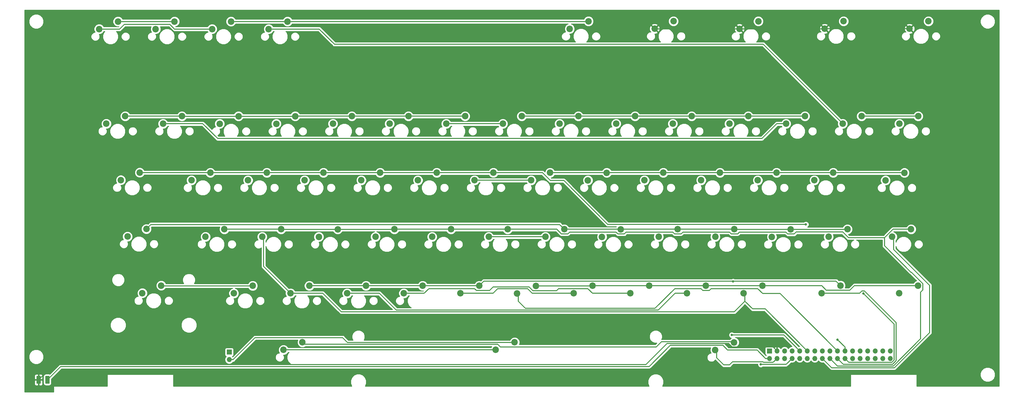
<source format=gtl>
%TF.GenerationSoftware,KiCad,Pcbnew,5.0.2+dfsg1-1*%
%TF.CreationDate,2021-01-30T17:58:47+01:00*%
%TF.ProjectId,A130XE_KB_MX,41313330-5845-45f4-9b42-5f4d582e6b69,0.2*%
%TF.SameCoordinates,Original*%
%TF.FileFunction,Copper,L1,Top*%
%TF.FilePolarity,Positive*%
%FSLAX46Y46*%
G04 Gerber Fmt 4.6, Leading zero omitted, Abs format (unit mm)*
G04 Created by KiCad (PCBNEW 5.0.2+dfsg1-1) date Sat 30 Jan 2021 05:58:47 PM CET*
%MOMM*%
%LPD*%
G01*
G04 APERTURE LIST*
%ADD10C,2.200000*%
%ADD11C,0.100000*%
%ADD12C,1.425000*%
%ADD13R,1.700000X1.700000*%
%ADD14O,1.700000X1.700000*%
%ADD15C,0.800000*%
%ADD16C,0.300000*%
%ADD17C,0.254000*%
G04 APERTURE END LIST*
D10*
X111150000Y-92540000D03*
X117500000Y-90000000D03*
X342250000Y-181540000D03*
X348600000Y-179000000D03*
X348650000Y-121900000D03*
X342300000Y-124440000D03*
X323250000Y-124440000D03*
X329600000Y-121900000D03*
X310550000Y-121900000D03*
X304200000Y-124440000D03*
X285150000Y-124440000D03*
X291500000Y-121900000D03*
X272450000Y-121900000D03*
X266100000Y-124440000D03*
X247050000Y-124440000D03*
X253400000Y-121900000D03*
X234350000Y-121900000D03*
X228000000Y-124440000D03*
X208950000Y-124440000D03*
X215300000Y-121900000D03*
X98500000Y-90000000D03*
X92150000Y-92540000D03*
X277200000Y-179050000D03*
X270850000Y-181590000D03*
X75550000Y-124440000D03*
X81900000Y-121900000D03*
X286750000Y-160000000D03*
X280400000Y-162540000D03*
X123200000Y-143490000D03*
X129550000Y-140950000D03*
X134350000Y-160000000D03*
X128000000Y-162540000D03*
X137500000Y-181590000D03*
X143850000Y-179050000D03*
X305750000Y-160050000D03*
X299400000Y-162590000D03*
X94650000Y-124440000D03*
X101000000Y-121900000D03*
X320050000Y-140950000D03*
X313700000Y-143490000D03*
X104200000Y-143490000D03*
X110550000Y-140950000D03*
X115250000Y-160000000D03*
X108900000Y-162540000D03*
X289900000Y-181590000D03*
X296250000Y-179050000D03*
X301000000Y-140950000D03*
X294650000Y-143490000D03*
X118450000Y-181590000D03*
X124800000Y-179050000D03*
X324850000Y-160000000D03*
X318500000Y-162540000D03*
X130150000Y-92540000D03*
X136500000Y-90000000D03*
X262900000Y-140950000D03*
X256550000Y-143490000D03*
X166100000Y-162540000D03*
X172450000Y-160000000D03*
X239100000Y-179050000D03*
X232750000Y-181590000D03*
X175600000Y-181590000D03*
X181950000Y-179050000D03*
X267700000Y-160000000D03*
X261350000Y-162540000D03*
X132750000Y-124460000D03*
X139100000Y-121920000D03*
X281950000Y-140950000D03*
X275600000Y-143490000D03*
X142250000Y-143490000D03*
X148600000Y-140950000D03*
X153390000Y-160020000D03*
X147040000Y-162560000D03*
X251800000Y-181590000D03*
X258150000Y-179050000D03*
X162900000Y-179050000D03*
X156550000Y-181590000D03*
X113690000Y-124460000D03*
X120040000Y-121920000D03*
X167650000Y-140950000D03*
X161300000Y-143490000D03*
X151800000Y-124440000D03*
X158150000Y-121900000D03*
X248620000Y-160020000D03*
X242270000Y-162560000D03*
X194650000Y-181590000D03*
X201000000Y-179050000D03*
X191500000Y-160000000D03*
X185150000Y-162540000D03*
X180350000Y-143490000D03*
X186700000Y-140950000D03*
X243870000Y-140970000D03*
X237520000Y-143510000D03*
X170850000Y-124440000D03*
X177200000Y-121900000D03*
X229600000Y-160000000D03*
X223250000Y-162540000D03*
X213700000Y-181640000D03*
X220050000Y-179100000D03*
X210550000Y-160000000D03*
X204200000Y-162540000D03*
X199400000Y-143490000D03*
X205750000Y-140950000D03*
X224800000Y-140950000D03*
X218450000Y-143490000D03*
X73150000Y-92540000D03*
X79500000Y-90000000D03*
X196250000Y-121900000D03*
X189900000Y-124440000D03*
X135150000Y-200640000D03*
X141500000Y-198100000D03*
X346250000Y-160000000D03*
X339900000Y-162540000D03*
X317190000Y-92430000D03*
X323540000Y-89890000D03*
X237750000Y-89920000D03*
X231400000Y-92460000D03*
X259990000Y-92430000D03*
X266340000Y-89890000D03*
X352090000Y-89890000D03*
X345740000Y-92430000D03*
X294890000Y-89920000D03*
X288540000Y-92460000D03*
X80440000Y-143460000D03*
X86790000Y-140920000D03*
X344000000Y-141000000D03*
X337650000Y-143540000D03*
X316150000Y-181540000D03*
X322500000Y-179000000D03*
X89040000Y-159920000D03*
X82690000Y-162460000D03*
X94000000Y-179000000D03*
X87650000Y-181540000D03*
X212900000Y-198100000D03*
X206550000Y-200640000D03*
D11*
G36*
X53262004Y-209426204D02*
X53286273Y-209429804D01*
X53310071Y-209435765D01*
X53333171Y-209444030D01*
X53355349Y-209454520D01*
X53376393Y-209467133D01*
X53396098Y-209481747D01*
X53414277Y-209498223D01*
X53430753Y-209516402D01*
X53445367Y-209536107D01*
X53457980Y-209557151D01*
X53468470Y-209579329D01*
X53476735Y-209602429D01*
X53482696Y-209626227D01*
X53486296Y-209650496D01*
X53487500Y-209675000D01*
X53487500Y-211825000D01*
X53486296Y-211849504D01*
X53482696Y-211873773D01*
X53476735Y-211897571D01*
X53468470Y-211920671D01*
X53457980Y-211942849D01*
X53445367Y-211963893D01*
X53430753Y-211983598D01*
X53414277Y-212001777D01*
X53396098Y-212018253D01*
X53376393Y-212032867D01*
X53355349Y-212045480D01*
X53333171Y-212055970D01*
X53310071Y-212064235D01*
X53286273Y-212070196D01*
X53262004Y-212073796D01*
X53237500Y-212075000D01*
X52312500Y-212075000D01*
X52287996Y-212073796D01*
X52263727Y-212070196D01*
X52239929Y-212064235D01*
X52216829Y-212055970D01*
X52194651Y-212045480D01*
X52173607Y-212032867D01*
X52153902Y-212018253D01*
X52135723Y-212001777D01*
X52119247Y-211983598D01*
X52104633Y-211963893D01*
X52092020Y-211942849D01*
X52081530Y-211920671D01*
X52073265Y-211897571D01*
X52067304Y-211873773D01*
X52063704Y-211849504D01*
X52062500Y-211825000D01*
X52062500Y-209675000D01*
X52063704Y-209650496D01*
X52067304Y-209626227D01*
X52073265Y-209602429D01*
X52081530Y-209579329D01*
X52092020Y-209557151D01*
X52104633Y-209536107D01*
X52119247Y-209516402D01*
X52135723Y-209498223D01*
X52153902Y-209481747D01*
X52173607Y-209467133D01*
X52194651Y-209454520D01*
X52216829Y-209444030D01*
X52239929Y-209435765D01*
X52263727Y-209429804D01*
X52287996Y-209426204D01*
X52312500Y-209425000D01*
X53237500Y-209425000D01*
X53262004Y-209426204D01*
X53262004Y-209426204D01*
G37*
D12*
X52775000Y-210750000D03*
D11*
G36*
X56237004Y-209426204D02*
X56261273Y-209429804D01*
X56285071Y-209435765D01*
X56308171Y-209444030D01*
X56330349Y-209454520D01*
X56351393Y-209467133D01*
X56371098Y-209481747D01*
X56389277Y-209498223D01*
X56405753Y-209516402D01*
X56420367Y-209536107D01*
X56432980Y-209557151D01*
X56443470Y-209579329D01*
X56451735Y-209602429D01*
X56457696Y-209626227D01*
X56461296Y-209650496D01*
X56462500Y-209675000D01*
X56462500Y-211825000D01*
X56461296Y-211849504D01*
X56457696Y-211873773D01*
X56451735Y-211897571D01*
X56443470Y-211920671D01*
X56432980Y-211942849D01*
X56420367Y-211963893D01*
X56405753Y-211983598D01*
X56389277Y-212001777D01*
X56371098Y-212018253D01*
X56351393Y-212032867D01*
X56330349Y-212045480D01*
X56308171Y-212055970D01*
X56285071Y-212064235D01*
X56261273Y-212070196D01*
X56237004Y-212073796D01*
X56212500Y-212075000D01*
X55287500Y-212075000D01*
X55262996Y-212073796D01*
X55238727Y-212070196D01*
X55214929Y-212064235D01*
X55191829Y-212055970D01*
X55169651Y-212045480D01*
X55148607Y-212032867D01*
X55128902Y-212018253D01*
X55110723Y-212001777D01*
X55094247Y-211983598D01*
X55079633Y-211963893D01*
X55067020Y-211942849D01*
X55056530Y-211920671D01*
X55048265Y-211897571D01*
X55042304Y-211873773D01*
X55038704Y-211849504D01*
X55037500Y-211825000D01*
X55037500Y-209675000D01*
X55038704Y-209650496D01*
X55042304Y-209626227D01*
X55048265Y-209602429D01*
X55056530Y-209579329D01*
X55067020Y-209557151D01*
X55079633Y-209536107D01*
X55094247Y-209516402D01*
X55110723Y-209498223D01*
X55128902Y-209481747D01*
X55148607Y-209467133D01*
X55169651Y-209454520D01*
X55191829Y-209444030D01*
X55214929Y-209435765D01*
X55238727Y-209429804D01*
X55262996Y-209426204D01*
X55287500Y-209425000D01*
X56212500Y-209425000D01*
X56237004Y-209426204D01*
X56237004Y-209426204D01*
G37*
D12*
X55750000Y-210750000D03*
D13*
X298600000Y-201000000D03*
D14*
X298600000Y-203540000D03*
X301140000Y-201000000D03*
X301140000Y-203540000D03*
X303680000Y-201000000D03*
X303680000Y-203540000D03*
X306220000Y-201000000D03*
X306220000Y-203540000D03*
X308760000Y-201000000D03*
X308760000Y-203540000D03*
X311300000Y-201000000D03*
X311300000Y-203540000D03*
X313840000Y-201000000D03*
X313840000Y-203540000D03*
X316380000Y-201000000D03*
X316380000Y-203540000D03*
X318920000Y-201000000D03*
X318920000Y-203540000D03*
X321460000Y-201000000D03*
X321460000Y-203540000D03*
X324000000Y-201000000D03*
X324000000Y-203540000D03*
X326540000Y-201000000D03*
X326540000Y-203540000D03*
X329080000Y-201000000D03*
X329080000Y-203540000D03*
X331620000Y-201000000D03*
X331620000Y-203540000D03*
X334160000Y-201000000D03*
X334160000Y-203540000D03*
X336700000Y-201000000D03*
X336700000Y-203540000D03*
X339240000Y-201000000D03*
X339240000Y-203540000D03*
D13*
X116900000Y-201400000D03*
D14*
X116900000Y-203940000D03*
D10*
X286715000Y-198145000D03*
X280365000Y-200685000D03*
D15*
X286388000Y-177621000D03*
X295696200Y-205563800D03*
X285920000Y-195649200D03*
X310851700Y-158381600D03*
X321490400Y-197190100D03*
X330181300Y-181639100D03*
D16*
X317190000Y-92430000D02*
X345740000Y-92430000D01*
X288540000Y-92460000D02*
X317160000Y-92460000D01*
X317160000Y-92460000D02*
X317190000Y-92430000D01*
X259990000Y-92430000D02*
X260020000Y-92460000D01*
X260020000Y-92460000D02*
X288540000Y-92460000D01*
X301140000Y-201000000D02*
X299839700Y-199699700D01*
X299839700Y-199699700D02*
X286077100Y-199699700D01*
X286077100Y-199699700D02*
X284897000Y-198519600D01*
X284897000Y-198519600D02*
X264167900Y-198519600D01*
X264167900Y-198519600D02*
X257057200Y-205630300D01*
X257057200Y-205630300D02*
X57894700Y-205630300D01*
X57894700Y-205630300D02*
X52775000Y-210750000D01*
X55750000Y-210750000D02*
X60237100Y-206262900D01*
X60237100Y-206262900D02*
X258125900Y-206262900D01*
X258125900Y-206262900D02*
X265268800Y-199120000D01*
X265268800Y-199120000D02*
X282928600Y-199120000D01*
X282928600Y-199120000D02*
X284493400Y-200684800D01*
X284493400Y-200684800D02*
X294444500Y-200684800D01*
X294444500Y-200684800D02*
X297299700Y-203540000D01*
X298600000Y-203540000D02*
X297299700Y-203540000D01*
X301140000Y-203540000D02*
X299833300Y-204846700D01*
X299833300Y-204846700D02*
X296583700Y-204846700D01*
X296583700Y-204846700D02*
X296423000Y-204686000D01*
X296423000Y-204686000D02*
X286192300Y-204686000D01*
X286192300Y-204686000D02*
X285153500Y-205724800D01*
X285153500Y-205724800D02*
X283182400Y-205724800D01*
X283182400Y-205724800D02*
X280821900Y-203364300D01*
X280821900Y-203364300D02*
X280821900Y-201141900D01*
X280821900Y-201141900D02*
X280365000Y-200685000D01*
X135150000Y-200640000D02*
X206550000Y-200640000D01*
X204200000Y-162540000D02*
X223250000Y-162540000D01*
X296250000Y-179050000D02*
X316200000Y-179050000D01*
X316200000Y-179050000D02*
X317700400Y-180550400D01*
X317700400Y-180550400D02*
X325623500Y-180550400D01*
X325623500Y-180550400D02*
X327173900Y-179000000D01*
X327173900Y-179000000D02*
X348600000Y-179000000D01*
X277200000Y-179050000D02*
X296250000Y-179050000D01*
X116900000Y-203940000D02*
X118200300Y-203940000D01*
X118200300Y-203940000D02*
X125591900Y-196548400D01*
X125591900Y-196548400D02*
X155039700Y-196548400D01*
X155039700Y-196548400D02*
X156646700Y-198155400D01*
X156646700Y-198155400D02*
X212844600Y-198155400D01*
X212844600Y-198155400D02*
X212900000Y-198100000D01*
X258150000Y-179050000D02*
X277200000Y-179050000D01*
X239100000Y-179050000D02*
X258150000Y-179050000D01*
X220050000Y-179100000D02*
X239050000Y-179100000D01*
X239050000Y-179100000D02*
X239100000Y-179050000D01*
X286388000Y-177494200D02*
X320994200Y-177494200D01*
X320994200Y-177494200D02*
X322500000Y-179000000D01*
X201000000Y-179050000D02*
X202555800Y-177494200D01*
X202555800Y-177494200D02*
X286388000Y-177494200D01*
X286388000Y-177621000D02*
X286388000Y-177494200D01*
X201000000Y-179050000D02*
X181950000Y-179050000D01*
X136500000Y-90000000D02*
X117500000Y-90000000D01*
X237750000Y-89920000D02*
X237670000Y-90000000D01*
X237670000Y-90000000D02*
X136500000Y-90000000D01*
X162900000Y-179050000D02*
X143850000Y-179050000D01*
X181950000Y-179050000D02*
X162900000Y-179050000D01*
X94000000Y-179000000D02*
X94099400Y-179099400D01*
X94099400Y-179099400D02*
X124750600Y-179099400D01*
X124750600Y-179099400D02*
X124800000Y-179050000D01*
X305750000Y-160050000D02*
X286800000Y-160050000D01*
X286800000Y-160050000D02*
X286750000Y-160000000D01*
X324850000Y-160000000D02*
X324800000Y-160050000D01*
X324800000Y-160050000D02*
X305750000Y-160050000D01*
X286750000Y-160000000D02*
X267700000Y-160000000D01*
X248620000Y-160020000D02*
X248600000Y-160000000D01*
X248600000Y-160000000D02*
X229600000Y-160000000D01*
X267700000Y-160000000D02*
X248640000Y-160000000D01*
X248640000Y-160000000D02*
X248620000Y-160020000D01*
X98500000Y-90000000D02*
X79500000Y-90000000D01*
X229600000Y-160000000D02*
X228014100Y-158414100D01*
X228014100Y-158414100D02*
X90545900Y-158414100D01*
X90545900Y-158414100D02*
X89040000Y-159920000D01*
X194650000Y-181590000D02*
X205650300Y-181590000D01*
X205650300Y-181590000D02*
X207183900Y-180056400D01*
X207183900Y-180056400D02*
X217237400Y-180056400D01*
X217237400Y-180056400D02*
X218771000Y-181590000D01*
X218771000Y-181590000D02*
X232750000Y-181590000D01*
X295696200Y-205563800D02*
X304196200Y-205563800D01*
X304196200Y-205563800D02*
X306220000Y-203540000D01*
X251800000Y-181590000D02*
X239100000Y-181590000D01*
X239100000Y-181590000D02*
X237535200Y-180025200D01*
X237535200Y-180025200D02*
X227677600Y-180025200D01*
X227677600Y-180025200D02*
X227019500Y-180683300D01*
X227019500Y-180683300D02*
X219013500Y-180683300D01*
X219013500Y-180683300D02*
X217786200Y-179456000D01*
X217786200Y-179456000D02*
X205624000Y-179456000D01*
X205624000Y-179456000D02*
X204446700Y-180633300D01*
X204446700Y-180633300D02*
X200043300Y-180633300D01*
X200043300Y-180633300D02*
X199416600Y-180006600D01*
X199416600Y-180006600D02*
X184060000Y-180006600D01*
X184060000Y-180006600D02*
X182476600Y-181590000D01*
X182476600Y-181590000D02*
X175600000Y-181590000D01*
X285920000Y-195649200D02*
X303409200Y-195649200D01*
X303409200Y-195649200D02*
X308760000Y-201000000D01*
X270850000Y-181590000D02*
X266883200Y-181590000D01*
X266883200Y-181590000D02*
X261238000Y-187235200D01*
X261238000Y-187235200D02*
X173047200Y-187235200D01*
X173047200Y-187235200D02*
X167402000Y-181590000D01*
X167402000Y-181590000D02*
X156550000Y-181590000D01*
X290356900Y-184283500D02*
X290356900Y-182046900D01*
X290356900Y-182046900D02*
X289900000Y-181590000D01*
X311300000Y-201000000D02*
X297150200Y-186850200D01*
X297150200Y-186850200D02*
X292923600Y-186850200D01*
X292923600Y-186850200D02*
X290356900Y-184283500D01*
X290356900Y-184283500D02*
X286803900Y-187836500D01*
X286803900Y-187836500D02*
X154598500Y-187836500D01*
X154598500Y-187836500D02*
X148352000Y-181590000D01*
X148352000Y-181590000D02*
X137500000Y-181590000D01*
X128000000Y-162540000D02*
X128456800Y-162996800D01*
X128456800Y-162996800D02*
X128456800Y-172546800D01*
X128456800Y-172546800D02*
X137500000Y-181590000D01*
X281950000Y-140950000D02*
X301000000Y-140950000D01*
X262900000Y-140950000D02*
X281950000Y-140950000D01*
X301000000Y-140950000D02*
X320050000Y-140950000D01*
X243870000Y-140970000D02*
X243890000Y-140950000D01*
X243890000Y-140950000D02*
X262900000Y-140950000D01*
X224800000Y-140950000D02*
X243850000Y-140950000D01*
X243850000Y-140950000D02*
X243870000Y-140970000D01*
X344000000Y-141000000D02*
X343950000Y-140950000D01*
X343950000Y-140950000D02*
X320050000Y-140950000D01*
X291500000Y-121900000D02*
X310550000Y-121900000D01*
X272450000Y-121900000D02*
X291500000Y-121900000D01*
X253400000Y-121900000D02*
X272450000Y-121900000D01*
X234350000Y-121900000D02*
X253400000Y-121900000D01*
X215300000Y-121900000D02*
X234350000Y-121900000D01*
X348650000Y-121900000D02*
X329600000Y-121900000D01*
X101000000Y-121900000D02*
X81900000Y-121900000D01*
X120040000Y-121920000D02*
X101020000Y-121920000D01*
X101020000Y-121920000D02*
X101000000Y-121900000D01*
X139100000Y-121920000D02*
X120040000Y-121920000D01*
X158150000Y-121900000D02*
X139120000Y-121900000D01*
X139120000Y-121900000D02*
X139100000Y-121920000D01*
X177200000Y-121900000D02*
X158150000Y-121900000D01*
X196250000Y-121900000D02*
X177200000Y-121900000D01*
X205750000Y-140950000D02*
X222260000Y-140950000D01*
X222260000Y-140950000D02*
X224889600Y-143579600D01*
X224889600Y-143579600D02*
X229411600Y-143579600D01*
X229411600Y-143579600D02*
X244213600Y-158381600D01*
X244213600Y-158381600D02*
X310851700Y-158381600D01*
X148600000Y-140950000D02*
X129550000Y-140950000D01*
X167650000Y-140950000D02*
X148600000Y-140950000D01*
X186700000Y-140950000D02*
X205750000Y-140950000D01*
X110550000Y-140950000D02*
X129550000Y-140950000D01*
X86790000Y-140920000D02*
X110520000Y-140920000D01*
X110520000Y-140920000D02*
X110550000Y-140950000D01*
X186700000Y-140950000D02*
X167650000Y-140950000D01*
X316380000Y-203540000D02*
X319524400Y-206684400D01*
X319524400Y-206684400D02*
X340615100Y-206684400D01*
X340615100Y-206684400D02*
X352464100Y-194835400D01*
X352464100Y-194835400D02*
X352464100Y-178902000D01*
X352464100Y-178902000D02*
X340356900Y-166794800D01*
X340356900Y-166794800D02*
X340356900Y-162996900D01*
X340356900Y-162996900D02*
X339900000Y-162540000D01*
X323250000Y-124440000D02*
X296469800Y-97659800D01*
X296469800Y-97659800D02*
X152303900Y-97659800D01*
X152303900Y-97659800D02*
X147184100Y-92540000D01*
X147184100Y-92540000D02*
X130150000Y-92540000D01*
X304200000Y-124440000D02*
X301082000Y-124440000D01*
X301082000Y-124440000D02*
X296071600Y-129450400D01*
X296071600Y-129450400D02*
X112999300Y-129450400D01*
X112999300Y-129450400D02*
X107988900Y-124440000D01*
X107988900Y-124440000D02*
X94650000Y-124440000D01*
X318920000Y-203540000D02*
X321464100Y-206084100D01*
X321464100Y-206084100D02*
X340260400Y-206084100D01*
X340260400Y-206084100D02*
X349413200Y-196931300D01*
X349413200Y-196931300D02*
X349413200Y-181228200D01*
X349413200Y-181228200D02*
X350165500Y-180475900D01*
X350165500Y-180475900D02*
X350165500Y-178338200D01*
X350165500Y-178338200D02*
X346339100Y-174511800D01*
X346339100Y-174511800D02*
X346222800Y-174511800D01*
X346222800Y-174511800D02*
X337301900Y-165590900D01*
X337301900Y-165590900D02*
X337301900Y-162860500D01*
X337301900Y-162860500D02*
X340162400Y-160000000D01*
X340162400Y-160000000D02*
X346250000Y-160000000D01*
X337301900Y-162860500D02*
X325170500Y-162860500D01*
X325170500Y-162860500D02*
X323257300Y-160947300D01*
X323257300Y-160947300D02*
X307571900Y-160947300D01*
X307571900Y-160947300D02*
X306915800Y-161603400D01*
X306915800Y-161603400D02*
X304763400Y-161603400D01*
X304763400Y-161603400D02*
X304147900Y-160987900D01*
X304147900Y-160987900D02*
X288481300Y-160987900D01*
X288481300Y-160987900D02*
X287915800Y-161553400D01*
X287915800Y-161553400D02*
X285763400Y-161553400D01*
X285763400Y-161553400D02*
X285166600Y-160956600D01*
X285166600Y-160956600D02*
X269462600Y-160956600D01*
X269462600Y-160956600D02*
X268865800Y-161553400D01*
X268865800Y-161553400D02*
X266713400Y-161553400D01*
X266713400Y-161553400D02*
X266117800Y-160957800D01*
X266117800Y-160957800D02*
X250401400Y-160957800D01*
X250401400Y-160957800D02*
X249785800Y-161573400D01*
X249785800Y-161573400D02*
X247633400Y-161573400D01*
X247633400Y-161573400D02*
X247016600Y-160956600D01*
X247016600Y-160956600D02*
X231362600Y-160956600D01*
X231362600Y-160956600D02*
X230765800Y-161553400D01*
X230765800Y-161553400D02*
X228613400Y-161553400D01*
X228613400Y-161553400D02*
X227060000Y-160000000D01*
X227060000Y-160000000D02*
X210550000Y-160000000D01*
X191500000Y-160000000D02*
X210550000Y-160000000D01*
X153390000Y-160020000D02*
X172430000Y-160020000D01*
X172430000Y-160020000D02*
X172450000Y-160000000D01*
X134350000Y-160000000D02*
X134370000Y-160020000D01*
X134370000Y-160020000D02*
X153390000Y-160020000D01*
X115250000Y-160000000D02*
X134350000Y-160000000D01*
X191500000Y-160000000D02*
X172450000Y-160000000D01*
X321460000Y-201000000D02*
X302139600Y-181679600D01*
X302139600Y-181679600D02*
X296339600Y-181679600D01*
X296339600Y-181679600D02*
X294666600Y-180006600D01*
X294666600Y-180006600D02*
X278962600Y-180006600D01*
X278962600Y-180006600D02*
X278365800Y-180603400D01*
X278365800Y-180603400D02*
X276213400Y-180603400D01*
X276213400Y-180603400D02*
X275617800Y-180007800D01*
X275617800Y-180007800D02*
X266767600Y-180007800D01*
X266767600Y-180007800D02*
X260140500Y-186634900D01*
X260140500Y-186634900D02*
X216499500Y-186634900D01*
X216499500Y-186634900D02*
X214156900Y-184292300D01*
X214156900Y-184292300D02*
X214156900Y-182096900D01*
X214156900Y-182096900D02*
X213700000Y-181640000D01*
X111150000Y-92540000D02*
X98500000Y-92540000D01*
X98500000Y-92540000D02*
X96916600Y-90956600D01*
X96916600Y-90956600D02*
X81610000Y-90956600D01*
X81610000Y-90956600D02*
X80026600Y-92540000D01*
X80026600Y-92540000D02*
X73150000Y-92540000D01*
X218450000Y-143490000D02*
X199400000Y-143490000D01*
X189900000Y-124440000D02*
X208950000Y-124440000D01*
X321460000Y-203540000D02*
X323403800Y-205483800D01*
X323403800Y-205483800D02*
X340011800Y-205483800D01*
X340011800Y-205483800D02*
X341213800Y-204281800D01*
X341213800Y-204281800D02*
X341213800Y-191441000D01*
X341213800Y-191441000D02*
X330554300Y-180781500D01*
X330554300Y-180781500D02*
X329706300Y-180781500D01*
X329706300Y-180781500D02*
X328947800Y-181540000D01*
X328947800Y-181540000D02*
X316150000Y-181540000D01*
X324000000Y-199699700D02*
X321490400Y-197190100D01*
X324000000Y-201000000D02*
X324000000Y-199699700D01*
X330181300Y-181639100D02*
X340543300Y-192001100D01*
X340543300Y-192001100D02*
X340543300Y-204096000D01*
X340543300Y-204096000D02*
X339776000Y-204863300D01*
X339776000Y-204863300D02*
X325323300Y-204863300D01*
X325323300Y-204863300D02*
X324000000Y-203540000D01*
X141500000Y-198100000D02*
X142155800Y-198755800D01*
X142155800Y-198755800D02*
X207205800Y-198755800D01*
X207205800Y-198755800D02*
X208110400Y-199660400D01*
X208110400Y-199660400D02*
X260525700Y-199660400D01*
X260525700Y-199660400D02*
X262272500Y-197913600D01*
X262272500Y-197913600D02*
X286483600Y-197913600D01*
X286483600Y-197913600D02*
X286715000Y-198145000D01*
D17*
G36*
X375873000Y-212873000D02*
X348127000Y-212873000D01*
X348127000Y-209000000D01*
X348117333Y-208951399D01*
X348089803Y-208910197D01*
X348048601Y-208882667D01*
X348000000Y-208873000D01*
X326000000Y-208873000D01*
X325951399Y-208882667D01*
X325910197Y-208910197D01*
X325882667Y-208951399D01*
X325873000Y-209000000D01*
X325873000Y-212873000D01*
X262610251Y-212873000D01*
X262995000Y-211944134D01*
X262995000Y-210895866D01*
X262593845Y-209927392D01*
X261852608Y-209186155D01*
X260884134Y-208785000D01*
X259835866Y-208785000D01*
X258867392Y-209186155D01*
X258126155Y-209927392D01*
X257725000Y-210895866D01*
X257725000Y-211944134D01*
X258109749Y-212873000D01*
X162610251Y-212873000D01*
X162995000Y-211944134D01*
X162995000Y-210895866D01*
X162593845Y-209927392D01*
X161852608Y-209186155D01*
X160884134Y-208785000D01*
X159835866Y-208785000D01*
X158867392Y-209186155D01*
X158126155Y-209927392D01*
X157725000Y-210895866D01*
X157725000Y-211944134D01*
X158109749Y-212873000D01*
X98127000Y-212873000D01*
X98127000Y-209000000D01*
X98117333Y-208951399D01*
X98089803Y-208910197D01*
X98048601Y-208882667D01*
X98000000Y-208873000D01*
X76000000Y-208873000D01*
X75951399Y-208882667D01*
X75910197Y-208910197D01*
X75882667Y-208951399D01*
X75873000Y-209000000D01*
X75873000Y-212873000D01*
X58000000Y-212873000D01*
X57951399Y-212882667D01*
X57910197Y-212910197D01*
X57882667Y-212951399D01*
X57873000Y-213000000D01*
X57873000Y-214873000D01*
X48127000Y-214873000D01*
X48127000Y-211035750D01*
X51427500Y-211035750D01*
X51427500Y-212201310D01*
X51524173Y-212434699D01*
X51702802Y-212613327D01*
X51936191Y-212710000D01*
X52489250Y-212710000D01*
X52648000Y-212551250D01*
X52648000Y-210877000D01*
X52902000Y-210877000D01*
X52902000Y-212551250D01*
X53060750Y-212710000D01*
X53613809Y-212710000D01*
X53847198Y-212613327D01*
X54025827Y-212434699D01*
X54122500Y-212201310D01*
X54122500Y-211035750D01*
X53963750Y-210877000D01*
X52902000Y-210877000D01*
X52648000Y-210877000D01*
X51586250Y-210877000D01*
X51427500Y-211035750D01*
X48127000Y-211035750D01*
X48127000Y-209298690D01*
X51427500Y-209298690D01*
X51427500Y-210464250D01*
X51586250Y-210623000D01*
X52648000Y-210623000D01*
X52648000Y-208948750D01*
X52902000Y-208948750D01*
X52902000Y-210623000D01*
X53963750Y-210623000D01*
X54122500Y-210464250D01*
X54122500Y-209675000D01*
X54390060Y-209675000D01*
X54390060Y-211825000D01*
X54458374Y-212168435D01*
X54652914Y-212459586D01*
X54944065Y-212654126D01*
X55287500Y-212722440D01*
X56212500Y-212722440D01*
X56555935Y-212654126D01*
X56847086Y-212459586D01*
X57041626Y-212168435D01*
X57109940Y-211825000D01*
X57109940Y-210500217D01*
X59104454Y-208505703D01*
X369515000Y-208505703D01*
X369515000Y-209494297D01*
X369893319Y-210407639D01*
X370592361Y-211106681D01*
X371505703Y-211485000D01*
X372494297Y-211485000D01*
X373407639Y-211106681D01*
X374106681Y-210407639D01*
X374485000Y-209494297D01*
X374485000Y-208505703D01*
X374106681Y-207592361D01*
X373407639Y-206893319D01*
X372494297Y-206515000D01*
X371505703Y-206515000D01*
X370592361Y-206893319D01*
X369893319Y-207592361D01*
X369515000Y-208505703D01*
X59104454Y-208505703D01*
X60562257Y-207047900D01*
X258048588Y-207047900D01*
X258125900Y-207063278D01*
X258203212Y-207047900D01*
X258203216Y-207047900D01*
X258432192Y-207002354D01*
X258691853Y-206828853D01*
X258735649Y-206763308D01*
X265593958Y-199905000D01*
X278810136Y-199905000D01*
X278630000Y-200339887D01*
X278630000Y-201030113D01*
X278894138Y-201667799D01*
X278966339Y-201740000D01*
X278799615Y-201740000D01*
X278253815Y-201966078D01*
X277836078Y-202383815D01*
X277610000Y-202929615D01*
X277610000Y-203520385D01*
X277836078Y-204066185D01*
X278253815Y-204483922D01*
X278799615Y-204710000D01*
X279390385Y-204710000D01*
X279936185Y-204483922D01*
X280353922Y-204066185D01*
X280371409Y-204023967D01*
X282572653Y-206225211D01*
X282616447Y-206290753D01*
X282681989Y-206334547D01*
X282681991Y-206334549D01*
X282765566Y-206390392D01*
X282876108Y-206464254D01*
X283105084Y-206509800D01*
X283105087Y-206509800D01*
X283182399Y-206525178D01*
X283259711Y-206509800D01*
X285076188Y-206509800D01*
X285153500Y-206525178D01*
X285230812Y-206509800D01*
X285230816Y-206509800D01*
X285459792Y-206464254D01*
X285719453Y-206290753D01*
X285763249Y-206225208D01*
X286517458Y-205471000D01*
X294661200Y-205471000D01*
X294661200Y-205769674D01*
X294818769Y-206150080D01*
X295109920Y-206441231D01*
X295490326Y-206598800D01*
X295902074Y-206598800D01*
X296282480Y-206441231D01*
X296374911Y-206348800D01*
X304118888Y-206348800D01*
X304196200Y-206364178D01*
X304273512Y-206348800D01*
X304273516Y-206348800D01*
X304502492Y-206303254D01*
X304762153Y-206129753D01*
X304805949Y-206064208D01*
X305883082Y-204987075D01*
X306073744Y-205025000D01*
X306366256Y-205025000D01*
X306799418Y-204938839D01*
X307290625Y-204610625D01*
X307490000Y-204312239D01*
X307689375Y-204610625D01*
X308180582Y-204938839D01*
X308613744Y-205025000D01*
X308906256Y-205025000D01*
X309339418Y-204938839D01*
X309830625Y-204610625D01*
X310030000Y-204312239D01*
X310229375Y-204610625D01*
X310720582Y-204938839D01*
X311153744Y-205025000D01*
X311446256Y-205025000D01*
X311879418Y-204938839D01*
X312370625Y-204610625D01*
X312570000Y-204312239D01*
X312769375Y-204610625D01*
X313260582Y-204938839D01*
X313693744Y-205025000D01*
X313986256Y-205025000D01*
X314419418Y-204938839D01*
X314910625Y-204610625D01*
X315110000Y-204312239D01*
X315309375Y-204610625D01*
X315800582Y-204938839D01*
X316233744Y-205025000D01*
X316526256Y-205025000D01*
X316716918Y-204987075D01*
X318914653Y-207184811D01*
X318958447Y-207250353D01*
X319023989Y-207294147D01*
X319023991Y-207294149D01*
X319099025Y-207344285D01*
X319218108Y-207423854D01*
X319447084Y-207469400D01*
X319447088Y-207469400D01*
X319524399Y-207484778D01*
X319601710Y-207469400D01*
X340537788Y-207469400D01*
X340615100Y-207484778D01*
X340692412Y-207469400D01*
X340692416Y-207469400D01*
X340921392Y-207423854D01*
X341181053Y-207250353D01*
X341224849Y-207184808D01*
X352964508Y-195445149D01*
X353030053Y-195401353D01*
X353203554Y-195141692D01*
X353249100Y-194912716D01*
X353249100Y-194912712D01*
X353264478Y-194835400D01*
X353249100Y-194758088D01*
X353249100Y-178979310D01*
X353264478Y-178901999D01*
X353249100Y-178824688D01*
X353249100Y-178824684D01*
X353203554Y-178595708D01*
X353128944Y-178484047D01*
X353073849Y-178401591D01*
X353073847Y-178401589D01*
X353030053Y-178336047D01*
X352964511Y-178292253D01*
X341141900Y-166469643D01*
X341141900Y-165765645D01*
X341476155Y-166572608D01*
X342217392Y-167313845D01*
X343185866Y-167715000D01*
X344234134Y-167715000D01*
X345202608Y-167313845D01*
X345943845Y-166572608D01*
X346345000Y-165604134D01*
X346345000Y-164784615D01*
X347305000Y-164784615D01*
X347305000Y-165375385D01*
X347531078Y-165921185D01*
X347948815Y-166338922D01*
X348494615Y-166565000D01*
X349085385Y-166565000D01*
X349631185Y-166338922D01*
X350048922Y-165921185D01*
X350275000Y-165375385D01*
X350275000Y-164784615D01*
X350048922Y-164238815D01*
X349631185Y-163821078D01*
X349085385Y-163595000D01*
X348494615Y-163595000D01*
X347948815Y-163821078D01*
X347531078Y-164238815D01*
X347305000Y-164784615D01*
X346345000Y-164784615D01*
X346345000Y-164555866D01*
X345943845Y-163587392D01*
X345202608Y-162846155D01*
X344234134Y-162445000D01*
X343185866Y-162445000D01*
X342217392Y-162846155D01*
X341476155Y-163587392D01*
X341141900Y-164394355D01*
X341141900Y-163751761D01*
X341370862Y-163522799D01*
X341635000Y-162885113D01*
X341635000Y-162194887D01*
X341370862Y-161557201D01*
X340882799Y-161069138D01*
X340402405Y-160870153D01*
X340487558Y-160785000D01*
X344697207Y-160785000D01*
X344779138Y-160982799D01*
X345267201Y-161470862D01*
X345904887Y-161735000D01*
X346595113Y-161735000D01*
X347232799Y-161470862D01*
X347720862Y-160982799D01*
X347985000Y-160345113D01*
X347985000Y-159654887D01*
X347720862Y-159017201D01*
X347232799Y-158529138D01*
X346595113Y-158265000D01*
X345904887Y-158265000D01*
X345267201Y-158529138D01*
X344779138Y-159017201D01*
X344697207Y-159215000D01*
X340239712Y-159215000D01*
X340162400Y-159199622D01*
X340085088Y-159215000D01*
X340085084Y-159215000D01*
X339856108Y-159260546D01*
X339661991Y-159390251D01*
X339661989Y-159390253D01*
X339596447Y-159434047D01*
X339552653Y-159499589D01*
X336976743Y-162075500D01*
X325495658Y-162075500D01*
X325155158Y-161735000D01*
X325195113Y-161735000D01*
X325832799Y-161470862D01*
X326320862Y-160982799D01*
X326585000Y-160345113D01*
X326585000Y-159654887D01*
X326320862Y-159017201D01*
X325832799Y-158529138D01*
X325195113Y-158265000D01*
X324504887Y-158265000D01*
X323867201Y-158529138D01*
X323379138Y-159017201D01*
X323276496Y-159265000D01*
X311423570Y-159265000D01*
X311437980Y-159259031D01*
X311729131Y-158967880D01*
X311886700Y-158587474D01*
X311886700Y-158175726D01*
X311729131Y-157795320D01*
X311437980Y-157504169D01*
X311057574Y-157346600D01*
X310645826Y-157346600D01*
X310265420Y-157504169D01*
X310172989Y-157596600D01*
X244538758Y-157596600D01*
X232696773Y-145754615D01*
X234765000Y-145754615D01*
X234765000Y-146345385D01*
X234991078Y-146891185D01*
X235408815Y-147308922D01*
X235954615Y-147535000D01*
X236545385Y-147535000D01*
X237091185Y-147308922D01*
X237508922Y-146891185D01*
X237735000Y-146345385D01*
X237735000Y-145754615D01*
X237640249Y-145525866D01*
X238695000Y-145525866D01*
X238695000Y-146574134D01*
X239096155Y-147542608D01*
X239837392Y-148283845D01*
X240805866Y-148685000D01*
X241854134Y-148685000D01*
X242822608Y-148283845D01*
X243563845Y-147542608D01*
X243965000Y-146574134D01*
X243965000Y-145754615D01*
X244925000Y-145754615D01*
X244925000Y-146345385D01*
X245151078Y-146891185D01*
X245568815Y-147308922D01*
X246114615Y-147535000D01*
X246705385Y-147535000D01*
X247251185Y-147308922D01*
X247668922Y-146891185D01*
X247895000Y-146345385D01*
X247895000Y-145754615D01*
X247886716Y-145734615D01*
X253795000Y-145734615D01*
X253795000Y-146325385D01*
X254021078Y-146871185D01*
X254438815Y-147288922D01*
X254984615Y-147515000D01*
X255575385Y-147515000D01*
X256121185Y-147288922D01*
X256538922Y-146871185D01*
X256765000Y-146325385D01*
X256765000Y-145734615D01*
X256670249Y-145505866D01*
X257725000Y-145505866D01*
X257725000Y-146554134D01*
X258126155Y-147522608D01*
X258867392Y-148263845D01*
X259835866Y-148665000D01*
X260884134Y-148665000D01*
X261852608Y-148263845D01*
X262593845Y-147522608D01*
X262995000Y-146554134D01*
X262995000Y-145734615D01*
X263955000Y-145734615D01*
X263955000Y-146325385D01*
X264181078Y-146871185D01*
X264598815Y-147288922D01*
X265144615Y-147515000D01*
X265735385Y-147515000D01*
X266281185Y-147288922D01*
X266698922Y-146871185D01*
X266925000Y-146325385D01*
X266925000Y-145734615D01*
X272845000Y-145734615D01*
X272845000Y-146325385D01*
X273071078Y-146871185D01*
X273488815Y-147288922D01*
X274034615Y-147515000D01*
X274625385Y-147515000D01*
X275171185Y-147288922D01*
X275588922Y-146871185D01*
X275815000Y-146325385D01*
X275815000Y-145734615D01*
X275720249Y-145505866D01*
X276775000Y-145505866D01*
X276775000Y-146554134D01*
X277176155Y-147522608D01*
X277917392Y-148263845D01*
X278885866Y-148665000D01*
X279934134Y-148665000D01*
X280902608Y-148263845D01*
X281643845Y-147522608D01*
X282045000Y-146554134D01*
X282045000Y-145734615D01*
X283005000Y-145734615D01*
X283005000Y-146325385D01*
X283231078Y-146871185D01*
X283648815Y-147288922D01*
X284194615Y-147515000D01*
X284785385Y-147515000D01*
X285331185Y-147288922D01*
X285748922Y-146871185D01*
X285975000Y-146325385D01*
X285975000Y-145734615D01*
X291895000Y-145734615D01*
X291895000Y-146325385D01*
X292121078Y-146871185D01*
X292538815Y-147288922D01*
X293084615Y-147515000D01*
X293675385Y-147515000D01*
X294221185Y-147288922D01*
X294638922Y-146871185D01*
X294865000Y-146325385D01*
X294865000Y-145734615D01*
X294770249Y-145505866D01*
X295825000Y-145505866D01*
X295825000Y-146554134D01*
X296226155Y-147522608D01*
X296967392Y-148263845D01*
X297935866Y-148665000D01*
X298984134Y-148665000D01*
X299952608Y-148263845D01*
X300693845Y-147522608D01*
X301095000Y-146554134D01*
X301095000Y-145734615D01*
X302055000Y-145734615D01*
X302055000Y-146325385D01*
X302281078Y-146871185D01*
X302698815Y-147288922D01*
X303244615Y-147515000D01*
X303835385Y-147515000D01*
X304381185Y-147288922D01*
X304798922Y-146871185D01*
X305025000Y-146325385D01*
X305025000Y-145734615D01*
X310945000Y-145734615D01*
X310945000Y-146325385D01*
X311171078Y-146871185D01*
X311588815Y-147288922D01*
X312134615Y-147515000D01*
X312725385Y-147515000D01*
X313271185Y-147288922D01*
X313688922Y-146871185D01*
X313915000Y-146325385D01*
X313915000Y-145734615D01*
X313820249Y-145505866D01*
X314875000Y-145505866D01*
X314875000Y-146554134D01*
X315276155Y-147522608D01*
X316017392Y-148263845D01*
X316985866Y-148665000D01*
X318034134Y-148665000D01*
X319002608Y-148263845D01*
X319743845Y-147522608D01*
X320145000Y-146554134D01*
X320145000Y-145734615D01*
X321105000Y-145734615D01*
X321105000Y-146325385D01*
X321331078Y-146871185D01*
X321748815Y-147288922D01*
X322294615Y-147515000D01*
X322885385Y-147515000D01*
X323431185Y-147288922D01*
X323848922Y-146871185D01*
X324075000Y-146325385D01*
X324075000Y-145784615D01*
X334895000Y-145784615D01*
X334895000Y-146375385D01*
X335121078Y-146921185D01*
X335538815Y-147338922D01*
X336084615Y-147565000D01*
X336675385Y-147565000D01*
X337221185Y-147338922D01*
X337638922Y-146921185D01*
X337865000Y-146375385D01*
X337865000Y-145784615D01*
X337770249Y-145555866D01*
X338825000Y-145555866D01*
X338825000Y-146604134D01*
X339226155Y-147572608D01*
X339967392Y-148313845D01*
X340935866Y-148715000D01*
X341984134Y-148715000D01*
X342952608Y-148313845D01*
X343693845Y-147572608D01*
X344095000Y-146604134D01*
X344095000Y-145784615D01*
X345055000Y-145784615D01*
X345055000Y-146375385D01*
X345281078Y-146921185D01*
X345698815Y-147338922D01*
X346244615Y-147565000D01*
X346835385Y-147565000D01*
X347381185Y-147338922D01*
X347798922Y-146921185D01*
X348025000Y-146375385D01*
X348025000Y-145784615D01*
X347798922Y-145238815D01*
X347381185Y-144821078D01*
X346835385Y-144595000D01*
X346244615Y-144595000D01*
X345698815Y-144821078D01*
X345281078Y-145238815D01*
X345055000Y-145784615D01*
X344095000Y-145784615D01*
X344095000Y-145555866D01*
X343693845Y-144587392D01*
X342952608Y-143846155D01*
X341984134Y-143445000D01*
X340935866Y-143445000D01*
X339967392Y-143846155D01*
X339226155Y-144587392D01*
X338825000Y-145555866D01*
X337770249Y-145555866D01*
X337653910Y-145275000D01*
X337995113Y-145275000D01*
X338632799Y-145010862D01*
X339120862Y-144522799D01*
X339385000Y-143885113D01*
X339385000Y-143194887D01*
X339120862Y-142557201D01*
X338632799Y-142069138D01*
X337995113Y-141805000D01*
X337304887Y-141805000D01*
X336667201Y-142069138D01*
X336179138Y-142557201D01*
X335915000Y-143194887D01*
X335915000Y-143885113D01*
X336179138Y-144522799D01*
X336251339Y-144595000D01*
X336084615Y-144595000D01*
X335538815Y-144821078D01*
X335121078Y-145238815D01*
X334895000Y-145784615D01*
X324075000Y-145784615D01*
X324075000Y-145734615D01*
X323848922Y-145188815D01*
X323431185Y-144771078D01*
X322885385Y-144545000D01*
X322294615Y-144545000D01*
X321748815Y-144771078D01*
X321331078Y-145188815D01*
X321105000Y-145734615D01*
X320145000Y-145734615D01*
X320145000Y-145505866D01*
X319743845Y-144537392D01*
X319002608Y-143796155D01*
X318034134Y-143395000D01*
X316985866Y-143395000D01*
X316017392Y-143796155D01*
X315276155Y-144537392D01*
X314875000Y-145505866D01*
X313820249Y-145505866D01*
X313703910Y-145225000D01*
X314045113Y-145225000D01*
X314682799Y-144960862D01*
X315170862Y-144472799D01*
X315435000Y-143835113D01*
X315435000Y-143144887D01*
X315170862Y-142507201D01*
X314682799Y-142019138D01*
X314045113Y-141755000D01*
X313354887Y-141755000D01*
X312717201Y-142019138D01*
X312229138Y-142507201D01*
X311965000Y-143144887D01*
X311965000Y-143835113D01*
X312229138Y-144472799D01*
X312301339Y-144545000D01*
X312134615Y-144545000D01*
X311588815Y-144771078D01*
X311171078Y-145188815D01*
X310945000Y-145734615D01*
X305025000Y-145734615D01*
X304798922Y-145188815D01*
X304381185Y-144771078D01*
X303835385Y-144545000D01*
X303244615Y-144545000D01*
X302698815Y-144771078D01*
X302281078Y-145188815D01*
X302055000Y-145734615D01*
X301095000Y-145734615D01*
X301095000Y-145505866D01*
X300693845Y-144537392D01*
X299952608Y-143796155D01*
X298984134Y-143395000D01*
X297935866Y-143395000D01*
X296967392Y-143796155D01*
X296226155Y-144537392D01*
X295825000Y-145505866D01*
X294770249Y-145505866D01*
X294653910Y-145225000D01*
X294995113Y-145225000D01*
X295632799Y-144960862D01*
X296120862Y-144472799D01*
X296385000Y-143835113D01*
X296385000Y-143144887D01*
X296120862Y-142507201D01*
X295632799Y-142019138D01*
X294995113Y-141755000D01*
X294304887Y-141755000D01*
X293667201Y-142019138D01*
X293179138Y-142507201D01*
X292915000Y-143144887D01*
X292915000Y-143835113D01*
X293179138Y-144472799D01*
X293251339Y-144545000D01*
X293084615Y-144545000D01*
X292538815Y-144771078D01*
X292121078Y-145188815D01*
X291895000Y-145734615D01*
X285975000Y-145734615D01*
X285748922Y-145188815D01*
X285331185Y-144771078D01*
X284785385Y-144545000D01*
X284194615Y-144545000D01*
X283648815Y-144771078D01*
X283231078Y-145188815D01*
X283005000Y-145734615D01*
X282045000Y-145734615D01*
X282045000Y-145505866D01*
X281643845Y-144537392D01*
X280902608Y-143796155D01*
X279934134Y-143395000D01*
X278885866Y-143395000D01*
X277917392Y-143796155D01*
X277176155Y-144537392D01*
X276775000Y-145505866D01*
X275720249Y-145505866D01*
X275603910Y-145225000D01*
X275945113Y-145225000D01*
X276582799Y-144960862D01*
X277070862Y-144472799D01*
X277335000Y-143835113D01*
X277335000Y-143144887D01*
X277070862Y-142507201D01*
X276582799Y-142019138D01*
X275945113Y-141755000D01*
X275254887Y-141755000D01*
X274617201Y-142019138D01*
X274129138Y-142507201D01*
X273865000Y-143144887D01*
X273865000Y-143835113D01*
X274129138Y-144472799D01*
X274201339Y-144545000D01*
X274034615Y-144545000D01*
X273488815Y-144771078D01*
X273071078Y-145188815D01*
X272845000Y-145734615D01*
X266925000Y-145734615D01*
X266698922Y-145188815D01*
X266281185Y-144771078D01*
X265735385Y-144545000D01*
X265144615Y-144545000D01*
X264598815Y-144771078D01*
X264181078Y-145188815D01*
X263955000Y-145734615D01*
X262995000Y-145734615D01*
X262995000Y-145505866D01*
X262593845Y-144537392D01*
X261852608Y-143796155D01*
X260884134Y-143395000D01*
X259835866Y-143395000D01*
X258867392Y-143796155D01*
X258126155Y-144537392D01*
X257725000Y-145505866D01*
X256670249Y-145505866D01*
X256553910Y-145225000D01*
X256895113Y-145225000D01*
X257532799Y-144960862D01*
X258020862Y-144472799D01*
X258285000Y-143835113D01*
X258285000Y-143144887D01*
X258020862Y-142507201D01*
X257532799Y-142019138D01*
X256895113Y-141755000D01*
X256204887Y-141755000D01*
X255567201Y-142019138D01*
X255079138Y-142507201D01*
X254815000Y-143144887D01*
X254815000Y-143835113D01*
X255079138Y-144472799D01*
X255151339Y-144545000D01*
X254984615Y-144545000D01*
X254438815Y-144771078D01*
X254021078Y-145188815D01*
X253795000Y-145734615D01*
X247886716Y-145734615D01*
X247668922Y-145208815D01*
X247251185Y-144791078D01*
X246705385Y-144565000D01*
X246114615Y-144565000D01*
X245568815Y-144791078D01*
X245151078Y-145208815D01*
X244925000Y-145754615D01*
X243965000Y-145754615D01*
X243965000Y-145525866D01*
X243563845Y-144557392D01*
X242822608Y-143816155D01*
X241854134Y-143415000D01*
X240805866Y-143415000D01*
X239837392Y-143816155D01*
X239096155Y-144557392D01*
X238695000Y-145525866D01*
X237640249Y-145525866D01*
X237523910Y-145245000D01*
X237865113Y-145245000D01*
X238502799Y-144980862D01*
X238990862Y-144492799D01*
X239255000Y-143855113D01*
X239255000Y-143164887D01*
X238990862Y-142527201D01*
X238502799Y-142039138D01*
X237865113Y-141775000D01*
X237174887Y-141775000D01*
X236537201Y-142039138D01*
X236049138Y-142527201D01*
X235785000Y-143164887D01*
X235785000Y-143855113D01*
X236049138Y-144492799D01*
X236121339Y-144565000D01*
X235954615Y-144565000D01*
X235408815Y-144791078D01*
X234991078Y-145208815D01*
X234765000Y-145754615D01*
X232696773Y-145754615D01*
X230021348Y-143079191D01*
X229977553Y-143013647D01*
X229717892Y-142840146D01*
X229488916Y-142794600D01*
X229488912Y-142794600D01*
X229411600Y-142779222D01*
X229334288Y-142794600D01*
X225214758Y-142794600D01*
X225105158Y-142685000D01*
X225145113Y-142685000D01*
X225782799Y-142420862D01*
X226270862Y-141932799D01*
X226352793Y-141735000D01*
X242308923Y-141735000D01*
X242399138Y-141952799D01*
X242887201Y-142440862D01*
X243524887Y-142705000D01*
X244215113Y-142705000D01*
X244852799Y-142440862D01*
X245340862Y-141952799D01*
X245431077Y-141735000D01*
X261347207Y-141735000D01*
X261429138Y-141932799D01*
X261917201Y-142420862D01*
X262554887Y-142685000D01*
X263245113Y-142685000D01*
X263882799Y-142420862D01*
X264370862Y-141932799D01*
X264452793Y-141735000D01*
X280397207Y-141735000D01*
X280479138Y-141932799D01*
X280967201Y-142420862D01*
X281604887Y-142685000D01*
X282295113Y-142685000D01*
X282932799Y-142420862D01*
X283420862Y-141932799D01*
X283502793Y-141735000D01*
X299447207Y-141735000D01*
X299529138Y-141932799D01*
X300017201Y-142420862D01*
X300654887Y-142685000D01*
X301345113Y-142685000D01*
X301982799Y-142420862D01*
X302470862Y-141932799D01*
X302552793Y-141735000D01*
X318497207Y-141735000D01*
X318579138Y-141932799D01*
X319067201Y-142420862D01*
X319704887Y-142685000D01*
X320395113Y-142685000D01*
X321032799Y-142420862D01*
X321520862Y-141932799D01*
X321602793Y-141735000D01*
X342426496Y-141735000D01*
X342529138Y-141982799D01*
X343017201Y-142470862D01*
X343654887Y-142735000D01*
X344345113Y-142735000D01*
X344982799Y-142470862D01*
X345470862Y-141982799D01*
X345735000Y-141345113D01*
X345735000Y-140654887D01*
X345470862Y-140017201D01*
X344982799Y-139529138D01*
X344345113Y-139265000D01*
X343654887Y-139265000D01*
X343017201Y-139529138D01*
X342529138Y-140017201D01*
X342467918Y-140165000D01*
X321602793Y-140165000D01*
X321520862Y-139967201D01*
X321032799Y-139479138D01*
X320395113Y-139215000D01*
X319704887Y-139215000D01*
X319067201Y-139479138D01*
X318579138Y-139967201D01*
X318497207Y-140165000D01*
X302552793Y-140165000D01*
X302470862Y-139967201D01*
X301982799Y-139479138D01*
X301345113Y-139215000D01*
X300654887Y-139215000D01*
X300017201Y-139479138D01*
X299529138Y-139967201D01*
X299447207Y-140165000D01*
X283502793Y-140165000D01*
X283420862Y-139967201D01*
X282932799Y-139479138D01*
X282295113Y-139215000D01*
X281604887Y-139215000D01*
X280967201Y-139479138D01*
X280479138Y-139967201D01*
X280397207Y-140165000D01*
X264452793Y-140165000D01*
X264370862Y-139967201D01*
X263882799Y-139479138D01*
X263245113Y-139215000D01*
X262554887Y-139215000D01*
X261917201Y-139479138D01*
X261429138Y-139967201D01*
X261347207Y-140165000D01*
X245414509Y-140165000D01*
X245340862Y-139987201D01*
X244852799Y-139499138D01*
X244215113Y-139235000D01*
X243524887Y-139235000D01*
X242887201Y-139499138D01*
X242399138Y-139987201D01*
X242325491Y-140165000D01*
X226352793Y-140165000D01*
X226270862Y-139967201D01*
X225782799Y-139479138D01*
X225145113Y-139215000D01*
X224454887Y-139215000D01*
X223817201Y-139479138D01*
X223329138Y-139967201D01*
X223065000Y-140604887D01*
X223065000Y-140644843D01*
X222869749Y-140449592D01*
X222825953Y-140384047D01*
X222566292Y-140210546D01*
X222337316Y-140165000D01*
X222337312Y-140165000D01*
X222260000Y-140149622D01*
X222182688Y-140165000D01*
X207302793Y-140165000D01*
X207220862Y-139967201D01*
X206732799Y-139479138D01*
X206095113Y-139215000D01*
X205404887Y-139215000D01*
X204767201Y-139479138D01*
X204279138Y-139967201D01*
X204197207Y-140165000D01*
X188252793Y-140165000D01*
X188170862Y-139967201D01*
X187682799Y-139479138D01*
X187045113Y-139215000D01*
X186354887Y-139215000D01*
X185717201Y-139479138D01*
X185229138Y-139967201D01*
X185147207Y-140165000D01*
X169202793Y-140165000D01*
X169120862Y-139967201D01*
X168632799Y-139479138D01*
X167995113Y-139215000D01*
X167304887Y-139215000D01*
X166667201Y-139479138D01*
X166179138Y-139967201D01*
X166097207Y-140165000D01*
X150152793Y-140165000D01*
X150070862Y-139967201D01*
X149582799Y-139479138D01*
X148945113Y-139215000D01*
X148254887Y-139215000D01*
X147617201Y-139479138D01*
X147129138Y-139967201D01*
X147047207Y-140165000D01*
X131102793Y-140165000D01*
X131020862Y-139967201D01*
X130532799Y-139479138D01*
X129895113Y-139215000D01*
X129204887Y-139215000D01*
X128567201Y-139479138D01*
X128079138Y-139967201D01*
X127997207Y-140165000D01*
X112102793Y-140165000D01*
X112020862Y-139967201D01*
X111532799Y-139479138D01*
X110895113Y-139215000D01*
X110204887Y-139215000D01*
X109567201Y-139479138D01*
X109079138Y-139967201D01*
X109009633Y-140135000D01*
X88342793Y-140135000D01*
X88260862Y-139937201D01*
X87772799Y-139449138D01*
X87135113Y-139185000D01*
X86444887Y-139185000D01*
X85807201Y-139449138D01*
X85319138Y-139937201D01*
X85055000Y-140574887D01*
X85055000Y-141265113D01*
X85319138Y-141902799D01*
X85807201Y-142390862D01*
X86444887Y-142655000D01*
X87135113Y-142655000D01*
X87772799Y-142390862D01*
X88260862Y-141902799D01*
X88342793Y-141705000D01*
X108984781Y-141705000D01*
X109079138Y-141932799D01*
X109567201Y-142420862D01*
X110204887Y-142685000D01*
X110895113Y-142685000D01*
X111532799Y-142420862D01*
X112020862Y-141932799D01*
X112102793Y-141735000D01*
X127997207Y-141735000D01*
X128079138Y-141932799D01*
X128567201Y-142420862D01*
X129204887Y-142685000D01*
X129895113Y-142685000D01*
X130532799Y-142420862D01*
X131020862Y-141932799D01*
X131102793Y-141735000D01*
X147047207Y-141735000D01*
X147129138Y-141932799D01*
X147617201Y-142420862D01*
X148254887Y-142685000D01*
X148945113Y-142685000D01*
X149582799Y-142420862D01*
X150070862Y-141932799D01*
X150152793Y-141735000D01*
X166097207Y-141735000D01*
X166179138Y-141932799D01*
X166667201Y-142420862D01*
X167304887Y-142685000D01*
X167995113Y-142685000D01*
X168632799Y-142420862D01*
X169120862Y-141932799D01*
X169202793Y-141735000D01*
X185147207Y-141735000D01*
X185229138Y-141932799D01*
X185717201Y-142420862D01*
X186354887Y-142685000D01*
X187045113Y-142685000D01*
X187682799Y-142420862D01*
X188170862Y-141932799D01*
X188252793Y-141735000D01*
X204197207Y-141735000D01*
X204279138Y-141932799D01*
X204767201Y-142420862D01*
X205404887Y-142685000D01*
X206095113Y-142685000D01*
X206732799Y-142420862D01*
X207220862Y-141932799D01*
X207302793Y-141735000D01*
X221934843Y-141735000D01*
X224279853Y-144080011D01*
X224323647Y-144145553D01*
X224389189Y-144189347D01*
X224389191Y-144189349D01*
X224517377Y-144275000D01*
X224583308Y-144319054D01*
X224812284Y-144364600D01*
X224812288Y-144364600D01*
X224889600Y-144379978D01*
X224966912Y-144364600D01*
X229086443Y-144364600D01*
X243603853Y-158882011D01*
X243647647Y-158947553D01*
X243713189Y-158991347D01*
X243713191Y-158991349D01*
X243751882Y-159017201D01*
X243907308Y-159121054D01*
X244136284Y-159166600D01*
X244136288Y-159166600D01*
X244213599Y-159181978D01*
X244290910Y-159166600D01*
X247095539Y-159166600D01*
X247075491Y-159215000D01*
X231152793Y-159215000D01*
X231070862Y-159017201D01*
X230582799Y-158529138D01*
X229945113Y-158265000D01*
X229254887Y-158265000D01*
X229057088Y-158346931D01*
X228623849Y-157913692D01*
X228580053Y-157848147D01*
X228320392Y-157674646D01*
X228091416Y-157629100D01*
X228091412Y-157629100D01*
X228014100Y-157613722D01*
X227936788Y-157629100D01*
X90623210Y-157629100D01*
X90545899Y-157613722D01*
X90468588Y-157629100D01*
X90468584Y-157629100D01*
X90239608Y-157674646D01*
X90120525Y-157754215D01*
X90045491Y-157804351D01*
X90045489Y-157804353D01*
X89979947Y-157848147D01*
X89936153Y-157913689D01*
X89582912Y-158266931D01*
X89385113Y-158185000D01*
X88694887Y-158185000D01*
X88057201Y-158449138D01*
X87569138Y-158937201D01*
X87305000Y-159574887D01*
X87305000Y-160265113D01*
X87569138Y-160902799D01*
X88057201Y-161390862D01*
X88694887Y-161655000D01*
X89385113Y-161655000D01*
X90022799Y-161390862D01*
X90510862Y-160902799D01*
X90775000Y-160265113D01*
X90775000Y-159574887D01*
X90693069Y-159377088D01*
X90871058Y-159199100D01*
X113703793Y-159199100D01*
X113515000Y-159654887D01*
X113515000Y-160345113D01*
X113779138Y-160982799D01*
X114267201Y-161470862D01*
X114904887Y-161735000D01*
X115595113Y-161735000D01*
X116232799Y-161470862D01*
X116720862Y-160982799D01*
X116802793Y-160785000D01*
X132797207Y-160785000D01*
X132879138Y-160982799D01*
X133367201Y-161470862D01*
X134004887Y-161735000D01*
X134695113Y-161735000D01*
X135332799Y-161470862D01*
X135820862Y-160982799D01*
X135894509Y-160805000D01*
X151837207Y-160805000D01*
X151919138Y-161002799D01*
X152407201Y-161490862D01*
X153044887Y-161755000D01*
X153735113Y-161755000D01*
X154372799Y-161490862D01*
X154860862Y-161002799D01*
X154942793Y-160805000D01*
X165754887Y-160805000D01*
X165117201Y-161069138D01*
X164629138Y-161557201D01*
X164365000Y-162194887D01*
X164365000Y-162885113D01*
X164629138Y-163522799D01*
X164701339Y-163595000D01*
X164534615Y-163595000D01*
X163988815Y-163821078D01*
X163571078Y-164238815D01*
X163345000Y-164784615D01*
X163345000Y-165375385D01*
X163571078Y-165921185D01*
X163988815Y-166338922D01*
X164534615Y-166565000D01*
X165125385Y-166565000D01*
X165671185Y-166338922D01*
X166088922Y-165921185D01*
X166315000Y-165375385D01*
X166315000Y-164784615D01*
X166220249Y-164555866D01*
X167275000Y-164555866D01*
X167275000Y-165604134D01*
X167676155Y-166572608D01*
X168417392Y-167313845D01*
X169385866Y-167715000D01*
X170434134Y-167715000D01*
X171402608Y-167313845D01*
X172143845Y-166572608D01*
X172545000Y-165604134D01*
X172545000Y-164784615D01*
X173505000Y-164784615D01*
X173505000Y-165375385D01*
X173731078Y-165921185D01*
X174148815Y-166338922D01*
X174694615Y-166565000D01*
X175285385Y-166565000D01*
X175831185Y-166338922D01*
X176248922Y-165921185D01*
X176475000Y-165375385D01*
X176475000Y-164784615D01*
X182395000Y-164784615D01*
X182395000Y-165375385D01*
X182621078Y-165921185D01*
X183038815Y-166338922D01*
X183584615Y-166565000D01*
X184175385Y-166565000D01*
X184721185Y-166338922D01*
X185138922Y-165921185D01*
X185365000Y-165375385D01*
X185365000Y-164784615D01*
X185270249Y-164555866D01*
X186325000Y-164555866D01*
X186325000Y-165604134D01*
X186726155Y-166572608D01*
X187467392Y-167313845D01*
X188435866Y-167715000D01*
X189484134Y-167715000D01*
X190452608Y-167313845D01*
X191193845Y-166572608D01*
X191595000Y-165604134D01*
X191595000Y-164784615D01*
X192555000Y-164784615D01*
X192555000Y-165375385D01*
X192781078Y-165921185D01*
X193198815Y-166338922D01*
X193744615Y-166565000D01*
X194335385Y-166565000D01*
X194881185Y-166338922D01*
X195298922Y-165921185D01*
X195525000Y-165375385D01*
X195525000Y-164784615D01*
X201445000Y-164784615D01*
X201445000Y-165375385D01*
X201671078Y-165921185D01*
X202088815Y-166338922D01*
X202634615Y-166565000D01*
X203225385Y-166565000D01*
X203771185Y-166338922D01*
X204188922Y-165921185D01*
X204415000Y-165375385D01*
X204415000Y-164784615D01*
X204203910Y-164275000D01*
X204545113Y-164275000D01*
X205182799Y-164010862D01*
X205670862Y-163522799D01*
X205752793Y-163325000D01*
X206038547Y-163325000D01*
X205776155Y-163587392D01*
X205375000Y-164555866D01*
X205375000Y-165604134D01*
X205776155Y-166572608D01*
X206517392Y-167313845D01*
X207485866Y-167715000D01*
X208534134Y-167715000D01*
X209502608Y-167313845D01*
X210243845Y-166572608D01*
X210645000Y-165604134D01*
X210645000Y-164784615D01*
X211605000Y-164784615D01*
X211605000Y-165375385D01*
X211831078Y-165921185D01*
X212248815Y-166338922D01*
X212794615Y-166565000D01*
X213385385Y-166565000D01*
X213931185Y-166338922D01*
X214348922Y-165921185D01*
X214575000Y-165375385D01*
X214575000Y-164784615D01*
X214348922Y-164238815D01*
X213931185Y-163821078D01*
X213385385Y-163595000D01*
X212794615Y-163595000D01*
X212248815Y-163821078D01*
X211831078Y-164238815D01*
X211605000Y-164784615D01*
X210645000Y-164784615D01*
X210645000Y-164555866D01*
X210243845Y-163587392D01*
X209981453Y-163325000D01*
X221697207Y-163325000D01*
X221779138Y-163522799D01*
X221851339Y-163595000D01*
X221684615Y-163595000D01*
X221138815Y-163821078D01*
X220721078Y-164238815D01*
X220495000Y-164784615D01*
X220495000Y-165375385D01*
X220721078Y-165921185D01*
X221138815Y-166338922D01*
X221684615Y-166565000D01*
X222275385Y-166565000D01*
X222821185Y-166338922D01*
X223238922Y-165921185D01*
X223465000Y-165375385D01*
X223465000Y-164784615D01*
X223370249Y-164555866D01*
X224425000Y-164555866D01*
X224425000Y-165604134D01*
X224826155Y-166572608D01*
X225567392Y-167313845D01*
X226535866Y-167715000D01*
X227584134Y-167715000D01*
X228552608Y-167313845D01*
X229293845Y-166572608D01*
X229695000Y-165604134D01*
X229695000Y-164784615D01*
X230655000Y-164784615D01*
X230655000Y-165375385D01*
X230881078Y-165921185D01*
X231298815Y-166338922D01*
X231844615Y-166565000D01*
X232435385Y-166565000D01*
X232981185Y-166338922D01*
X233398922Y-165921185D01*
X233625000Y-165375385D01*
X233625000Y-164784615D01*
X233398922Y-164238815D01*
X232981185Y-163821078D01*
X232435385Y-163595000D01*
X231844615Y-163595000D01*
X231298815Y-163821078D01*
X230881078Y-164238815D01*
X230655000Y-164784615D01*
X229695000Y-164784615D01*
X229695000Y-164555866D01*
X229293845Y-163587392D01*
X228552608Y-162846155D01*
X227584134Y-162445000D01*
X226535866Y-162445000D01*
X225567392Y-162846155D01*
X224826155Y-163587392D01*
X224425000Y-164555866D01*
X223370249Y-164555866D01*
X223253910Y-164275000D01*
X223595113Y-164275000D01*
X224232799Y-164010862D01*
X224720862Y-163522799D01*
X224985000Y-162885113D01*
X224985000Y-162194887D01*
X224720862Y-161557201D01*
X224232799Y-161069138D01*
X223595113Y-160805000D01*
X222904887Y-160805000D01*
X222267201Y-161069138D01*
X221779138Y-161557201D01*
X221697207Y-161755000D01*
X205752793Y-161755000D01*
X205670862Y-161557201D01*
X205182799Y-161069138D01*
X204545113Y-160805000D01*
X203854887Y-160805000D01*
X203217201Y-161069138D01*
X202729138Y-161557201D01*
X202465000Y-162194887D01*
X202465000Y-162885113D01*
X202729138Y-163522799D01*
X202801339Y-163595000D01*
X202634615Y-163595000D01*
X202088815Y-163821078D01*
X201671078Y-164238815D01*
X201445000Y-164784615D01*
X195525000Y-164784615D01*
X195298922Y-164238815D01*
X194881185Y-163821078D01*
X194335385Y-163595000D01*
X193744615Y-163595000D01*
X193198815Y-163821078D01*
X192781078Y-164238815D01*
X192555000Y-164784615D01*
X191595000Y-164784615D01*
X191595000Y-164555866D01*
X191193845Y-163587392D01*
X190452608Y-162846155D01*
X189484134Y-162445000D01*
X188435866Y-162445000D01*
X187467392Y-162846155D01*
X186726155Y-163587392D01*
X186325000Y-164555866D01*
X185270249Y-164555866D01*
X185153910Y-164275000D01*
X185495113Y-164275000D01*
X186132799Y-164010862D01*
X186620862Y-163522799D01*
X186885000Y-162885113D01*
X186885000Y-162194887D01*
X186620862Y-161557201D01*
X186132799Y-161069138D01*
X185495113Y-160805000D01*
X184804887Y-160805000D01*
X184167201Y-161069138D01*
X183679138Y-161557201D01*
X183415000Y-162194887D01*
X183415000Y-162885113D01*
X183679138Y-163522799D01*
X183751339Y-163595000D01*
X183584615Y-163595000D01*
X183038815Y-163821078D01*
X182621078Y-164238815D01*
X182395000Y-164784615D01*
X176475000Y-164784615D01*
X176248922Y-164238815D01*
X175831185Y-163821078D01*
X175285385Y-163595000D01*
X174694615Y-163595000D01*
X174148815Y-163821078D01*
X173731078Y-164238815D01*
X173505000Y-164784615D01*
X172545000Y-164784615D01*
X172545000Y-164555866D01*
X172143845Y-163587392D01*
X171402608Y-162846155D01*
X170434134Y-162445000D01*
X169385866Y-162445000D01*
X168417392Y-162846155D01*
X167676155Y-163587392D01*
X167275000Y-164555866D01*
X166220249Y-164555866D01*
X166103910Y-164275000D01*
X166445113Y-164275000D01*
X167082799Y-164010862D01*
X167570862Y-163522799D01*
X167835000Y-162885113D01*
X167835000Y-162194887D01*
X167570862Y-161557201D01*
X167082799Y-161069138D01*
X166445113Y-160805000D01*
X170905491Y-160805000D01*
X170979138Y-160982799D01*
X171467201Y-161470862D01*
X172104887Y-161735000D01*
X172795113Y-161735000D01*
X173432799Y-161470862D01*
X173920862Y-160982799D01*
X174002793Y-160785000D01*
X189947207Y-160785000D01*
X190029138Y-160982799D01*
X190517201Y-161470862D01*
X191154887Y-161735000D01*
X191845113Y-161735000D01*
X192482799Y-161470862D01*
X192970862Y-160982799D01*
X193052793Y-160785000D01*
X208997207Y-160785000D01*
X209079138Y-160982799D01*
X209567201Y-161470862D01*
X210204887Y-161735000D01*
X210895113Y-161735000D01*
X211532799Y-161470862D01*
X212020862Y-160982799D01*
X212102793Y-160785000D01*
X226734843Y-160785000D01*
X228003653Y-162053811D01*
X228047447Y-162119353D01*
X228112989Y-162163147D01*
X228112991Y-162163149D01*
X228218590Y-162233708D01*
X228307108Y-162292854D01*
X228536084Y-162338400D01*
X228536088Y-162338400D01*
X228613399Y-162353778D01*
X228690710Y-162338400D01*
X230688488Y-162338400D01*
X230765800Y-162353778D01*
X230843112Y-162338400D01*
X230843116Y-162338400D01*
X231072092Y-162292854D01*
X231331753Y-162119353D01*
X231375549Y-162053808D01*
X231687757Y-161741600D01*
X240731042Y-161741600D01*
X240535000Y-162214887D01*
X240535000Y-162905113D01*
X240799138Y-163542799D01*
X240871339Y-163615000D01*
X240704615Y-163615000D01*
X240158815Y-163841078D01*
X239741078Y-164258815D01*
X239515000Y-164804615D01*
X239515000Y-165395385D01*
X239741078Y-165941185D01*
X240158815Y-166358922D01*
X240704615Y-166585000D01*
X241295385Y-166585000D01*
X241841185Y-166358922D01*
X242258922Y-165941185D01*
X242485000Y-165395385D01*
X242485000Y-164804615D01*
X242390249Y-164575866D01*
X243445000Y-164575866D01*
X243445000Y-165624134D01*
X243846155Y-166592608D01*
X244587392Y-167333845D01*
X245555866Y-167735000D01*
X246604134Y-167735000D01*
X247572608Y-167333845D01*
X248313845Y-166592608D01*
X248715000Y-165624134D01*
X248715000Y-164804615D01*
X249675000Y-164804615D01*
X249675000Y-165395385D01*
X249901078Y-165941185D01*
X250318815Y-166358922D01*
X250864615Y-166585000D01*
X251455385Y-166585000D01*
X252001185Y-166358922D01*
X252418922Y-165941185D01*
X252645000Y-165395385D01*
X252645000Y-164804615D01*
X252418922Y-164258815D01*
X252001185Y-163841078D01*
X251455385Y-163615000D01*
X250864615Y-163615000D01*
X250318815Y-163841078D01*
X249901078Y-164258815D01*
X249675000Y-164804615D01*
X248715000Y-164804615D01*
X248715000Y-164575866D01*
X248313845Y-163607392D01*
X247572608Y-162866155D01*
X246604134Y-162465000D01*
X245555866Y-162465000D01*
X244587392Y-162866155D01*
X243846155Y-163607392D01*
X243445000Y-164575866D01*
X242390249Y-164575866D01*
X242273910Y-164295000D01*
X242615113Y-164295000D01*
X243252799Y-164030862D01*
X243740862Y-163542799D01*
X244005000Y-162905113D01*
X244005000Y-162214887D01*
X243808958Y-161741600D01*
X246691443Y-161741600D01*
X247023653Y-162073810D01*
X247067447Y-162139353D01*
X247132989Y-162183147D01*
X247132991Y-162183149D01*
X247297176Y-162292854D01*
X247327108Y-162312854D01*
X247556084Y-162358400D01*
X247556088Y-162358400D01*
X247633400Y-162373778D01*
X247710712Y-162358400D01*
X249708488Y-162358400D01*
X249785800Y-162373778D01*
X249863112Y-162358400D01*
X249863116Y-162358400D01*
X250092092Y-162312854D01*
X250351753Y-162139353D01*
X250395549Y-162073808D01*
X250726558Y-161742800D01*
X259802260Y-161742800D01*
X259615000Y-162194887D01*
X259615000Y-162885113D01*
X259879138Y-163522799D01*
X259951339Y-163595000D01*
X259784615Y-163595000D01*
X259238815Y-163821078D01*
X258821078Y-164238815D01*
X258595000Y-164784615D01*
X258595000Y-165375385D01*
X258821078Y-165921185D01*
X259238815Y-166338922D01*
X259784615Y-166565000D01*
X260375385Y-166565000D01*
X260921185Y-166338922D01*
X261338922Y-165921185D01*
X261565000Y-165375385D01*
X261565000Y-164784615D01*
X261470249Y-164555866D01*
X262525000Y-164555866D01*
X262525000Y-165604134D01*
X262926155Y-166572608D01*
X263667392Y-167313845D01*
X264635866Y-167715000D01*
X265684134Y-167715000D01*
X266652608Y-167313845D01*
X267393845Y-166572608D01*
X267795000Y-165604134D01*
X267795000Y-164784615D01*
X268755000Y-164784615D01*
X268755000Y-165375385D01*
X268981078Y-165921185D01*
X269398815Y-166338922D01*
X269944615Y-166565000D01*
X270535385Y-166565000D01*
X271081185Y-166338922D01*
X271498922Y-165921185D01*
X271725000Y-165375385D01*
X271725000Y-164784615D01*
X271498922Y-164238815D01*
X271081185Y-163821078D01*
X270535385Y-163595000D01*
X269944615Y-163595000D01*
X269398815Y-163821078D01*
X268981078Y-164238815D01*
X268755000Y-164784615D01*
X267795000Y-164784615D01*
X267795000Y-164555866D01*
X267393845Y-163587392D01*
X266652608Y-162846155D01*
X265684134Y-162445000D01*
X264635866Y-162445000D01*
X263667392Y-162846155D01*
X262926155Y-163587392D01*
X262525000Y-164555866D01*
X261470249Y-164555866D01*
X261353910Y-164275000D01*
X261695113Y-164275000D01*
X262332799Y-164010862D01*
X262820862Y-163522799D01*
X263085000Y-162885113D01*
X263085000Y-162194887D01*
X262897740Y-161742800D01*
X265792643Y-161742800D01*
X266103651Y-162053808D01*
X266147447Y-162119353D01*
X266407108Y-162292854D01*
X266636084Y-162338400D01*
X266636088Y-162338400D01*
X266713400Y-162353778D01*
X266790712Y-162338400D01*
X268788488Y-162338400D01*
X268865800Y-162353778D01*
X268943112Y-162338400D01*
X268943116Y-162338400D01*
X269172092Y-162292854D01*
X269431753Y-162119353D01*
X269475549Y-162053808D01*
X269787757Y-161741600D01*
X278852757Y-161741600D01*
X278665000Y-162194887D01*
X278665000Y-162885113D01*
X278929138Y-163522799D01*
X279001339Y-163595000D01*
X278834615Y-163595000D01*
X278288815Y-163821078D01*
X277871078Y-164238815D01*
X277645000Y-164784615D01*
X277645000Y-165375385D01*
X277871078Y-165921185D01*
X278288815Y-166338922D01*
X278834615Y-166565000D01*
X279425385Y-166565000D01*
X279971185Y-166338922D01*
X280388922Y-165921185D01*
X280615000Y-165375385D01*
X280615000Y-164784615D01*
X280520249Y-164555866D01*
X281575000Y-164555866D01*
X281575000Y-165604134D01*
X281976155Y-166572608D01*
X282717392Y-167313845D01*
X283685866Y-167715000D01*
X284734134Y-167715000D01*
X285702608Y-167313845D01*
X286443845Y-166572608D01*
X286845000Y-165604134D01*
X286845000Y-164784615D01*
X287805000Y-164784615D01*
X287805000Y-165375385D01*
X288031078Y-165921185D01*
X288448815Y-166338922D01*
X288994615Y-166565000D01*
X289585385Y-166565000D01*
X290131185Y-166338922D01*
X290548922Y-165921185D01*
X290775000Y-165375385D01*
X290775000Y-164784615D01*
X290548922Y-164238815D01*
X290131185Y-163821078D01*
X289585385Y-163595000D01*
X288994615Y-163595000D01*
X288448815Y-163821078D01*
X288031078Y-164238815D01*
X287805000Y-164784615D01*
X286845000Y-164784615D01*
X286845000Y-164555866D01*
X286443845Y-163587392D01*
X285702608Y-162846155D01*
X284734134Y-162445000D01*
X283685866Y-162445000D01*
X282717392Y-162846155D01*
X281976155Y-163587392D01*
X281575000Y-164555866D01*
X280520249Y-164555866D01*
X280403910Y-164275000D01*
X280745113Y-164275000D01*
X281382799Y-164010862D01*
X281870862Y-163522799D01*
X282135000Y-162885113D01*
X282135000Y-162194887D01*
X281947243Y-161741600D01*
X284841443Y-161741600D01*
X285153651Y-162053808D01*
X285197447Y-162119353D01*
X285457108Y-162292854D01*
X285686084Y-162338400D01*
X285686088Y-162338400D01*
X285763400Y-162353778D01*
X285840712Y-162338400D01*
X287838488Y-162338400D01*
X287915800Y-162353778D01*
X287993112Y-162338400D01*
X287993116Y-162338400D01*
X288222092Y-162292854D01*
X288481753Y-162119353D01*
X288525549Y-162053808D01*
X288806457Y-161772900D01*
X297860503Y-161772900D01*
X297665000Y-162244887D01*
X297665000Y-162935113D01*
X297929138Y-163572799D01*
X298001339Y-163645000D01*
X297834615Y-163645000D01*
X297288815Y-163871078D01*
X296871078Y-164288815D01*
X296645000Y-164834615D01*
X296645000Y-165425385D01*
X296871078Y-165971185D01*
X297288815Y-166388922D01*
X297834615Y-166615000D01*
X298425385Y-166615000D01*
X298971185Y-166388922D01*
X299388922Y-165971185D01*
X299615000Y-165425385D01*
X299615000Y-164834615D01*
X299520249Y-164605866D01*
X300575000Y-164605866D01*
X300575000Y-165654134D01*
X300976155Y-166622608D01*
X301717392Y-167363845D01*
X302685866Y-167765000D01*
X303734134Y-167765000D01*
X304702608Y-167363845D01*
X305443845Y-166622608D01*
X305845000Y-165654134D01*
X305845000Y-164834615D01*
X306805000Y-164834615D01*
X306805000Y-165425385D01*
X307031078Y-165971185D01*
X307448815Y-166388922D01*
X307994615Y-166615000D01*
X308585385Y-166615000D01*
X309131185Y-166388922D01*
X309548922Y-165971185D01*
X309775000Y-165425385D01*
X309775000Y-164834615D01*
X309548922Y-164288815D01*
X309131185Y-163871078D01*
X308585385Y-163645000D01*
X307994615Y-163645000D01*
X307448815Y-163871078D01*
X307031078Y-164288815D01*
X306805000Y-164834615D01*
X305845000Y-164834615D01*
X305845000Y-164605866D01*
X305443845Y-163637392D01*
X304702608Y-162896155D01*
X303734134Y-162495000D01*
X302685866Y-162495000D01*
X301717392Y-162896155D01*
X300976155Y-163637392D01*
X300575000Y-164605866D01*
X299520249Y-164605866D01*
X299403910Y-164325000D01*
X299745113Y-164325000D01*
X300382799Y-164060862D01*
X300870862Y-163572799D01*
X301135000Y-162935113D01*
X301135000Y-162244887D01*
X300939497Y-161772900D01*
X303822743Y-161772900D01*
X304153653Y-162103810D01*
X304197447Y-162169353D01*
X304262989Y-162213147D01*
X304262991Y-162213149D01*
X304382277Y-162292853D01*
X304457108Y-162342854D01*
X304686084Y-162388400D01*
X304686088Y-162388400D01*
X304763399Y-162403778D01*
X304840710Y-162388400D01*
X306838488Y-162388400D01*
X306915800Y-162403778D01*
X306993112Y-162388400D01*
X306993116Y-162388400D01*
X307222092Y-162342854D01*
X307481753Y-162169353D01*
X307525549Y-162103808D01*
X307897057Y-161732300D01*
X316956610Y-161732300D01*
X316765000Y-162194887D01*
X316765000Y-162885113D01*
X317029138Y-163522799D01*
X317101339Y-163595000D01*
X316934615Y-163595000D01*
X316388815Y-163821078D01*
X315971078Y-164238815D01*
X315745000Y-164784615D01*
X315745000Y-165375385D01*
X315971078Y-165921185D01*
X316388815Y-166338922D01*
X316934615Y-166565000D01*
X317525385Y-166565000D01*
X318071185Y-166338922D01*
X318488922Y-165921185D01*
X318715000Y-165375385D01*
X318715000Y-164784615D01*
X318620249Y-164555866D01*
X319675000Y-164555866D01*
X319675000Y-165604134D01*
X320076155Y-166572608D01*
X320817392Y-167313845D01*
X321785866Y-167715000D01*
X322834134Y-167715000D01*
X323802608Y-167313845D01*
X324543845Y-166572608D01*
X324945000Y-165604134D01*
X324945000Y-164555866D01*
X324543845Y-163587392D01*
X323802608Y-162846155D01*
X322834134Y-162445000D01*
X321785866Y-162445000D01*
X320817392Y-162846155D01*
X320076155Y-163587392D01*
X319675000Y-164555866D01*
X318620249Y-164555866D01*
X318503910Y-164275000D01*
X318845113Y-164275000D01*
X319482799Y-164010862D01*
X319970862Y-163522799D01*
X320235000Y-162885113D01*
X320235000Y-162194887D01*
X320043390Y-161732300D01*
X322932143Y-161732300D01*
X324560753Y-163360911D01*
X324604547Y-163426453D01*
X324670089Y-163470247D01*
X324670091Y-163470249D01*
X324737066Y-163515000D01*
X324864208Y-163599954D01*
X325093184Y-163645500D01*
X325093188Y-163645500D01*
X325170499Y-163660878D01*
X325247810Y-163645500D01*
X326972697Y-163645500D01*
X326548815Y-163821078D01*
X326131078Y-164238815D01*
X325905000Y-164784615D01*
X325905000Y-165375385D01*
X326131078Y-165921185D01*
X326548815Y-166338922D01*
X327094615Y-166565000D01*
X327685385Y-166565000D01*
X328231185Y-166338922D01*
X328648922Y-165921185D01*
X328875000Y-165375385D01*
X328875000Y-164784615D01*
X328648922Y-164238815D01*
X328231185Y-163821078D01*
X327807303Y-163645500D01*
X336516901Y-163645500D01*
X336516900Y-165513588D01*
X336501522Y-165590900D01*
X336516900Y-165668212D01*
X336516900Y-165668215D01*
X336562446Y-165897191D01*
X336735947Y-166156853D01*
X336801492Y-166200649D01*
X345613051Y-175012208D01*
X345656847Y-175077753D01*
X345916508Y-175251254D01*
X345981281Y-175264138D01*
X348062028Y-177344885D01*
X347617201Y-177529138D01*
X347129138Y-178017201D01*
X347047207Y-178215000D01*
X327251212Y-178215000D01*
X327173900Y-178199622D01*
X327096588Y-178215000D01*
X327096584Y-178215000D01*
X326867608Y-178260546D01*
X326607947Y-178434047D01*
X326564152Y-178499591D01*
X325298343Y-179765400D01*
X324060912Y-179765400D01*
X324235000Y-179345113D01*
X324235000Y-178654887D01*
X323970862Y-178017201D01*
X323482799Y-177529138D01*
X322845113Y-177265000D01*
X322154887Y-177265000D01*
X321957088Y-177346931D01*
X321603949Y-176993792D01*
X321560153Y-176928247D01*
X321300492Y-176754746D01*
X321071516Y-176709200D01*
X321071512Y-176709200D01*
X320994200Y-176693822D01*
X320916888Y-176709200D01*
X286891306Y-176709200D01*
X286593874Y-176586000D01*
X286182126Y-176586000D01*
X285884694Y-176709200D01*
X202633110Y-176709200D01*
X202555799Y-176693822D01*
X202478488Y-176709200D01*
X202478484Y-176709200D01*
X202249508Y-176754746D01*
X202249506Y-176754747D01*
X202249507Y-176754747D01*
X202055391Y-176884451D01*
X202055389Y-176884453D01*
X201989847Y-176928247D01*
X201946053Y-176993789D01*
X201542912Y-177396931D01*
X201345113Y-177315000D01*
X200654887Y-177315000D01*
X200017201Y-177579138D01*
X199529138Y-178067201D01*
X199447207Y-178265000D01*
X183502793Y-178265000D01*
X183420862Y-178067201D01*
X182932799Y-177579138D01*
X182295113Y-177315000D01*
X181604887Y-177315000D01*
X180967201Y-177579138D01*
X180479138Y-178067201D01*
X180397207Y-178265000D01*
X164452793Y-178265000D01*
X164370862Y-178067201D01*
X163882799Y-177579138D01*
X163245113Y-177315000D01*
X162554887Y-177315000D01*
X161917201Y-177579138D01*
X161429138Y-178067201D01*
X161347207Y-178265000D01*
X145402793Y-178265000D01*
X145320862Y-178067201D01*
X144832799Y-177579138D01*
X144195113Y-177315000D01*
X143504887Y-177315000D01*
X142867201Y-177579138D01*
X142379138Y-178067201D01*
X142115000Y-178704887D01*
X142115000Y-179395113D01*
X142379138Y-180032799D01*
X142867201Y-180520862D01*
X143504887Y-180785000D01*
X144195113Y-180785000D01*
X144832799Y-180520862D01*
X145320862Y-180032799D01*
X145402793Y-179835000D01*
X161347207Y-179835000D01*
X161429138Y-180032799D01*
X161917201Y-180520862D01*
X162554887Y-180785000D01*
X163245113Y-180785000D01*
X163882799Y-180520862D01*
X164370862Y-180032799D01*
X164452793Y-179835000D01*
X180397207Y-179835000D01*
X180479138Y-180032799D01*
X180967201Y-180520862D01*
X181604887Y-180785000D01*
X182171443Y-180785000D01*
X182151443Y-180805000D01*
X177152793Y-180805000D01*
X177070862Y-180607201D01*
X176582799Y-180119138D01*
X175945113Y-179855000D01*
X175254887Y-179855000D01*
X174617201Y-180119138D01*
X174129138Y-180607201D01*
X173865000Y-181244887D01*
X173865000Y-181935113D01*
X174129138Y-182572799D01*
X174201339Y-182645000D01*
X174034615Y-182645000D01*
X173488815Y-182871078D01*
X173071078Y-183288815D01*
X172845000Y-183834615D01*
X172845000Y-184425385D01*
X173071078Y-184971185D01*
X173488815Y-185388922D01*
X174034615Y-185615000D01*
X174625385Y-185615000D01*
X175171185Y-185388922D01*
X175588922Y-184971185D01*
X175815000Y-184425385D01*
X175815000Y-183834615D01*
X175603910Y-183325000D01*
X175945113Y-183325000D01*
X176582799Y-183060862D01*
X177070862Y-182572799D01*
X177152793Y-182375000D01*
X177438547Y-182375000D01*
X177176155Y-182637392D01*
X176775000Y-183605866D01*
X176775000Y-184654134D01*
X177176155Y-185622608D01*
X177917392Y-186363845D01*
X178125871Y-186450200D01*
X173372358Y-186450200D01*
X168011748Y-181089591D01*
X167967953Y-181024047D01*
X167708292Y-180850546D01*
X167479316Y-180805000D01*
X167479312Y-180805000D01*
X167402000Y-180789622D01*
X167324688Y-180805000D01*
X158102793Y-180805000D01*
X158020862Y-180607201D01*
X157532799Y-180119138D01*
X156895113Y-179855000D01*
X156204887Y-179855000D01*
X155567201Y-180119138D01*
X155079138Y-180607201D01*
X154815000Y-181244887D01*
X154815000Y-181935113D01*
X155079138Y-182572799D01*
X155151339Y-182645000D01*
X154984615Y-182645000D01*
X154438815Y-182871078D01*
X154021078Y-183288815D01*
X153795000Y-183834615D01*
X153795000Y-184425385D01*
X154021078Y-184971185D01*
X154438815Y-185388922D01*
X154984615Y-185615000D01*
X155575385Y-185615000D01*
X156121185Y-185388922D01*
X156538922Y-184971185D01*
X156765000Y-184425385D01*
X156765000Y-183834615D01*
X156553910Y-183325000D01*
X156895113Y-183325000D01*
X157532799Y-183060862D01*
X158020862Y-182572799D01*
X158102793Y-182375000D01*
X158388547Y-182375000D01*
X158126155Y-182637392D01*
X157725000Y-183605866D01*
X157725000Y-184654134D01*
X158126155Y-185622608D01*
X158867392Y-186363845D01*
X159835866Y-186765000D01*
X160884134Y-186765000D01*
X161852608Y-186363845D01*
X162593845Y-185622608D01*
X162995000Y-184654134D01*
X162995000Y-183834615D01*
X163955000Y-183834615D01*
X163955000Y-184425385D01*
X164181078Y-184971185D01*
X164598815Y-185388922D01*
X165144615Y-185615000D01*
X165735385Y-185615000D01*
X166281185Y-185388922D01*
X166698922Y-184971185D01*
X166925000Y-184425385D01*
X166925000Y-183834615D01*
X166698922Y-183288815D01*
X166281185Y-182871078D01*
X165735385Y-182645000D01*
X165144615Y-182645000D01*
X164598815Y-182871078D01*
X164181078Y-183288815D01*
X163955000Y-183834615D01*
X162995000Y-183834615D01*
X162995000Y-183605866D01*
X162593845Y-182637392D01*
X162331453Y-182375000D01*
X167076843Y-182375000D01*
X171753342Y-187051500D01*
X154923658Y-187051500D01*
X148961748Y-181089591D01*
X148917953Y-181024047D01*
X148658292Y-180850546D01*
X148429316Y-180805000D01*
X148429312Y-180805000D01*
X148352000Y-180789622D01*
X148274688Y-180805000D01*
X139052793Y-180805000D01*
X138970862Y-180607201D01*
X138482799Y-180119138D01*
X137845113Y-179855000D01*
X137154887Y-179855000D01*
X136957089Y-179936931D01*
X129241800Y-172221643D01*
X129241800Y-165765403D01*
X129576155Y-166572608D01*
X130317392Y-167313845D01*
X131285866Y-167715000D01*
X132334134Y-167715000D01*
X133302608Y-167313845D01*
X134043845Y-166572608D01*
X134445000Y-165604134D01*
X134445000Y-164784615D01*
X135405000Y-164784615D01*
X135405000Y-165375385D01*
X135631078Y-165921185D01*
X136048815Y-166338922D01*
X136594615Y-166565000D01*
X137185385Y-166565000D01*
X137731185Y-166338922D01*
X138148922Y-165921185D01*
X138375000Y-165375385D01*
X138375000Y-164804615D01*
X144285000Y-164804615D01*
X144285000Y-165395385D01*
X144511078Y-165941185D01*
X144928815Y-166358922D01*
X145474615Y-166585000D01*
X146065385Y-166585000D01*
X146611185Y-166358922D01*
X147028922Y-165941185D01*
X147255000Y-165395385D01*
X147255000Y-164804615D01*
X147160249Y-164575866D01*
X148215000Y-164575866D01*
X148215000Y-165624134D01*
X148616155Y-166592608D01*
X149357392Y-167333845D01*
X150325866Y-167735000D01*
X151374134Y-167735000D01*
X152342608Y-167333845D01*
X153083845Y-166592608D01*
X153485000Y-165624134D01*
X153485000Y-164804615D01*
X154445000Y-164804615D01*
X154445000Y-165395385D01*
X154671078Y-165941185D01*
X155088815Y-166358922D01*
X155634615Y-166585000D01*
X156225385Y-166585000D01*
X156771185Y-166358922D01*
X157188922Y-165941185D01*
X157415000Y-165395385D01*
X157415000Y-164804615D01*
X157188922Y-164258815D01*
X156771185Y-163841078D01*
X156225385Y-163615000D01*
X155634615Y-163615000D01*
X155088815Y-163841078D01*
X154671078Y-164258815D01*
X154445000Y-164804615D01*
X153485000Y-164804615D01*
X153485000Y-164575866D01*
X153083845Y-163607392D01*
X152342608Y-162866155D01*
X151374134Y-162465000D01*
X150325866Y-162465000D01*
X149357392Y-162866155D01*
X148616155Y-163607392D01*
X148215000Y-164575866D01*
X147160249Y-164575866D01*
X147043910Y-164295000D01*
X147385113Y-164295000D01*
X148022799Y-164030862D01*
X148510862Y-163542799D01*
X148775000Y-162905113D01*
X148775000Y-162214887D01*
X148510862Y-161577201D01*
X148022799Y-161089138D01*
X147385113Y-160825000D01*
X146694887Y-160825000D01*
X146057201Y-161089138D01*
X145569138Y-161577201D01*
X145305000Y-162214887D01*
X145305000Y-162905113D01*
X145569138Y-163542799D01*
X145641339Y-163615000D01*
X145474615Y-163615000D01*
X144928815Y-163841078D01*
X144511078Y-164258815D01*
X144285000Y-164804615D01*
X138375000Y-164804615D01*
X138375000Y-164784615D01*
X138148922Y-164238815D01*
X137731185Y-163821078D01*
X137185385Y-163595000D01*
X136594615Y-163595000D01*
X136048815Y-163821078D01*
X135631078Y-164238815D01*
X135405000Y-164784615D01*
X134445000Y-164784615D01*
X134445000Y-164555866D01*
X134043845Y-163587392D01*
X133302608Y-162846155D01*
X132334134Y-162445000D01*
X131285866Y-162445000D01*
X130317392Y-162846155D01*
X129576155Y-163587392D01*
X129241800Y-164394597D01*
X129241800Y-163751861D01*
X129470862Y-163522799D01*
X129735000Y-162885113D01*
X129735000Y-162194887D01*
X129470862Y-161557201D01*
X128982799Y-161069138D01*
X128345113Y-160805000D01*
X127654887Y-160805000D01*
X127017201Y-161069138D01*
X126529138Y-161557201D01*
X126265000Y-162194887D01*
X126265000Y-162885113D01*
X126529138Y-163522799D01*
X126601339Y-163595000D01*
X126434615Y-163595000D01*
X125888815Y-163821078D01*
X125471078Y-164238815D01*
X125245000Y-164784615D01*
X125245000Y-165375385D01*
X125471078Y-165921185D01*
X125888815Y-166338922D01*
X126434615Y-166565000D01*
X127025385Y-166565000D01*
X127571185Y-166338922D01*
X127671800Y-166238307D01*
X127671801Y-172469483D01*
X127656422Y-172546800D01*
X127717346Y-172853091D01*
X127847051Y-173047208D01*
X127847054Y-173047211D01*
X127890848Y-173112753D01*
X127956390Y-173156547D01*
X135846931Y-181047089D01*
X135765000Y-181244887D01*
X135765000Y-181935113D01*
X136029138Y-182572799D01*
X136101339Y-182645000D01*
X135934615Y-182645000D01*
X135388815Y-182871078D01*
X134971078Y-183288815D01*
X134745000Y-183834615D01*
X134745000Y-184425385D01*
X134971078Y-184971185D01*
X135388815Y-185388922D01*
X135934615Y-185615000D01*
X136525385Y-185615000D01*
X137071185Y-185388922D01*
X137488922Y-184971185D01*
X137715000Y-184425385D01*
X137715000Y-183834615D01*
X137503910Y-183325000D01*
X137845113Y-183325000D01*
X138482799Y-183060862D01*
X138970862Y-182572799D01*
X139052793Y-182375000D01*
X139338547Y-182375000D01*
X139076155Y-182637392D01*
X138675000Y-183605866D01*
X138675000Y-184654134D01*
X139076155Y-185622608D01*
X139817392Y-186363845D01*
X140785866Y-186765000D01*
X141834134Y-186765000D01*
X142802608Y-186363845D01*
X143543845Y-185622608D01*
X143945000Y-184654134D01*
X143945000Y-183834615D01*
X144905000Y-183834615D01*
X144905000Y-184425385D01*
X145131078Y-184971185D01*
X145548815Y-185388922D01*
X146094615Y-185615000D01*
X146685385Y-185615000D01*
X147231185Y-185388922D01*
X147648922Y-184971185D01*
X147875000Y-184425385D01*
X147875000Y-183834615D01*
X147648922Y-183288815D01*
X147231185Y-182871078D01*
X146685385Y-182645000D01*
X146094615Y-182645000D01*
X145548815Y-182871078D01*
X145131078Y-183288815D01*
X144905000Y-183834615D01*
X143945000Y-183834615D01*
X143945000Y-183605866D01*
X143543845Y-182637392D01*
X143281453Y-182375000D01*
X148026843Y-182375000D01*
X153988753Y-188336911D01*
X154032547Y-188402453D01*
X154098089Y-188446247D01*
X154098091Y-188446249D01*
X154292208Y-188575954D01*
X154521184Y-188621500D01*
X154521187Y-188621500D01*
X154598499Y-188636878D01*
X154675811Y-188621500D01*
X286726588Y-188621500D01*
X286803900Y-188636878D01*
X286881212Y-188621500D01*
X286881216Y-188621500D01*
X287110192Y-188575954D01*
X287369853Y-188402453D01*
X287413649Y-188336908D01*
X290356900Y-185393658D01*
X292313853Y-187350611D01*
X292357647Y-187416153D01*
X292423189Y-187459947D01*
X292423191Y-187459949D01*
X292545227Y-187541491D01*
X292617308Y-187589654D01*
X292846284Y-187635200D01*
X292846288Y-187635200D01*
X292923600Y-187650578D01*
X293000912Y-187635200D01*
X296825043Y-187635200D01*
X308704842Y-199515000D01*
X308613744Y-199515000D01*
X308423083Y-199552925D01*
X304018949Y-195148792D01*
X303975153Y-195083247D01*
X303715492Y-194909746D01*
X303486516Y-194864200D01*
X303486512Y-194864200D01*
X303409200Y-194848822D01*
X303331888Y-194864200D01*
X286598711Y-194864200D01*
X286506280Y-194771769D01*
X286125874Y-194614200D01*
X285714126Y-194614200D01*
X285333720Y-194771769D01*
X285042569Y-195062920D01*
X284885000Y-195443326D01*
X284885000Y-195855074D01*
X285042569Y-196235480D01*
X285333720Y-196526631D01*
X285714126Y-196684200D01*
X285722139Y-196684200D01*
X285277739Y-197128600D01*
X262349810Y-197128600D01*
X262308452Y-197120373D01*
X262520000Y-196609651D01*
X262520000Y-195750349D01*
X262191160Y-194956458D01*
X261583542Y-194348840D01*
X260789651Y-194020000D01*
X259930349Y-194020000D01*
X259136458Y-194348840D01*
X258528840Y-194956458D01*
X258200000Y-195750349D01*
X258200000Y-196609651D01*
X258528840Y-197403542D01*
X259136458Y-198011160D01*
X259930349Y-198340000D01*
X260735943Y-198340000D01*
X260200543Y-198875400D01*
X214456769Y-198875400D01*
X214635000Y-198445113D01*
X214635000Y-197754887D01*
X214370862Y-197117201D01*
X213882799Y-196629138D01*
X213245113Y-196365000D01*
X212554887Y-196365000D01*
X211917201Y-196629138D01*
X211429138Y-197117201D01*
X211324260Y-197370400D01*
X162204888Y-197370400D01*
X162520000Y-196609651D01*
X162520000Y-195750349D01*
X162191160Y-194956458D01*
X161583542Y-194348840D01*
X160789651Y-194020000D01*
X159930349Y-194020000D01*
X159136458Y-194348840D01*
X158528840Y-194956458D01*
X158200000Y-195750349D01*
X158200000Y-196609651D01*
X158515112Y-197370400D01*
X156971858Y-197370400D01*
X155649449Y-196047992D01*
X155605653Y-195982447D01*
X155345992Y-195808946D01*
X155117016Y-195763400D01*
X155117012Y-195763400D01*
X155039700Y-195748022D01*
X154962388Y-195763400D01*
X125669212Y-195763400D01*
X125591900Y-195748022D01*
X125514588Y-195763400D01*
X125514584Y-195763400D01*
X125285608Y-195808946D01*
X125091491Y-195938651D01*
X125091489Y-195938653D01*
X125025947Y-195982447D01*
X124982153Y-196047989D01*
X118046786Y-202983357D01*
X117970625Y-202869375D01*
X117952381Y-202857184D01*
X117997765Y-202848157D01*
X118207809Y-202707809D01*
X118348157Y-202497765D01*
X118397440Y-202250000D01*
X118397440Y-200550000D01*
X118348157Y-200302235D01*
X118207809Y-200092191D01*
X117997765Y-199951843D01*
X117750000Y-199902560D01*
X116050000Y-199902560D01*
X115802235Y-199951843D01*
X115592191Y-200092191D01*
X115451843Y-200302235D01*
X115402560Y-200550000D01*
X115402560Y-202250000D01*
X115451843Y-202497765D01*
X115592191Y-202707809D01*
X115802235Y-202848157D01*
X115847619Y-202857184D01*
X115829375Y-202869375D01*
X115501161Y-203360582D01*
X115385908Y-203940000D01*
X115501161Y-204519418D01*
X115829375Y-205010625D01*
X116320582Y-205338839D01*
X116753744Y-205425000D01*
X117046256Y-205425000D01*
X117479418Y-205338839D01*
X117970625Y-205010625D01*
X118156959Y-204731757D01*
X118200300Y-204740378D01*
X118277612Y-204725000D01*
X118277616Y-204725000D01*
X118506592Y-204679454D01*
X118766253Y-204505953D01*
X118810049Y-204440408D01*
X125917058Y-197333400D01*
X139939586Y-197333400D01*
X139765000Y-197754887D01*
X139765000Y-198445113D01*
X140029138Y-199082799D01*
X140517201Y-199570862D01*
X141154887Y-199835000D01*
X141845113Y-199835000D01*
X142482799Y-199570862D01*
X142512861Y-199540800D01*
X205195539Y-199540800D01*
X205079138Y-199657201D01*
X204997207Y-199855000D01*
X136702793Y-199855000D01*
X136620862Y-199657201D01*
X136132799Y-199169138D01*
X135495113Y-198905000D01*
X134804887Y-198905000D01*
X134167201Y-199169138D01*
X133679138Y-199657201D01*
X133415000Y-200294887D01*
X133415000Y-200985113D01*
X133679138Y-201622799D01*
X133751339Y-201695000D01*
X133584615Y-201695000D01*
X133038815Y-201921078D01*
X132621078Y-202338815D01*
X132395000Y-202884615D01*
X132395000Y-203475385D01*
X132621078Y-204021185D01*
X133038815Y-204438922D01*
X133584615Y-204665000D01*
X134175385Y-204665000D01*
X134721185Y-204438922D01*
X135138922Y-204021185D01*
X135365000Y-203475385D01*
X135365000Y-202884615D01*
X135153910Y-202375000D01*
X135495113Y-202375000D01*
X136132799Y-202110862D01*
X136620862Y-201622799D01*
X136702793Y-201425000D01*
X136988547Y-201425000D01*
X136726155Y-201687392D01*
X136325000Y-202655866D01*
X136325000Y-203704134D01*
X136726155Y-204672608D01*
X137467392Y-205413845D01*
X137622034Y-205477900D01*
X60314412Y-205477900D01*
X60237100Y-205462522D01*
X60159788Y-205477900D01*
X60159784Y-205477900D01*
X59930808Y-205523446D01*
X59671147Y-205696947D01*
X59627351Y-205762492D01*
X56545954Y-208843889D01*
X56212500Y-208777560D01*
X55287500Y-208777560D01*
X54944065Y-208845874D01*
X54652914Y-209040414D01*
X54458374Y-209331565D01*
X54390060Y-209675000D01*
X54122500Y-209675000D01*
X54122500Y-209298690D01*
X54025827Y-209065301D01*
X53847198Y-208886673D01*
X53613809Y-208790000D01*
X53060750Y-208790000D01*
X52902000Y-208948750D01*
X52648000Y-208948750D01*
X52489250Y-208790000D01*
X51936191Y-208790000D01*
X51702802Y-208886673D01*
X51524173Y-209065301D01*
X51427500Y-209298690D01*
X48127000Y-209298690D01*
X48127000Y-202505703D01*
X49515000Y-202505703D01*
X49515000Y-203494297D01*
X49893319Y-204407639D01*
X50592361Y-205106681D01*
X51505703Y-205485000D01*
X52494297Y-205485000D01*
X53407639Y-205106681D01*
X54106681Y-204407639D01*
X54485000Y-203494297D01*
X54485000Y-202505703D01*
X54106681Y-201592361D01*
X53407639Y-200893319D01*
X52494297Y-200515000D01*
X51505703Y-200515000D01*
X50592361Y-200893319D01*
X49893319Y-201592361D01*
X49515000Y-202505703D01*
X48127000Y-202505703D01*
X48127000Y-191795866D01*
X76925000Y-191795866D01*
X76925000Y-192844134D01*
X77326155Y-193812608D01*
X78067392Y-194553845D01*
X79035866Y-194955000D01*
X80084134Y-194955000D01*
X81052608Y-194553845D01*
X81793845Y-193812608D01*
X82195000Y-192844134D01*
X82195000Y-191795866D01*
X100725000Y-191795866D01*
X100725000Y-192844134D01*
X101126155Y-193812608D01*
X101867392Y-194553845D01*
X102835866Y-194955000D01*
X103884134Y-194955000D01*
X104852608Y-194553845D01*
X105593845Y-193812608D01*
X105995000Y-192844134D01*
X105995000Y-191795866D01*
X105593845Y-190827392D01*
X104852608Y-190086155D01*
X103884134Y-189685000D01*
X102835866Y-189685000D01*
X101867392Y-190086155D01*
X101126155Y-190827392D01*
X100725000Y-191795866D01*
X82195000Y-191795866D01*
X81793845Y-190827392D01*
X81052608Y-190086155D01*
X80084134Y-189685000D01*
X79035866Y-189685000D01*
X78067392Y-190086155D01*
X77326155Y-190827392D01*
X76925000Y-191795866D01*
X48127000Y-191795866D01*
X48127000Y-183784615D01*
X84895000Y-183784615D01*
X84895000Y-184375385D01*
X85121078Y-184921185D01*
X85538815Y-185338922D01*
X86084615Y-185565000D01*
X86675385Y-185565000D01*
X87221185Y-185338922D01*
X87638922Y-184921185D01*
X87865000Y-184375385D01*
X87865000Y-183784615D01*
X87770249Y-183555866D01*
X88825000Y-183555866D01*
X88825000Y-184604134D01*
X89226155Y-185572608D01*
X89967392Y-186313845D01*
X90935866Y-186715000D01*
X91984134Y-186715000D01*
X92952608Y-186313845D01*
X93693845Y-185572608D01*
X94095000Y-184604134D01*
X94095000Y-183784615D01*
X95055000Y-183784615D01*
X95055000Y-184375385D01*
X95281078Y-184921185D01*
X95698815Y-185338922D01*
X96244615Y-185565000D01*
X96835385Y-185565000D01*
X97381185Y-185338922D01*
X97798922Y-184921185D01*
X98025000Y-184375385D01*
X98025000Y-183784615D01*
X97798922Y-183238815D01*
X97381185Y-182821078D01*
X96835385Y-182595000D01*
X96244615Y-182595000D01*
X95698815Y-182821078D01*
X95281078Y-183238815D01*
X95055000Y-183784615D01*
X94095000Y-183784615D01*
X94095000Y-183555866D01*
X93693845Y-182587392D01*
X92952608Y-181846155D01*
X91984134Y-181445000D01*
X90935866Y-181445000D01*
X89967392Y-181846155D01*
X89226155Y-182587392D01*
X88825000Y-183555866D01*
X87770249Y-183555866D01*
X87653910Y-183275000D01*
X87995113Y-183275000D01*
X88632799Y-183010862D01*
X89120862Y-182522799D01*
X89385000Y-181885113D01*
X89385000Y-181194887D01*
X89120862Y-180557201D01*
X88632799Y-180069138D01*
X87995113Y-179805000D01*
X87304887Y-179805000D01*
X86667201Y-180069138D01*
X86179138Y-180557201D01*
X85915000Y-181194887D01*
X85915000Y-181885113D01*
X86179138Y-182522799D01*
X86251339Y-182595000D01*
X86084615Y-182595000D01*
X85538815Y-182821078D01*
X85121078Y-183238815D01*
X84895000Y-183784615D01*
X48127000Y-183784615D01*
X48127000Y-176650349D01*
X77400000Y-176650349D01*
X77400000Y-177509651D01*
X77728840Y-178303542D01*
X78336458Y-178911160D01*
X79130349Y-179240000D01*
X79989651Y-179240000D01*
X80783542Y-178911160D01*
X81039815Y-178654887D01*
X92265000Y-178654887D01*
X92265000Y-179345113D01*
X92529138Y-179982799D01*
X93017201Y-180470862D01*
X93654887Y-180735000D01*
X94345113Y-180735000D01*
X94982799Y-180470862D01*
X95470862Y-179982799D01*
X95511620Y-179884400D01*
X118033909Y-179884400D01*
X117467201Y-180119138D01*
X116979138Y-180607201D01*
X116715000Y-181244887D01*
X116715000Y-181935113D01*
X116979138Y-182572799D01*
X117051339Y-182645000D01*
X116884615Y-182645000D01*
X116338815Y-182871078D01*
X115921078Y-183288815D01*
X115695000Y-183834615D01*
X115695000Y-184425385D01*
X115921078Y-184971185D01*
X116338815Y-185388922D01*
X116884615Y-185615000D01*
X117475385Y-185615000D01*
X118021185Y-185388922D01*
X118438922Y-184971185D01*
X118665000Y-184425385D01*
X118665000Y-183834615D01*
X118570249Y-183605866D01*
X119625000Y-183605866D01*
X119625000Y-184654134D01*
X120026155Y-185622608D01*
X120767392Y-186363845D01*
X121735866Y-186765000D01*
X122784134Y-186765000D01*
X123752608Y-186363845D01*
X124493845Y-185622608D01*
X124895000Y-184654134D01*
X124895000Y-183834615D01*
X125855000Y-183834615D01*
X125855000Y-184425385D01*
X126081078Y-184971185D01*
X126498815Y-185388922D01*
X127044615Y-185615000D01*
X127635385Y-185615000D01*
X128181185Y-185388922D01*
X128598922Y-184971185D01*
X128825000Y-184425385D01*
X128825000Y-183834615D01*
X128598922Y-183288815D01*
X128181185Y-182871078D01*
X127635385Y-182645000D01*
X127044615Y-182645000D01*
X126498815Y-182871078D01*
X126081078Y-183288815D01*
X125855000Y-183834615D01*
X124895000Y-183834615D01*
X124895000Y-183605866D01*
X124493845Y-182637392D01*
X123752608Y-181896155D01*
X122784134Y-181495000D01*
X121735866Y-181495000D01*
X120767392Y-181896155D01*
X120026155Y-182637392D01*
X119625000Y-183605866D01*
X118570249Y-183605866D01*
X118453910Y-183325000D01*
X118795113Y-183325000D01*
X119432799Y-183060862D01*
X119920862Y-182572799D01*
X120185000Y-181935113D01*
X120185000Y-181244887D01*
X119920862Y-180607201D01*
X119432799Y-180119138D01*
X118866091Y-179884400D01*
X123267669Y-179884400D01*
X123329138Y-180032799D01*
X123817201Y-180520862D01*
X124454887Y-180785000D01*
X125145113Y-180785000D01*
X125782799Y-180520862D01*
X126270862Y-180032799D01*
X126535000Y-179395113D01*
X126535000Y-178704887D01*
X126270862Y-178067201D01*
X125782799Y-177579138D01*
X125145113Y-177315000D01*
X124454887Y-177315000D01*
X123817201Y-177579138D01*
X123329138Y-178067201D01*
X123226745Y-178314400D01*
X105180302Y-178314400D01*
X105191160Y-178303542D01*
X105520000Y-177509651D01*
X105520000Y-176650349D01*
X105191160Y-175856458D01*
X104583542Y-175248840D01*
X103789651Y-174920000D01*
X102930349Y-174920000D01*
X102136458Y-175248840D01*
X101528840Y-175856458D01*
X101200000Y-176650349D01*
X101200000Y-177509651D01*
X101528840Y-178303542D01*
X101539698Y-178314400D01*
X95593966Y-178314400D01*
X95470862Y-178017201D01*
X94982799Y-177529138D01*
X94345113Y-177265000D01*
X93654887Y-177265000D01*
X93017201Y-177529138D01*
X92529138Y-178017201D01*
X92265000Y-178654887D01*
X81039815Y-178654887D01*
X81391160Y-178303542D01*
X81720000Y-177509651D01*
X81720000Y-176650349D01*
X81391160Y-175856458D01*
X80783542Y-175248840D01*
X79989651Y-174920000D01*
X79130349Y-174920000D01*
X78336458Y-175248840D01*
X77728840Y-175856458D01*
X77400000Y-176650349D01*
X48127000Y-176650349D01*
X48127000Y-164704615D01*
X79935000Y-164704615D01*
X79935000Y-165295385D01*
X80161078Y-165841185D01*
X80578815Y-166258922D01*
X81124615Y-166485000D01*
X81715385Y-166485000D01*
X82261185Y-166258922D01*
X82678922Y-165841185D01*
X82905000Y-165295385D01*
X82905000Y-164704615D01*
X82810249Y-164475866D01*
X83865000Y-164475866D01*
X83865000Y-165524134D01*
X84266155Y-166492608D01*
X85007392Y-167233845D01*
X85975866Y-167635000D01*
X87024134Y-167635000D01*
X87992608Y-167233845D01*
X88733845Y-166492608D01*
X89135000Y-165524134D01*
X89135000Y-164704615D01*
X90095000Y-164704615D01*
X90095000Y-165295385D01*
X90321078Y-165841185D01*
X90738815Y-166258922D01*
X91284615Y-166485000D01*
X91875385Y-166485000D01*
X92421185Y-166258922D01*
X92838922Y-165841185D01*
X93065000Y-165295385D01*
X93065000Y-164784615D01*
X106145000Y-164784615D01*
X106145000Y-165375385D01*
X106371078Y-165921185D01*
X106788815Y-166338922D01*
X107334615Y-166565000D01*
X107925385Y-166565000D01*
X108471185Y-166338922D01*
X108888922Y-165921185D01*
X109115000Y-165375385D01*
X109115000Y-164784615D01*
X109020249Y-164555866D01*
X110075000Y-164555866D01*
X110075000Y-165604134D01*
X110476155Y-166572608D01*
X111217392Y-167313845D01*
X112185866Y-167715000D01*
X113234134Y-167715000D01*
X114202608Y-167313845D01*
X114943845Y-166572608D01*
X115345000Y-165604134D01*
X115345000Y-164784615D01*
X116305000Y-164784615D01*
X116305000Y-165375385D01*
X116531078Y-165921185D01*
X116948815Y-166338922D01*
X117494615Y-166565000D01*
X118085385Y-166565000D01*
X118631185Y-166338922D01*
X119048922Y-165921185D01*
X119275000Y-165375385D01*
X119275000Y-164784615D01*
X119048922Y-164238815D01*
X118631185Y-163821078D01*
X118085385Y-163595000D01*
X117494615Y-163595000D01*
X116948815Y-163821078D01*
X116531078Y-164238815D01*
X116305000Y-164784615D01*
X115345000Y-164784615D01*
X115345000Y-164555866D01*
X114943845Y-163587392D01*
X114202608Y-162846155D01*
X113234134Y-162445000D01*
X112185866Y-162445000D01*
X111217392Y-162846155D01*
X110476155Y-163587392D01*
X110075000Y-164555866D01*
X109020249Y-164555866D01*
X108903910Y-164275000D01*
X109245113Y-164275000D01*
X109882799Y-164010862D01*
X110370862Y-163522799D01*
X110635000Y-162885113D01*
X110635000Y-162194887D01*
X110370862Y-161557201D01*
X109882799Y-161069138D01*
X109245113Y-160805000D01*
X108554887Y-160805000D01*
X107917201Y-161069138D01*
X107429138Y-161557201D01*
X107165000Y-162194887D01*
X107165000Y-162885113D01*
X107429138Y-163522799D01*
X107501339Y-163595000D01*
X107334615Y-163595000D01*
X106788815Y-163821078D01*
X106371078Y-164238815D01*
X106145000Y-164784615D01*
X93065000Y-164784615D01*
X93065000Y-164704615D01*
X92838922Y-164158815D01*
X92421185Y-163741078D01*
X91875385Y-163515000D01*
X91284615Y-163515000D01*
X90738815Y-163741078D01*
X90321078Y-164158815D01*
X90095000Y-164704615D01*
X89135000Y-164704615D01*
X89135000Y-164475866D01*
X88733845Y-163507392D01*
X87992608Y-162766155D01*
X87024134Y-162365000D01*
X85975866Y-162365000D01*
X85007392Y-162766155D01*
X84266155Y-163507392D01*
X83865000Y-164475866D01*
X82810249Y-164475866D01*
X82693910Y-164195000D01*
X83035113Y-164195000D01*
X83672799Y-163930862D01*
X84160862Y-163442799D01*
X84425000Y-162805113D01*
X84425000Y-162114887D01*
X84160862Y-161477201D01*
X83672799Y-160989138D01*
X83035113Y-160725000D01*
X82344887Y-160725000D01*
X81707201Y-160989138D01*
X81219138Y-161477201D01*
X80955000Y-162114887D01*
X80955000Y-162805113D01*
X81219138Y-163442799D01*
X81291339Y-163515000D01*
X81124615Y-163515000D01*
X80578815Y-163741078D01*
X80161078Y-164158815D01*
X79935000Y-164704615D01*
X48127000Y-164704615D01*
X48127000Y-145704615D01*
X77685000Y-145704615D01*
X77685000Y-146295385D01*
X77911078Y-146841185D01*
X78328815Y-147258922D01*
X78874615Y-147485000D01*
X79465385Y-147485000D01*
X80011185Y-147258922D01*
X80428922Y-146841185D01*
X80655000Y-146295385D01*
X80655000Y-145704615D01*
X80560249Y-145475866D01*
X81615000Y-145475866D01*
X81615000Y-146524134D01*
X82016155Y-147492608D01*
X82757392Y-148233845D01*
X83725866Y-148635000D01*
X84774134Y-148635000D01*
X85742608Y-148233845D01*
X86483845Y-147492608D01*
X86885000Y-146524134D01*
X86885000Y-145704615D01*
X87845000Y-145704615D01*
X87845000Y-146295385D01*
X88071078Y-146841185D01*
X88488815Y-147258922D01*
X89034615Y-147485000D01*
X89625385Y-147485000D01*
X90171185Y-147258922D01*
X90588922Y-146841185D01*
X90815000Y-146295385D01*
X90815000Y-145734615D01*
X101445000Y-145734615D01*
X101445000Y-146325385D01*
X101671078Y-146871185D01*
X102088815Y-147288922D01*
X102634615Y-147515000D01*
X103225385Y-147515000D01*
X103771185Y-147288922D01*
X104188922Y-146871185D01*
X104415000Y-146325385D01*
X104415000Y-145734615D01*
X104320249Y-145505866D01*
X105375000Y-145505866D01*
X105375000Y-146554134D01*
X105776155Y-147522608D01*
X106517392Y-148263845D01*
X107485866Y-148665000D01*
X108534134Y-148665000D01*
X109502608Y-148263845D01*
X110243845Y-147522608D01*
X110645000Y-146554134D01*
X110645000Y-145734615D01*
X111605000Y-145734615D01*
X111605000Y-146325385D01*
X111831078Y-146871185D01*
X112248815Y-147288922D01*
X112794615Y-147515000D01*
X113385385Y-147515000D01*
X113931185Y-147288922D01*
X114348922Y-146871185D01*
X114575000Y-146325385D01*
X114575000Y-145734615D01*
X120445000Y-145734615D01*
X120445000Y-146325385D01*
X120671078Y-146871185D01*
X121088815Y-147288922D01*
X121634615Y-147515000D01*
X122225385Y-147515000D01*
X122771185Y-147288922D01*
X123188922Y-146871185D01*
X123415000Y-146325385D01*
X123415000Y-145734615D01*
X123320249Y-145505866D01*
X124375000Y-145505866D01*
X124375000Y-146554134D01*
X124776155Y-147522608D01*
X125517392Y-148263845D01*
X126485866Y-148665000D01*
X127534134Y-148665000D01*
X128502608Y-148263845D01*
X129243845Y-147522608D01*
X129645000Y-146554134D01*
X129645000Y-145734615D01*
X130605000Y-145734615D01*
X130605000Y-146325385D01*
X130831078Y-146871185D01*
X131248815Y-147288922D01*
X131794615Y-147515000D01*
X132385385Y-147515000D01*
X132931185Y-147288922D01*
X133348922Y-146871185D01*
X133575000Y-146325385D01*
X133575000Y-145734615D01*
X139495000Y-145734615D01*
X139495000Y-146325385D01*
X139721078Y-146871185D01*
X140138815Y-147288922D01*
X140684615Y-147515000D01*
X141275385Y-147515000D01*
X141821185Y-147288922D01*
X142238922Y-146871185D01*
X142465000Y-146325385D01*
X142465000Y-145734615D01*
X142370249Y-145505866D01*
X143425000Y-145505866D01*
X143425000Y-146554134D01*
X143826155Y-147522608D01*
X144567392Y-148263845D01*
X145535866Y-148665000D01*
X146584134Y-148665000D01*
X147552608Y-148263845D01*
X148293845Y-147522608D01*
X148695000Y-146554134D01*
X148695000Y-145734615D01*
X149655000Y-145734615D01*
X149655000Y-146325385D01*
X149881078Y-146871185D01*
X150298815Y-147288922D01*
X150844615Y-147515000D01*
X151435385Y-147515000D01*
X151981185Y-147288922D01*
X152398922Y-146871185D01*
X152625000Y-146325385D01*
X152625000Y-145734615D01*
X158545000Y-145734615D01*
X158545000Y-146325385D01*
X158771078Y-146871185D01*
X159188815Y-147288922D01*
X159734615Y-147515000D01*
X160325385Y-147515000D01*
X160871185Y-147288922D01*
X161288922Y-146871185D01*
X161515000Y-146325385D01*
X161515000Y-145734615D01*
X161420249Y-145505866D01*
X162475000Y-145505866D01*
X162475000Y-146554134D01*
X162876155Y-147522608D01*
X163617392Y-148263845D01*
X164585866Y-148665000D01*
X165634134Y-148665000D01*
X166602608Y-148263845D01*
X167343845Y-147522608D01*
X167745000Y-146554134D01*
X167745000Y-145734615D01*
X168705000Y-145734615D01*
X168705000Y-146325385D01*
X168931078Y-146871185D01*
X169348815Y-147288922D01*
X169894615Y-147515000D01*
X170485385Y-147515000D01*
X171031185Y-147288922D01*
X171448922Y-146871185D01*
X171675000Y-146325385D01*
X171675000Y-145734615D01*
X177595000Y-145734615D01*
X177595000Y-146325385D01*
X177821078Y-146871185D01*
X178238815Y-147288922D01*
X178784615Y-147515000D01*
X179375385Y-147515000D01*
X179921185Y-147288922D01*
X180338922Y-146871185D01*
X180565000Y-146325385D01*
X180565000Y-145734615D01*
X180470249Y-145505866D01*
X181525000Y-145505866D01*
X181525000Y-146554134D01*
X181926155Y-147522608D01*
X182667392Y-148263845D01*
X183635866Y-148665000D01*
X184684134Y-148665000D01*
X185652608Y-148263845D01*
X186393845Y-147522608D01*
X186795000Y-146554134D01*
X186795000Y-145734615D01*
X187755000Y-145734615D01*
X187755000Y-146325385D01*
X187981078Y-146871185D01*
X188398815Y-147288922D01*
X188944615Y-147515000D01*
X189535385Y-147515000D01*
X190081185Y-147288922D01*
X190498922Y-146871185D01*
X190725000Y-146325385D01*
X190725000Y-145734615D01*
X196645000Y-145734615D01*
X196645000Y-146325385D01*
X196871078Y-146871185D01*
X197288815Y-147288922D01*
X197834615Y-147515000D01*
X198425385Y-147515000D01*
X198971185Y-147288922D01*
X199388922Y-146871185D01*
X199615000Y-146325385D01*
X199615000Y-145734615D01*
X199403910Y-145225000D01*
X199745113Y-145225000D01*
X200382799Y-144960862D01*
X200870862Y-144472799D01*
X200952793Y-144275000D01*
X201238547Y-144275000D01*
X200976155Y-144537392D01*
X200575000Y-145505866D01*
X200575000Y-146554134D01*
X200976155Y-147522608D01*
X201717392Y-148263845D01*
X202685866Y-148665000D01*
X203734134Y-148665000D01*
X204702608Y-148263845D01*
X205443845Y-147522608D01*
X205845000Y-146554134D01*
X205845000Y-145734615D01*
X206805000Y-145734615D01*
X206805000Y-146325385D01*
X207031078Y-146871185D01*
X207448815Y-147288922D01*
X207994615Y-147515000D01*
X208585385Y-147515000D01*
X209131185Y-147288922D01*
X209548922Y-146871185D01*
X209775000Y-146325385D01*
X209775000Y-145734615D01*
X209548922Y-145188815D01*
X209131185Y-144771078D01*
X208585385Y-144545000D01*
X207994615Y-144545000D01*
X207448815Y-144771078D01*
X207031078Y-145188815D01*
X206805000Y-145734615D01*
X205845000Y-145734615D01*
X205845000Y-145505866D01*
X205443845Y-144537392D01*
X205181453Y-144275000D01*
X216897207Y-144275000D01*
X216979138Y-144472799D01*
X217051339Y-144545000D01*
X216884615Y-144545000D01*
X216338815Y-144771078D01*
X215921078Y-145188815D01*
X215695000Y-145734615D01*
X215695000Y-146325385D01*
X215921078Y-146871185D01*
X216338815Y-147288922D01*
X216884615Y-147515000D01*
X217475385Y-147515000D01*
X218021185Y-147288922D01*
X218438922Y-146871185D01*
X218665000Y-146325385D01*
X218665000Y-145734615D01*
X218570249Y-145505866D01*
X219625000Y-145505866D01*
X219625000Y-146554134D01*
X220026155Y-147522608D01*
X220767392Y-148263845D01*
X221735866Y-148665000D01*
X222784134Y-148665000D01*
X223752608Y-148263845D01*
X224493845Y-147522608D01*
X224895000Y-146554134D01*
X224895000Y-145734615D01*
X225855000Y-145734615D01*
X225855000Y-146325385D01*
X226081078Y-146871185D01*
X226498815Y-147288922D01*
X227044615Y-147515000D01*
X227635385Y-147515000D01*
X228181185Y-147288922D01*
X228598922Y-146871185D01*
X228825000Y-146325385D01*
X228825000Y-145734615D01*
X228598922Y-145188815D01*
X228181185Y-144771078D01*
X227635385Y-144545000D01*
X227044615Y-144545000D01*
X226498815Y-144771078D01*
X226081078Y-145188815D01*
X225855000Y-145734615D01*
X224895000Y-145734615D01*
X224895000Y-145505866D01*
X224493845Y-144537392D01*
X223752608Y-143796155D01*
X222784134Y-143395000D01*
X221735866Y-143395000D01*
X220767392Y-143796155D01*
X220026155Y-144537392D01*
X219625000Y-145505866D01*
X218570249Y-145505866D01*
X218453910Y-145225000D01*
X218795113Y-145225000D01*
X219432799Y-144960862D01*
X219920862Y-144472799D01*
X220185000Y-143835113D01*
X220185000Y-143144887D01*
X219920862Y-142507201D01*
X219432799Y-142019138D01*
X218795113Y-141755000D01*
X218104887Y-141755000D01*
X217467201Y-142019138D01*
X216979138Y-142507201D01*
X216897207Y-142705000D01*
X200952793Y-142705000D01*
X200870862Y-142507201D01*
X200382799Y-142019138D01*
X199745113Y-141755000D01*
X199054887Y-141755000D01*
X198417201Y-142019138D01*
X197929138Y-142507201D01*
X197665000Y-143144887D01*
X197665000Y-143835113D01*
X197929138Y-144472799D01*
X198001339Y-144545000D01*
X197834615Y-144545000D01*
X197288815Y-144771078D01*
X196871078Y-145188815D01*
X196645000Y-145734615D01*
X190725000Y-145734615D01*
X190498922Y-145188815D01*
X190081185Y-144771078D01*
X189535385Y-144545000D01*
X188944615Y-144545000D01*
X188398815Y-144771078D01*
X187981078Y-145188815D01*
X187755000Y-145734615D01*
X186795000Y-145734615D01*
X186795000Y-145505866D01*
X186393845Y-144537392D01*
X185652608Y-143796155D01*
X184684134Y-143395000D01*
X183635866Y-143395000D01*
X182667392Y-143796155D01*
X181926155Y-144537392D01*
X181525000Y-145505866D01*
X180470249Y-145505866D01*
X180353910Y-145225000D01*
X180695113Y-145225000D01*
X181332799Y-144960862D01*
X181820862Y-144472799D01*
X182085000Y-143835113D01*
X182085000Y-143144887D01*
X181820862Y-142507201D01*
X181332799Y-142019138D01*
X180695113Y-141755000D01*
X180004887Y-141755000D01*
X179367201Y-142019138D01*
X178879138Y-142507201D01*
X178615000Y-143144887D01*
X178615000Y-143835113D01*
X178879138Y-144472799D01*
X178951339Y-144545000D01*
X178784615Y-144545000D01*
X178238815Y-144771078D01*
X177821078Y-145188815D01*
X177595000Y-145734615D01*
X171675000Y-145734615D01*
X171448922Y-145188815D01*
X171031185Y-144771078D01*
X170485385Y-144545000D01*
X169894615Y-144545000D01*
X169348815Y-144771078D01*
X168931078Y-145188815D01*
X168705000Y-145734615D01*
X167745000Y-145734615D01*
X167745000Y-145505866D01*
X167343845Y-144537392D01*
X166602608Y-143796155D01*
X165634134Y-143395000D01*
X164585866Y-143395000D01*
X163617392Y-143796155D01*
X162876155Y-144537392D01*
X162475000Y-145505866D01*
X161420249Y-145505866D01*
X161303910Y-145225000D01*
X161645113Y-145225000D01*
X162282799Y-144960862D01*
X162770862Y-144472799D01*
X163035000Y-143835113D01*
X163035000Y-143144887D01*
X162770862Y-142507201D01*
X162282799Y-142019138D01*
X161645113Y-141755000D01*
X160954887Y-141755000D01*
X160317201Y-142019138D01*
X159829138Y-142507201D01*
X159565000Y-143144887D01*
X159565000Y-143835113D01*
X159829138Y-144472799D01*
X159901339Y-144545000D01*
X159734615Y-144545000D01*
X159188815Y-144771078D01*
X158771078Y-145188815D01*
X158545000Y-145734615D01*
X152625000Y-145734615D01*
X152398922Y-145188815D01*
X151981185Y-144771078D01*
X151435385Y-144545000D01*
X150844615Y-144545000D01*
X150298815Y-144771078D01*
X149881078Y-145188815D01*
X149655000Y-145734615D01*
X148695000Y-145734615D01*
X148695000Y-145505866D01*
X148293845Y-144537392D01*
X147552608Y-143796155D01*
X146584134Y-143395000D01*
X145535866Y-143395000D01*
X144567392Y-143796155D01*
X143826155Y-144537392D01*
X143425000Y-145505866D01*
X142370249Y-145505866D01*
X142253910Y-145225000D01*
X142595113Y-145225000D01*
X143232799Y-144960862D01*
X143720862Y-144472799D01*
X143985000Y-143835113D01*
X143985000Y-143144887D01*
X143720862Y-142507201D01*
X143232799Y-142019138D01*
X142595113Y-141755000D01*
X141904887Y-141755000D01*
X141267201Y-142019138D01*
X140779138Y-142507201D01*
X140515000Y-143144887D01*
X140515000Y-143835113D01*
X140779138Y-144472799D01*
X140851339Y-144545000D01*
X140684615Y-144545000D01*
X140138815Y-144771078D01*
X139721078Y-145188815D01*
X139495000Y-145734615D01*
X133575000Y-145734615D01*
X133348922Y-145188815D01*
X132931185Y-144771078D01*
X132385385Y-144545000D01*
X131794615Y-144545000D01*
X131248815Y-144771078D01*
X130831078Y-145188815D01*
X130605000Y-145734615D01*
X129645000Y-145734615D01*
X129645000Y-145505866D01*
X129243845Y-144537392D01*
X128502608Y-143796155D01*
X127534134Y-143395000D01*
X126485866Y-143395000D01*
X125517392Y-143796155D01*
X124776155Y-144537392D01*
X124375000Y-145505866D01*
X123320249Y-145505866D01*
X123203910Y-145225000D01*
X123545113Y-145225000D01*
X124182799Y-144960862D01*
X124670862Y-144472799D01*
X124935000Y-143835113D01*
X124935000Y-143144887D01*
X124670862Y-142507201D01*
X124182799Y-142019138D01*
X123545113Y-141755000D01*
X122854887Y-141755000D01*
X122217201Y-142019138D01*
X121729138Y-142507201D01*
X121465000Y-143144887D01*
X121465000Y-143835113D01*
X121729138Y-144472799D01*
X121801339Y-144545000D01*
X121634615Y-144545000D01*
X121088815Y-144771078D01*
X120671078Y-145188815D01*
X120445000Y-145734615D01*
X114575000Y-145734615D01*
X114348922Y-145188815D01*
X113931185Y-144771078D01*
X113385385Y-144545000D01*
X112794615Y-144545000D01*
X112248815Y-144771078D01*
X111831078Y-145188815D01*
X111605000Y-145734615D01*
X110645000Y-145734615D01*
X110645000Y-145505866D01*
X110243845Y-144537392D01*
X109502608Y-143796155D01*
X108534134Y-143395000D01*
X107485866Y-143395000D01*
X106517392Y-143796155D01*
X105776155Y-144537392D01*
X105375000Y-145505866D01*
X104320249Y-145505866D01*
X104203910Y-145225000D01*
X104545113Y-145225000D01*
X105182799Y-144960862D01*
X105670862Y-144472799D01*
X105935000Y-143835113D01*
X105935000Y-143144887D01*
X105670862Y-142507201D01*
X105182799Y-142019138D01*
X104545113Y-141755000D01*
X103854887Y-141755000D01*
X103217201Y-142019138D01*
X102729138Y-142507201D01*
X102465000Y-143144887D01*
X102465000Y-143835113D01*
X102729138Y-144472799D01*
X102801339Y-144545000D01*
X102634615Y-144545000D01*
X102088815Y-144771078D01*
X101671078Y-145188815D01*
X101445000Y-145734615D01*
X90815000Y-145734615D01*
X90815000Y-145704615D01*
X90588922Y-145158815D01*
X90171185Y-144741078D01*
X89625385Y-144515000D01*
X89034615Y-144515000D01*
X88488815Y-144741078D01*
X88071078Y-145158815D01*
X87845000Y-145704615D01*
X86885000Y-145704615D01*
X86885000Y-145475866D01*
X86483845Y-144507392D01*
X85742608Y-143766155D01*
X84774134Y-143365000D01*
X83725866Y-143365000D01*
X82757392Y-143766155D01*
X82016155Y-144507392D01*
X81615000Y-145475866D01*
X80560249Y-145475866D01*
X80443910Y-145195000D01*
X80785113Y-145195000D01*
X81422799Y-144930862D01*
X81910862Y-144442799D01*
X82175000Y-143805113D01*
X82175000Y-143114887D01*
X81910862Y-142477201D01*
X81422799Y-141989138D01*
X80785113Y-141725000D01*
X80094887Y-141725000D01*
X79457201Y-141989138D01*
X78969138Y-142477201D01*
X78705000Y-143114887D01*
X78705000Y-143805113D01*
X78969138Y-144442799D01*
X79041339Y-144515000D01*
X78874615Y-144515000D01*
X78328815Y-144741078D01*
X77911078Y-145158815D01*
X77685000Y-145704615D01*
X48127000Y-145704615D01*
X48127000Y-126684615D01*
X72795000Y-126684615D01*
X72795000Y-127275385D01*
X73021078Y-127821185D01*
X73438815Y-128238922D01*
X73984615Y-128465000D01*
X74575385Y-128465000D01*
X75121185Y-128238922D01*
X75538922Y-127821185D01*
X75765000Y-127275385D01*
X75765000Y-126684615D01*
X75670249Y-126455866D01*
X76725000Y-126455866D01*
X76725000Y-127504134D01*
X77126155Y-128472608D01*
X77867392Y-129213845D01*
X78835866Y-129615000D01*
X79884134Y-129615000D01*
X80852608Y-129213845D01*
X81593845Y-128472608D01*
X81995000Y-127504134D01*
X81995000Y-126684615D01*
X82955000Y-126684615D01*
X82955000Y-127275385D01*
X83181078Y-127821185D01*
X83598815Y-128238922D01*
X84144615Y-128465000D01*
X84735385Y-128465000D01*
X85281185Y-128238922D01*
X85698922Y-127821185D01*
X85925000Y-127275385D01*
X85925000Y-126684615D01*
X91895000Y-126684615D01*
X91895000Y-127275385D01*
X92121078Y-127821185D01*
X92538815Y-128238922D01*
X93084615Y-128465000D01*
X93675385Y-128465000D01*
X94221185Y-128238922D01*
X94638922Y-127821185D01*
X94865000Y-127275385D01*
X94865000Y-126684615D01*
X94653910Y-126175000D01*
X94995113Y-126175000D01*
X95632799Y-125910862D01*
X96120862Y-125422799D01*
X96202793Y-125225000D01*
X96488547Y-125225000D01*
X96226155Y-125487392D01*
X95825000Y-126455866D01*
X95825000Y-127504134D01*
X96226155Y-128472608D01*
X96967392Y-129213845D01*
X97935866Y-129615000D01*
X98984134Y-129615000D01*
X99952608Y-129213845D01*
X100693845Y-128472608D01*
X101095000Y-127504134D01*
X101095000Y-126684615D01*
X102055000Y-126684615D01*
X102055000Y-127275385D01*
X102281078Y-127821185D01*
X102698815Y-128238922D01*
X103244615Y-128465000D01*
X103835385Y-128465000D01*
X104381185Y-128238922D01*
X104798922Y-127821185D01*
X105025000Y-127275385D01*
X105025000Y-126684615D01*
X104798922Y-126138815D01*
X104381185Y-125721078D01*
X103835385Y-125495000D01*
X103244615Y-125495000D01*
X102698815Y-125721078D01*
X102281078Y-126138815D01*
X102055000Y-126684615D01*
X101095000Y-126684615D01*
X101095000Y-126455866D01*
X100693845Y-125487392D01*
X100431453Y-125225000D01*
X107663743Y-125225000D01*
X112389551Y-129950808D01*
X112433347Y-130016353D01*
X112693008Y-130189854D01*
X112921984Y-130235400D01*
X112921988Y-130235400D01*
X112999300Y-130250778D01*
X113076612Y-130235400D01*
X295994288Y-130235400D01*
X296071600Y-130250778D01*
X296148912Y-130235400D01*
X296148916Y-130235400D01*
X296377892Y-130189854D01*
X296637553Y-130016353D01*
X296681349Y-129950808D01*
X301407157Y-125225000D01*
X302647207Y-125225000D01*
X302729138Y-125422799D01*
X302801339Y-125495000D01*
X302634615Y-125495000D01*
X302088815Y-125721078D01*
X301671078Y-126138815D01*
X301445000Y-126684615D01*
X301445000Y-127275385D01*
X301671078Y-127821185D01*
X302088815Y-128238922D01*
X302634615Y-128465000D01*
X303225385Y-128465000D01*
X303771185Y-128238922D01*
X304188922Y-127821185D01*
X304415000Y-127275385D01*
X304415000Y-126684615D01*
X304320249Y-126455866D01*
X305375000Y-126455866D01*
X305375000Y-127504134D01*
X305776155Y-128472608D01*
X306517392Y-129213845D01*
X307485866Y-129615000D01*
X308534134Y-129615000D01*
X309502608Y-129213845D01*
X310243845Y-128472608D01*
X310645000Y-127504134D01*
X310645000Y-126684615D01*
X311605000Y-126684615D01*
X311605000Y-127275385D01*
X311831078Y-127821185D01*
X312248815Y-128238922D01*
X312794615Y-128465000D01*
X313385385Y-128465000D01*
X313931185Y-128238922D01*
X314348922Y-127821185D01*
X314575000Y-127275385D01*
X314575000Y-126684615D01*
X314348922Y-126138815D01*
X313931185Y-125721078D01*
X313385385Y-125495000D01*
X312794615Y-125495000D01*
X312248815Y-125721078D01*
X311831078Y-126138815D01*
X311605000Y-126684615D01*
X310645000Y-126684615D01*
X310645000Y-126455866D01*
X310243845Y-125487392D01*
X309502608Y-124746155D01*
X308534134Y-124345000D01*
X307485866Y-124345000D01*
X306517392Y-124746155D01*
X305776155Y-125487392D01*
X305375000Y-126455866D01*
X304320249Y-126455866D01*
X304203910Y-126175000D01*
X304545113Y-126175000D01*
X305182799Y-125910862D01*
X305670862Y-125422799D01*
X305935000Y-124785113D01*
X305935000Y-124094887D01*
X305670862Y-123457201D01*
X305182799Y-122969138D01*
X304545113Y-122705000D01*
X303854887Y-122705000D01*
X303217201Y-122969138D01*
X302729138Y-123457201D01*
X302647207Y-123655000D01*
X301159312Y-123655000D01*
X301082000Y-123639622D01*
X301004688Y-123655000D01*
X301004684Y-123655000D01*
X300775708Y-123700546D01*
X300516047Y-123874047D01*
X300472252Y-123939591D01*
X295746443Y-128665400D01*
X291001053Y-128665400D01*
X291193845Y-128472608D01*
X291595000Y-127504134D01*
X291595000Y-126684615D01*
X292555000Y-126684615D01*
X292555000Y-127275385D01*
X292781078Y-127821185D01*
X293198815Y-128238922D01*
X293744615Y-128465000D01*
X294335385Y-128465000D01*
X294881185Y-128238922D01*
X295298922Y-127821185D01*
X295525000Y-127275385D01*
X295525000Y-126684615D01*
X295298922Y-126138815D01*
X294881185Y-125721078D01*
X294335385Y-125495000D01*
X293744615Y-125495000D01*
X293198815Y-125721078D01*
X292781078Y-126138815D01*
X292555000Y-126684615D01*
X291595000Y-126684615D01*
X291595000Y-126455866D01*
X291193845Y-125487392D01*
X290452608Y-124746155D01*
X289484134Y-124345000D01*
X288435866Y-124345000D01*
X287467392Y-124746155D01*
X286726155Y-125487392D01*
X286325000Y-126455866D01*
X286325000Y-127504134D01*
X286726155Y-128472608D01*
X286918947Y-128665400D01*
X271951053Y-128665400D01*
X272143845Y-128472608D01*
X272545000Y-127504134D01*
X272545000Y-126684615D01*
X273505000Y-126684615D01*
X273505000Y-127275385D01*
X273731078Y-127821185D01*
X274148815Y-128238922D01*
X274694615Y-128465000D01*
X275285385Y-128465000D01*
X275831185Y-128238922D01*
X276248922Y-127821185D01*
X276475000Y-127275385D01*
X276475000Y-126684615D01*
X282395000Y-126684615D01*
X282395000Y-127275385D01*
X282621078Y-127821185D01*
X283038815Y-128238922D01*
X283584615Y-128465000D01*
X284175385Y-128465000D01*
X284721185Y-128238922D01*
X285138922Y-127821185D01*
X285365000Y-127275385D01*
X285365000Y-126684615D01*
X285153910Y-126175000D01*
X285495113Y-126175000D01*
X286132799Y-125910862D01*
X286620862Y-125422799D01*
X286885000Y-124785113D01*
X286885000Y-124094887D01*
X286620862Y-123457201D01*
X286132799Y-122969138D01*
X285495113Y-122705000D01*
X284804887Y-122705000D01*
X284167201Y-122969138D01*
X283679138Y-123457201D01*
X283415000Y-124094887D01*
X283415000Y-124785113D01*
X283679138Y-125422799D01*
X283751339Y-125495000D01*
X283584615Y-125495000D01*
X283038815Y-125721078D01*
X282621078Y-126138815D01*
X282395000Y-126684615D01*
X276475000Y-126684615D01*
X276248922Y-126138815D01*
X275831185Y-125721078D01*
X275285385Y-125495000D01*
X274694615Y-125495000D01*
X274148815Y-125721078D01*
X273731078Y-126138815D01*
X273505000Y-126684615D01*
X272545000Y-126684615D01*
X272545000Y-126455866D01*
X272143845Y-125487392D01*
X271402608Y-124746155D01*
X270434134Y-124345000D01*
X269385866Y-124345000D01*
X268417392Y-124746155D01*
X267676155Y-125487392D01*
X267275000Y-126455866D01*
X267275000Y-127504134D01*
X267676155Y-128472608D01*
X267868947Y-128665400D01*
X252901053Y-128665400D01*
X253093845Y-128472608D01*
X253495000Y-127504134D01*
X253495000Y-126684615D01*
X254455000Y-126684615D01*
X254455000Y-127275385D01*
X254681078Y-127821185D01*
X255098815Y-128238922D01*
X255644615Y-128465000D01*
X256235385Y-128465000D01*
X256781185Y-128238922D01*
X257198922Y-127821185D01*
X257425000Y-127275385D01*
X257425000Y-126684615D01*
X263345000Y-126684615D01*
X263345000Y-127275385D01*
X263571078Y-127821185D01*
X263988815Y-128238922D01*
X264534615Y-128465000D01*
X265125385Y-128465000D01*
X265671185Y-128238922D01*
X266088922Y-127821185D01*
X266315000Y-127275385D01*
X266315000Y-126684615D01*
X266103910Y-126175000D01*
X266445113Y-126175000D01*
X267082799Y-125910862D01*
X267570862Y-125422799D01*
X267835000Y-124785113D01*
X267835000Y-124094887D01*
X267570862Y-123457201D01*
X267082799Y-122969138D01*
X266445113Y-122705000D01*
X265754887Y-122705000D01*
X265117201Y-122969138D01*
X264629138Y-123457201D01*
X264365000Y-124094887D01*
X264365000Y-124785113D01*
X264629138Y-125422799D01*
X264701339Y-125495000D01*
X264534615Y-125495000D01*
X263988815Y-125721078D01*
X263571078Y-126138815D01*
X263345000Y-126684615D01*
X257425000Y-126684615D01*
X257198922Y-126138815D01*
X256781185Y-125721078D01*
X256235385Y-125495000D01*
X255644615Y-125495000D01*
X255098815Y-125721078D01*
X254681078Y-126138815D01*
X254455000Y-126684615D01*
X253495000Y-126684615D01*
X253495000Y-126455866D01*
X253093845Y-125487392D01*
X252352608Y-124746155D01*
X251384134Y-124345000D01*
X250335866Y-124345000D01*
X249367392Y-124746155D01*
X248626155Y-125487392D01*
X248225000Y-126455866D01*
X248225000Y-127504134D01*
X248626155Y-128472608D01*
X248818947Y-128665400D01*
X233851053Y-128665400D01*
X234043845Y-128472608D01*
X234445000Y-127504134D01*
X234445000Y-126684615D01*
X235405000Y-126684615D01*
X235405000Y-127275385D01*
X235631078Y-127821185D01*
X236048815Y-128238922D01*
X236594615Y-128465000D01*
X237185385Y-128465000D01*
X237731185Y-128238922D01*
X238148922Y-127821185D01*
X238375000Y-127275385D01*
X238375000Y-126684615D01*
X244295000Y-126684615D01*
X244295000Y-127275385D01*
X244521078Y-127821185D01*
X244938815Y-128238922D01*
X245484615Y-128465000D01*
X246075385Y-128465000D01*
X246621185Y-128238922D01*
X247038922Y-127821185D01*
X247265000Y-127275385D01*
X247265000Y-126684615D01*
X247053910Y-126175000D01*
X247395113Y-126175000D01*
X248032799Y-125910862D01*
X248520862Y-125422799D01*
X248785000Y-124785113D01*
X248785000Y-124094887D01*
X248520862Y-123457201D01*
X248032799Y-122969138D01*
X247395113Y-122705000D01*
X246704887Y-122705000D01*
X246067201Y-122969138D01*
X245579138Y-123457201D01*
X245315000Y-124094887D01*
X245315000Y-124785113D01*
X245579138Y-125422799D01*
X245651339Y-125495000D01*
X245484615Y-125495000D01*
X244938815Y-125721078D01*
X244521078Y-126138815D01*
X244295000Y-126684615D01*
X238375000Y-126684615D01*
X238148922Y-126138815D01*
X237731185Y-125721078D01*
X237185385Y-125495000D01*
X236594615Y-125495000D01*
X236048815Y-125721078D01*
X235631078Y-126138815D01*
X235405000Y-126684615D01*
X234445000Y-126684615D01*
X234445000Y-126455866D01*
X234043845Y-125487392D01*
X233302608Y-124746155D01*
X232334134Y-124345000D01*
X231285866Y-124345000D01*
X230317392Y-124746155D01*
X229576155Y-125487392D01*
X229175000Y-126455866D01*
X229175000Y-127504134D01*
X229576155Y-128472608D01*
X229768947Y-128665400D01*
X214801053Y-128665400D01*
X214993845Y-128472608D01*
X215395000Y-127504134D01*
X215395000Y-126684615D01*
X216355000Y-126684615D01*
X216355000Y-127275385D01*
X216581078Y-127821185D01*
X216998815Y-128238922D01*
X217544615Y-128465000D01*
X218135385Y-128465000D01*
X218681185Y-128238922D01*
X219098922Y-127821185D01*
X219325000Y-127275385D01*
X219325000Y-126684615D01*
X225245000Y-126684615D01*
X225245000Y-127275385D01*
X225471078Y-127821185D01*
X225888815Y-128238922D01*
X226434615Y-128465000D01*
X227025385Y-128465000D01*
X227571185Y-128238922D01*
X227988922Y-127821185D01*
X228215000Y-127275385D01*
X228215000Y-126684615D01*
X228003910Y-126175000D01*
X228345113Y-126175000D01*
X228982799Y-125910862D01*
X229470862Y-125422799D01*
X229735000Y-124785113D01*
X229735000Y-124094887D01*
X229470862Y-123457201D01*
X228982799Y-122969138D01*
X228345113Y-122705000D01*
X227654887Y-122705000D01*
X227017201Y-122969138D01*
X226529138Y-123457201D01*
X226265000Y-124094887D01*
X226265000Y-124785113D01*
X226529138Y-125422799D01*
X226601339Y-125495000D01*
X226434615Y-125495000D01*
X225888815Y-125721078D01*
X225471078Y-126138815D01*
X225245000Y-126684615D01*
X219325000Y-126684615D01*
X219098922Y-126138815D01*
X218681185Y-125721078D01*
X218135385Y-125495000D01*
X217544615Y-125495000D01*
X216998815Y-125721078D01*
X216581078Y-126138815D01*
X216355000Y-126684615D01*
X215395000Y-126684615D01*
X215395000Y-126455866D01*
X214993845Y-125487392D01*
X214252608Y-124746155D01*
X213284134Y-124345000D01*
X212235866Y-124345000D01*
X211267392Y-124746155D01*
X210526155Y-125487392D01*
X210125000Y-126455866D01*
X210125000Y-127504134D01*
X210526155Y-128472608D01*
X210718947Y-128665400D01*
X195751053Y-128665400D01*
X195943845Y-128472608D01*
X196345000Y-127504134D01*
X196345000Y-126684615D01*
X197305000Y-126684615D01*
X197305000Y-127275385D01*
X197531078Y-127821185D01*
X197948815Y-128238922D01*
X198494615Y-128465000D01*
X199085385Y-128465000D01*
X199631185Y-128238922D01*
X200048922Y-127821185D01*
X200275000Y-127275385D01*
X200275000Y-126684615D01*
X200048922Y-126138815D01*
X199631185Y-125721078D01*
X199085385Y-125495000D01*
X198494615Y-125495000D01*
X197948815Y-125721078D01*
X197531078Y-126138815D01*
X197305000Y-126684615D01*
X196345000Y-126684615D01*
X196345000Y-126455866D01*
X195943845Y-125487392D01*
X195681453Y-125225000D01*
X207397207Y-125225000D01*
X207479138Y-125422799D01*
X207551339Y-125495000D01*
X207384615Y-125495000D01*
X206838815Y-125721078D01*
X206421078Y-126138815D01*
X206195000Y-126684615D01*
X206195000Y-127275385D01*
X206421078Y-127821185D01*
X206838815Y-128238922D01*
X207384615Y-128465000D01*
X207975385Y-128465000D01*
X208521185Y-128238922D01*
X208938922Y-127821185D01*
X209165000Y-127275385D01*
X209165000Y-126684615D01*
X208953910Y-126175000D01*
X209295113Y-126175000D01*
X209932799Y-125910862D01*
X210420862Y-125422799D01*
X210685000Y-124785113D01*
X210685000Y-124094887D01*
X210420862Y-123457201D01*
X209932799Y-122969138D01*
X209295113Y-122705000D01*
X208604887Y-122705000D01*
X207967201Y-122969138D01*
X207479138Y-123457201D01*
X207397207Y-123655000D01*
X191452793Y-123655000D01*
X191370862Y-123457201D01*
X190882799Y-122969138D01*
X190245113Y-122705000D01*
X189554887Y-122705000D01*
X188917201Y-122969138D01*
X188429138Y-123457201D01*
X188165000Y-124094887D01*
X188165000Y-124785113D01*
X188429138Y-125422799D01*
X188501339Y-125495000D01*
X188334615Y-125495000D01*
X187788815Y-125721078D01*
X187371078Y-126138815D01*
X187145000Y-126684615D01*
X187145000Y-127275385D01*
X187371078Y-127821185D01*
X187788815Y-128238922D01*
X188334615Y-128465000D01*
X188925385Y-128465000D01*
X189471185Y-128238922D01*
X189888922Y-127821185D01*
X190115000Y-127275385D01*
X190115000Y-126684615D01*
X189903910Y-126175000D01*
X190245113Y-126175000D01*
X190882799Y-125910862D01*
X191370862Y-125422799D01*
X191452793Y-125225000D01*
X191738547Y-125225000D01*
X191476155Y-125487392D01*
X191075000Y-126455866D01*
X191075000Y-127504134D01*
X191476155Y-128472608D01*
X191668947Y-128665400D01*
X176701053Y-128665400D01*
X176893845Y-128472608D01*
X177295000Y-127504134D01*
X177295000Y-126684615D01*
X178255000Y-126684615D01*
X178255000Y-127275385D01*
X178481078Y-127821185D01*
X178898815Y-128238922D01*
X179444615Y-128465000D01*
X180035385Y-128465000D01*
X180581185Y-128238922D01*
X180998922Y-127821185D01*
X181225000Y-127275385D01*
X181225000Y-126684615D01*
X180998922Y-126138815D01*
X180581185Y-125721078D01*
X180035385Y-125495000D01*
X179444615Y-125495000D01*
X178898815Y-125721078D01*
X178481078Y-126138815D01*
X178255000Y-126684615D01*
X177295000Y-126684615D01*
X177295000Y-126455866D01*
X176893845Y-125487392D01*
X176152608Y-124746155D01*
X175184134Y-124345000D01*
X174135866Y-124345000D01*
X173167392Y-124746155D01*
X172426155Y-125487392D01*
X172025000Y-126455866D01*
X172025000Y-127504134D01*
X172426155Y-128472608D01*
X172618947Y-128665400D01*
X157651053Y-128665400D01*
X157843845Y-128472608D01*
X158245000Y-127504134D01*
X158245000Y-126684615D01*
X159205000Y-126684615D01*
X159205000Y-127275385D01*
X159431078Y-127821185D01*
X159848815Y-128238922D01*
X160394615Y-128465000D01*
X160985385Y-128465000D01*
X161531185Y-128238922D01*
X161948922Y-127821185D01*
X162175000Y-127275385D01*
X162175000Y-126684615D01*
X168095000Y-126684615D01*
X168095000Y-127275385D01*
X168321078Y-127821185D01*
X168738815Y-128238922D01*
X169284615Y-128465000D01*
X169875385Y-128465000D01*
X170421185Y-128238922D01*
X170838922Y-127821185D01*
X171065000Y-127275385D01*
X171065000Y-126684615D01*
X170853910Y-126175000D01*
X171195113Y-126175000D01*
X171832799Y-125910862D01*
X172320862Y-125422799D01*
X172585000Y-124785113D01*
X172585000Y-124094887D01*
X172320862Y-123457201D01*
X171832799Y-122969138D01*
X171195113Y-122705000D01*
X170504887Y-122705000D01*
X169867201Y-122969138D01*
X169379138Y-123457201D01*
X169115000Y-124094887D01*
X169115000Y-124785113D01*
X169379138Y-125422799D01*
X169451339Y-125495000D01*
X169284615Y-125495000D01*
X168738815Y-125721078D01*
X168321078Y-126138815D01*
X168095000Y-126684615D01*
X162175000Y-126684615D01*
X161948922Y-126138815D01*
X161531185Y-125721078D01*
X160985385Y-125495000D01*
X160394615Y-125495000D01*
X159848815Y-125721078D01*
X159431078Y-126138815D01*
X159205000Y-126684615D01*
X158245000Y-126684615D01*
X158245000Y-126455866D01*
X157843845Y-125487392D01*
X157102608Y-124746155D01*
X156134134Y-124345000D01*
X155085866Y-124345000D01*
X154117392Y-124746155D01*
X153376155Y-125487392D01*
X152975000Y-126455866D01*
X152975000Y-127504134D01*
X153376155Y-128472608D01*
X153568947Y-128665400D01*
X138621053Y-128665400D01*
X138793845Y-128492608D01*
X139195000Y-127524134D01*
X139195000Y-126704615D01*
X140155000Y-126704615D01*
X140155000Y-127295385D01*
X140381078Y-127841185D01*
X140798815Y-128258922D01*
X141344615Y-128485000D01*
X141935385Y-128485000D01*
X142481185Y-128258922D01*
X142898922Y-127841185D01*
X143125000Y-127295385D01*
X143125000Y-126704615D01*
X143116716Y-126684615D01*
X149045000Y-126684615D01*
X149045000Y-127275385D01*
X149271078Y-127821185D01*
X149688815Y-128238922D01*
X150234615Y-128465000D01*
X150825385Y-128465000D01*
X151371185Y-128238922D01*
X151788922Y-127821185D01*
X152015000Y-127275385D01*
X152015000Y-126684615D01*
X151803910Y-126175000D01*
X152145113Y-126175000D01*
X152782799Y-125910862D01*
X153270862Y-125422799D01*
X153535000Y-124785113D01*
X153535000Y-124094887D01*
X153270862Y-123457201D01*
X152782799Y-122969138D01*
X152145113Y-122705000D01*
X151454887Y-122705000D01*
X150817201Y-122969138D01*
X150329138Y-123457201D01*
X150065000Y-124094887D01*
X150065000Y-124785113D01*
X150329138Y-125422799D01*
X150401339Y-125495000D01*
X150234615Y-125495000D01*
X149688815Y-125721078D01*
X149271078Y-126138815D01*
X149045000Y-126684615D01*
X143116716Y-126684615D01*
X142898922Y-126158815D01*
X142481185Y-125741078D01*
X141935385Y-125515000D01*
X141344615Y-125515000D01*
X140798815Y-125741078D01*
X140381078Y-126158815D01*
X140155000Y-126704615D01*
X139195000Y-126704615D01*
X139195000Y-126475866D01*
X138793845Y-125507392D01*
X138052608Y-124766155D01*
X137084134Y-124365000D01*
X136035866Y-124365000D01*
X135067392Y-124766155D01*
X134326155Y-125507392D01*
X133925000Y-126475866D01*
X133925000Y-127524134D01*
X134326155Y-128492608D01*
X134498947Y-128665400D01*
X119561053Y-128665400D01*
X119733845Y-128492608D01*
X120135000Y-127524134D01*
X120135000Y-126704615D01*
X121095000Y-126704615D01*
X121095000Y-127295385D01*
X121321078Y-127841185D01*
X121738815Y-128258922D01*
X122284615Y-128485000D01*
X122875385Y-128485000D01*
X123421185Y-128258922D01*
X123838922Y-127841185D01*
X124065000Y-127295385D01*
X124065000Y-126704615D01*
X129995000Y-126704615D01*
X129995000Y-127295385D01*
X130221078Y-127841185D01*
X130638815Y-128258922D01*
X131184615Y-128485000D01*
X131775385Y-128485000D01*
X132321185Y-128258922D01*
X132738922Y-127841185D01*
X132965000Y-127295385D01*
X132965000Y-126704615D01*
X132753910Y-126195000D01*
X133095113Y-126195000D01*
X133732799Y-125930862D01*
X134220862Y-125442799D01*
X134485000Y-124805113D01*
X134485000Y-124114887D01*
X134220862Y-123477201D01*
X133732799Y-122989138D01*
X133095113Y-122725000D01*
X132404887Y-122725000D01*
X131767201Y-122989138D01*
X131279138Y-123477201D01*
X131015000Y-124114887D01*
X131015000Y-124805113D01*
X131279138Y-125442799D01*
X131351339Y-125515000D01*
X131184615Y-125515000D01*
X130638815Y-125741078D01*
X130221078Y-126158815D01*
X129995000Y-126704615D01*
X124065000Y-126704615D01*
X123838922Y-126158815D01*
X123421185Y-125741078D01*
X122875385Y-125515000D01*
X122284615Y-125515000D01*
X121738815Y-125741078D01*
X121321078Y-126158815D01*
X121095000Y-126704615D01*
X120135000Y-126704615D01*
X120135000Y-126475866D01*
X119733845Y-125507392D01*
X118992608Y-124766155D01*
X118024134Y-124365000D01*
X116975866Y-124365000D01*
X116007392Y-124766155D01*
X115266155Y-125507392D01*
X114865000Y-126475866D01*
X114865000Y-127524134D01*
X115266155Y-128492608D01*
X115438947Y-128665400D01*
X113324457Y-128665400D01*
X113018502Y-128359445D01*
X113261185Y-128258922D01*
X113678922Y-127841185D01*
X113905000Y-127295385D01*
X113905000Y-126704615D01*
X113693910Y-126195000D01*
X114035113Y-126195000D01*
X114672799Y-125930862D01*
X115160862Y-125442799D01*
X115425000Y-124805113D01*
X115425000Y-124114887D01*
X115160862Y-123477201D01*
X114672799Y-122989138D01*
X114035113Y-122725000D01*
X113344887Y-122725000D01*
X112707201Y-122989138D01*
X112219138Y-123477201D01*
X111955000Y-124114887D01*
X111955000Y-124805113D01*
X112219138Y-125442799D01*
X112291339Y-125515000D01*
X112124615Y-125515000D01*
X111578815Y-125741078D01*
X111161078Y-126158815D01*
X111060555Y-126401498D01*
X108598648Y-123939591D01*
X108554853Y-123874047D01*
X108295192Y-123700546D01*
X108066216Y-123655000D01*
X108066212Y-123655000D01*
X107988900Y-123639622D01*
X107911588Y-123655000D01*
X96202793Y-123655000D01*
X96120862Y-123457201D01*
X95632799Y-122969138D01*
X94995113Y-122705000D01*
X94304887Y-122705000D01*
X93667201Y-122969138D01*
X93179138Y-123457201D01*
X92915000Y-124094887D01*
X92915000Y-124785113D01*
X93179138Y-125422799D01*
X93251339Y-125495000D01*
X93084615Y-125495000D01*
X92538815Y-125721078D01*
X92121078Y-126138815D01*
X91895000Y-126684615D01*
X85925000Y-126684615D01*
X85698922Y-126138815D01*
X85281185Y-125721078D01*
X84735385Y-125495000D01*
X84144615Y-125495000D01*
X83598815Y-125721078D01*
X83181078Y-126138815D01*
X82955000Y-126684615D01*
X81995000Y-126684615D01*
X81995000Y-126455866D01*
X81593845Y-125487392D01*
X80852608Y-124746155D01*
X79884134Y-124345000D01*
X78835866Y-124345000D01*
X77867392Y-124746155D01*
X77126155Y-125487392D01*
X76725000Y-126455866D01*
X75670249Y-126455866D01*
X75553910Y-126175000D01*
X75895113Y-126175000D01*
X76532799Y-125910862D01*
X77020862Y-125422799D01*
X77285000Y-124785113D01*
X77285000Y-124094887D01*
X77020862Y-123457201D01*
X76532799Y-122969138D01*
X75895113Y-122705000D01*
X75204887Y-122705000D01*
X74567201Y-122969138D01*
X74079138Y-123457201D01*
X73815000Y-124094887D01*
X73815000Y-124785113D01*
X74079138Y-125422799D01*
X74151339Y-125495000D01*
X73984615Y-125495000D01*
X73438815Y-125721078D01*
X73021078Y-126138815D01*
X72795000Y-126684615D01*
X48127000Y-126684615D01*
X48127000Y-121554887D01*
X80165000Y-121554887D01*
X80165000Y-122245113D01*
X80429138Y-122882799D01*
X80917201Y-123370862D01*
X81554887Y-123635000D01*
X82245113Y-123635000D01*
X82882799Y-123370862D01*
X83370862Y-122882799D01*
X83452793Y-122685000D01*
X99447207Y-122685000D01*
X99529138Y-122882799D01*
X100017201Y-123370862D01*
X100654887Y-123635000D01*
X101345113Y-123635000D01*
X101982799Y-123370862D01*
X102470862Y-122882799D01*
X102544509Y-122705000D01*
X118487207Y-122705000D01*
X118569138Y-122902799D01*
X119057201Y-123390862D01*
X119694887Y-123655000D01*
X120385113Y-123655000D01*
X121022799Y-123390862D01*
X121510862Y-122902799D01*
X121592793Y-122705000D01*
X137547207Y-122705000D01*
X137629138Y-122902799D01*
X138117201Y-123390862D01*
X138754887Y-123655000D01*
X139445113Y-123655000D01*
X140082799Y-123390862D01*
X140570862Y-122902799D01*
X140661077Y-122685000D01*
X156597207Y-122685000D01*
X156679138Y-122882799D01*
X157167201Y-123370862D01*
X157804887Y-123635000D01*
X158495113Y-123635000D01*
X159132799Y-123370862D01*
X159620862Y-122882799D01*
X159702793Y-122685000D01*
X175647207Y-122685000D01*
X175729138Y-122882799D01*
X176217201Y-123370862D01*
X176854887Y-123635000D01*
X177545113Y-123635000D01*
X178182799Y-123370862D01*
X178670862Y-122882799D01*
X178752793Y-122685000D01*
X194697207Y-122685000D01*
X194779138Y-122882799D01*
X195267201Y-123370862D01*
X195904887Y-123635000D01*
X196595113Y-123635000D01*
X197232799Y-123370862D01*
X197720862Y-122882799D01*
X197985000Y-122245113D01*
X197985000Y-121554887D01*
X213565000Y-121554887D01*
X213565000Y-122245113D01*
X213829138Y-122882799D01*
X214317201Y-123370862D01*
X214954887Y-123635000D01*
X215645113Y-123635000D01*
X216282799Y-123370862D01*
X216770862Y-122882799D01*
X216852793Y-122685000D01*
X232797207Y-122685000D01*
X232879138Y-122882799D01*
X233367201Y-123370862D01*
X234004887Y-123635000D01*
X234695113Y-123635000D01*
X235332799Y-123370862D01*
X235820862Y-122882799D01*
X235902793Y-122685000D01*
X251847207Y-122685000D01*
X251929138Y-122882799D01*
X252417201Y-123370862D01*
X253054887Y-123635000D01*
X253745113Y-123635000D01*
X254382799Y-123370862D01*
X254870862Y-122882799D01*
X254952793Y-122685000D01*
X270897207Y-122685000D01*
X270979138Y-122882799D01*
X271467201Y-123370862D01*
X272104887Y-123635000D01*
X272795113Y-123635000D01*
X273432799Y-123370862D01*
X273920862Y-122882799D01*
X274002793Y-122685000D01*
X289947207Y-122685000D01*
X290029138Y-122882799D01*
X290517201Y-123370862D01*
X291154887Y-123635000D01*
X291845113Y-123635000D01*
X292482799Y-123370862D01*
X292970862Y-122882799D01*
X293052793Y-122685000D01*
X308997207Y-122685000D01*
X309079138Y-122882799D01*
X309567201Y-123370862D01*
X310204887Y-123635000D01*
X310895113Y-123635000D01*
X311532799Y-123370862D01*
X312020862Y-122882799D01*
X312285000Y-122245113D01*
X312285000Y-121554887D01*
X312020862Y-120917201D01*
X311532799Y-120429138D01*
X310895113Y-120165000D01*
X310204887Y-120165000D01*
X309567201Y-120429138D01*
X309079138Y-120917201D01*
X308997207Y-121115000D01*
X293052793Y-121115000D01*
X292970862Y-120917201D01*
X292482799Y-120429138D01*
X291845113Y-120165000D01*
X291154887Y-120165000D01*
X290517201Y-120429138D01*
X290029138Y-120917201D01*
X289947207Y-121115000D01*
X274002793Y-121115000D01*
X273920862Y-120917201D01*
X273432799Y-120429138D01*
X272795113Y-120165000D01*
X272104887Y-120165000D01*
X271467201Y-120429138D01*
X270979138Y-120917201D01*
X270897207Y-121115000D01*
X254952793Y-121115000D01*
X254870862Y-120917201D01*
X254382799Y-120429138D01*
X253745113Y-120165000D01*
X253054887Y-120165000D01*
X252417201Y-120429138D01*
X251929138Y-120917201D01*
X251847207Y-121115000D01*
X235902793Y-121115000D01*
X235820862Y-120917201D01*
X235332799Y-120429138D01*
X234695113Y-120165000D01*
X234004887Y-120165000D01*
X233367201Y-120429138D01*
X232879138Y-120917201D01*
X232797207Y-121115000D01*
X216852793Y-121115000D01*
X216770862Y-120917201D01*
X216282799Y-120429138D01*
X215645113Y-120165000D01*
X214954887Y-120165000D01*
X214317201Y-120429138D01*
X213829138Y-120917201D01*
X213565000Y-121554887D01*
X197985000Y-121554887D01*
X197720862Y-120917201D01*
X197232799Y-120429138D01*
X196595113Y-120165000D01*
X195904887Y-120165000D01*
X195267201Y-120429138D01*
X194779138Y-120917201D01*
X194697207Y-121115000D01*
X178752793Y-121115000D01*
X178670862Y-120917201D01*
X178182799Y-120429138D01*
X177545113Y-120165000D01*
X176854887Y-120165000D01*
X176217201Y-120429138D01*
X175729138Y-120917201D01*
X175647207Y-121115000D01*
X159702793Y-121115000D01*
X159620862Y-120917201D01*
X159132799Y-120429138D01*
X158495113Y-120165000D01*
X157804887Y-120165000D01*
X157167201Y-120429138D01*
X156679138Y-120917201D01*
X156597207Y-121115000D01*
X140644509Y-121115000D01*
X140570862Y-120937201D01*
X140082799Y-120449138D01*
X139445113Y-120185000D01*
X138754887Y-120185000D01*
X138117201Y-120449138D01*
X137629138Y-120937201D01*
X137547207Y-121135000D01*
X121592793Y-121135000D01*
X121510862Y-120937201D01*
X121022799Y-120449138D01*
X120385113Y-120185000D01*
X119694887Y-120185000D01*
X119057201Y-120449138D01*
X118569138Y-120937201D01*
X118487207Y-121135000D01*
X102561077Y-121135000D01*
X102470862Y-120917201D01*
X101982799Y-120429138D01*
X101345113Y-120165000D01*
X100654887Y-120165000D01*
X100017201Y-120429138D01*
X99529138Y-120917201D01*
X99447207Y-121115000D01*
X83452793Y-121115000D01*
X83370862Y-120917201D01*
X82882799Y-120429138D01*
X82245113Y-120165000D01*
X81554887Y-120165000D01*
X80917201Y-120429138D01*
X80429138Y-120917201D01*
X80165000Y-121554887D01*
X48127000Y-121554887D01*
X48127000Y-94784615D01*
X70395000Y-94784615D01*
X70395000Y-95375385D01*
X70621078Y-95921185D01*
X71038815Y-96338922D01*
X71584615Y-96565000D01*
X72175385Y-96565000D01*
X72721185Y-96338922D01*
X73138922Y-95921185D01*
X73365000Y-95375385D01*
X73365000Y-94784615D01*
X73153910Y-94275000D01*
X73495113Y-94275000D01*
X74132799Y-94010862D01*
X74620862Y-93522799D01*
X74702793Y-93325000D01*
X74988547Y-93325000D01*
X74726155Y-93587392D01*
X74325000Y-94555866D01*
X74325000Y-95604134D01*
X74726155Y-96572608D01*
X75467392Y-97313845D01*
X76435866Y-97715000D01*
X77484134Y-97715000D01*
X78452608Y-97313845D01*
X79193845Y-96572608D01*
X79595000Y-95604134D01*
X79595000Y-94784615D01*
X80555000Y-94784615D01*
X80555000Y-95375385D01*
X80781078Y-95921185D01*
X81198815Y-96338922D01*
X81744615Y-96565000D01*
X82335385Y-96565000D01*
X82881185Y-96338922D01*
X83298922Y-95921185D01*
X83525000Y-95375385D01*
X83525000Y-94784615D01*
X83298922Y-94238815D01*
X82881185Y-93821078D01*
X82335385Y-93595000D01*
X81744615Y-93595000D01*
X81198815Y-93821078D01*
X80781078Y-94238815D01*
X80555000Y-94784615D01*
X79595000Y-94784615D01*
X79595000Y-94555866D01*
X79193845Y-93587392D01*
X78931453Y-93325000D01*
X79949288Y-93325000D01*
X80026600Y-93340378D01*
X80103912Y-93325000D01*
X80103916Y-93325000D01*
X80332892Y-93279454D01*
X80592553Y-93105953D01*
X80636349Y-93040408D01*
X81935157Y-91741600D01*
X90602757Y-91741600D01*
X90415000Y-92194887D01*
X90415000Y-92885113D01*
X90679138Y-93522799D01*
X90751339Y-93595000D01*
X90584615Y-93595000D01*
X90038815Y-93821078D01*
X89621078Y-94238815D01*
X89395000Y-94784615D01*
X89395000Y-95375385D01*
X89621078Y-95921185D01*
X90038815Y-96338922D01*
X90584615Y-96565000D01*
X91175385Y-96565000D01*
X91721185Y-96338922D01*
X92138922Y-95921185D01*
X92365000Y-95375385D01*
X92365000Y-94784615D01*
X92270249Y-94555866D01*
X93325000Y-94555866D01*
X93325000Y-95604134D01*
X93726155Y-96572608D01*
X94467392Y-97313845D01*
X95435866Y-97715000D01*
X96484134Y-97715000D01*
X97452608Y-97313845D01*
X98193845Y-96572608D01*
X98595000Y-95604134D01*
X98595000Y-94784615D01*
X99555000Y-94784615D01*
X99555000Y-95375385D01*
X99781078Y-95921185D01*
X100198815Y-96338922D01*
X100744615Y-96565000D01*
X101335385Y-96565000D01*
X101881185Y-96338922D01*
X102298922Y-95921185D01*
X102525000Y-95375385D01*
X102525000Y-94784615D01*
X102298922Y-94238815D01*
X101881185Y-93821078D01*
X101335385Y-93595000D01*
X100744615Y-93595000D01*
X100198815Y-93821078D01*
X99781078Y-94238815D01*
X99555000Y-94784615D01*
X98595000Y-94784615D01*
X98595000Y-94555866D01*
X98193845Y-93587392D01*
X97452608Y-92846155D01*
X96484134Y-92445000D01*
X95435866Y-92445000D01*
X94467392Y-92846155D01*
X93726155Y-93587392D01*
X93325000Y-94555866D01*
X92270249Y-94555866D01*
X92153910Y-94275000D01*
X92495113Y-94275000D01*
X93132799Y-94010862D01*
X93620862Y-93522799D01*
X93885000Y-92885113D01*
X93885000Y-92194887D01*
X93697243Y-91741600D01*
X96591443Y-91741600D01*
X97890251Y-93040408D01*
X97934047Y-93105953D01*
X98193708Y-93279454D01*
X98422684Y-93325000D01*
X98422688Y-93325000D01*
X98500000Y-93340378D01*
X98577312Y-93325000D01*
X109597207Y-93325000D01*
X109679138Y-93522799D01*
X109751339Y-93595000D01*
X109584615Y-93595000D01*
X109038815Y-93821078D01*
X108621078Y-94238815D01*
X108395000Y-94784615D01*
X108395000Y-95375385D01*
X108621078Y-95921185D01*
X109038815Y-96338922D01*
X109584615Y-96565000D01*
X110175385Y-96565000D01*
X110721185Y-96338922D01*
X111138922Y-95921185D01*
X111365000Y-95375385D01*
X111365000Y-94784615D01*
X111270249Y-94555866D01*
X112325000Y-94555866D01*
X112325000Y-95604134D01*
X112726155Y-96572608D01*
X113467392Y-97313845D01*
X114435866Y-97715000D01*
X115484134Y-97715000D01*
X116452608Y-97313845D01*
X117193845Y-96572608D01*
X117595000Y-95604134D01*
X117595000Y-94784615D01*
X118555000Y-94784615D01*
X118555000Y-95375385D01*
X118781078Y-95921185D01*
X119198815Y-96338922D01*
X119744615Y-96565000D01*
X120335385Y-96565000D01*
X120881185Y-96338922D01*
X121298922Y-95921185D01*
X121525000Y-95375385D01*
X121525000Y-94784615D01*
X127395000Y-94784615D01*
X127395000Y-95375385D01*
X127621078Y-95921185D01*
X128038815Y-96338922D01*
X128584615Y-96565000D01*
X129175385Y-96565000D01*
X129721185Y-96338922D01*
X130138922Y-95921185D01*
X130365000Y-95375385D01*
X130365000Y-94784615D01*
X130153910Y-94275000D01*
X130495113Y-94275000D01*
X131132799Y-94010862D01*
X131620862Y-93522799D01*
X131702793Y-93325000D01*
X131988547Y-93325000D01*
X131726155Y-93587392D01*
X131325000Y-94555866D01*
X131325000Y-95604134D01*
X131726155Y-96572608D01*
X132467392Y-97313845D01*
X133435866Y-97715000D01*
X134484134Y-97715000D01*
X135452608Y-97313845D01*
X136193845Y-96572608D01*
X136595000Y-95604134D01*
X136595000Y-94784615D01*
X137555000Y-94784615D01*
X137555000Y-95375385D01*
X137781078Y-95921185D01*
X138198815Y-96338922D01*
X138744615Y-96565000D01*
X139335385Y-96565000D01*
X139881185Y-96338922D01*
X140298922Y-95921185D01*
X140525000Y-95375385D01*
X140525000Y-94784615D01*
X140298922Y-94238815D01*
X139881185Y-93821078D01*
X139335385Y-93595000D01*
X138744615Y-93595000D01*
X138198815Y-93821078D01*
X137781078Y-94238815D01*
X137555000Y-94784615D01*
X136595000Y-94784615D01*
X136595000Y-94555866D01*
X136193845Y-93587392D01*
X135931453Y-93325000D01*
X146858943Y-93325000D01*
X151694151Y-98160208D01*
X151737947Y-98225753D01*
X151997608Y-98399254D01*
X152226584Y-98444800D01*
X152226588Y-98444800D01*
X152303900Y-98460178D01*
X152381212Y-98444800D01*
X296144643Y-98444800D01*
X321596931Y-123897089D01*
X321515000Y-124094887D01*
X321515000Y-124785113D01*
X321779138Y-125422799D01*
X321851339Y-125495000D01*
X321684615Y-125495000D01*
X321138815Y-125721078D01*
X320721078Y-126138815D01*
X320495000Y-126684615D01*
X320495000Y-127275385D01*
X320721078Y-127821185D01*
X321138815Y-128238922D01*
X321684615Y-128465000D01*
X322275385Y-128465000D01*
X322821185Y-128238922D01*
X323238922Y-127821185D01*
X323465000Y-127275385D01*
X323465000Y-126684615D01*
X323370249Y-126455866D01*
X324425000Y-126455866D01*
X324425000Y-127504134D01*
X324826155Y-128472608D01*
X325567392Y-129213845D01*
X326535866Y-129615000D01*
X327584134Y-129615000D01*
X328552608Y-129213845D01*
X329293845Y-128472608D01*
X329695000Y-127504134D01*
X329695000Y-126684615D01*
X330655000Y-126684615D01*
X330655000Y-127275385D01*
X330881078Y-127821185D01*
X331298815Y-128238922D01*
X331844615Y-128465000D01*
X332435385Y-128465000D01*
X332981185Y-128238922D01*
X333398922Y-127821185D01*
X333625000Y-127275385D01*
X333625000Y-126684615D01*
X339545000Y-126684615D01*
X339545000Y-127275385D01*
X339771078Y-127821185D01*
X340188815Y-128238922D01*
X340734615Y-128465000D01*
X341325385Y-128465000D01*
X341871185Y-128238922D01*
X342288922Y-127821185D01*
X342515000Y-127275385D01*
X342515000Y-126684615D01*
X342420249Y-126455866D01*
X343475000Y-126455866D01*
X343475000Y-127504134D01*
X343876155Y-128472608D01*
X344617392Y-129213845D01*
X345585866Y-129615000D01*
X346634134Y-129615000D01*
X347602608Y-129213845D01*
X348343845Y-128472608D01*
X348745000Y-127504134D01*
X348745000Y-126684615D01*
X349705000Y-126684615D01*
X349705000Y-127275385D01*
X349931078Y-127821185D01*
X350348815Y-128238922D01*
X350894615Y-128465000D01*
X351485385Y-128465000D01*
X352031185Y-128238922D01*
X352448922Y-127821185D01*
X352675000Y-127275385D01*
X352675000Y-126684615D01*
X352448922Y-126138815D01*
X352031185Y-125721078D01*
X351485385Y-125495000D01*
X350894615Y-125495000D01*
X350348815Y-125721078D01*
X349931078Y-126138815D01*
X349705000Y-126684615D01*
X348745000Y-126684615D01*
X348745000Y-126455866D01*
X348343845Y-125487392D01*
X347602608Y-124746155D01*
X346634134Y-124345000D01*
X345585866Y-124345000D01*
X344617392Y-124746155D01*
X343876155Y-125487392D01*
X343475000Y-126455866D01*
X342420249Y-126455866D01*
X342303910Y-126175000D01*
X342645113Y-126175000D01*
X343282799Y-125910862D01*
X343770862Y-125422799D01*
X344035000Y-124785113D01*
X344035000Y-124094887D01*
X343770862Y-123457201D01*
X343282799Y-122969138D01*
X342645113Y-122705000D01*
X341954887Y-122705000D01*
X341317201Y-122969138D01*
X340829138Y-123457201D01*
X340565000Y-124094887D01*
X340565000Y-124785113D01*
X340829138Y-125422799D01*
X340901339Y-125495000D01*
X340734615Y-125495000D01*
X340188815Y-125721078D01*
X339771078Y-126138815D01*
X339545000Y-126684615D01*
X333625000Y-126684615D01*
X333398922Y-126138815D01*
X332981185Y-125721078D01*
X332435385Y-125495000D01*
X331844615Y-125495000D01*
X331298815Y-125721078D01*
X330881078Y-126138815D01*
X330655000Y-126684615D01*
X329695000Y-126684615D01*
X329695000Y-126455866D01*
X329293845Y-125487392D01*
X328552608Y-124746155D01*
X327584134Y-124345000D01*
X326535866Y-124345000D01*
X325567392Y-124746155D01*
X324826155Y-125487392D01*
X324425000Y-126455866D01*
X323370249Y-126455866D01*
X323253910Y-126175000D01*
X323595113Y-126175000D01*
X324232799Y-125910862D01*
X324720862Y-125422799D01*
X324985000Y-124785113D01*
X324985000Y-124094887D01*
X324720862Y-123457201D01*
X324232799Y-122969138D01*
X323595113Y-122705000D01*
X322904887Y-122705000D01*
X322707089Y-122786931D01*
X321475045Y-121554887D01*
X327865000Y-121554887D01*
X327865000Y-122245113D01*
X328129138Y-122882799D01*
X328617201Y-123370862D01*
X329254887Y-123635000D01*
X329945113Y-123635000D01*
X330582799Y-123370862D01*
X331070862Y-122882799D01*
X331152793Y-122685000D01*
X347097207Y-122685000D01*
X347179138Y-122882799D01*
X347667201Y-123370862D01*
X348304887Y-123635000D01*
X348995113Y-123635000D01*
X349632799Y-123370862D01*
X350120862Y-122882799D01*
X350385000Y-122245113D01*
X350385000Y-121554887D01*
X350120862Y-120917201D01*
X349632799Y-120429138D01*
X348995113Y-120165000D01*
X348304887Y-120165000D01*
X347667201Y-120429138D01*
X347179138Y-120917201D01*
X347097207Y-121115000D01*
X331152793Y-121115000D01*
X331070862Y-120917201D01*
X330582799Y-120429138D01*
X329945113Y-120165000D01*
X329254887Y-120165000D01*
X328617201Y-120429138D01*
X328129138Y-120917201D01*
X327865000Y-121554887D01*
X321475045Y-121554887D01*
X297079549Y-97159392D01*
X297035753Y-97093847D01*
X296776092Y-96920346D01*
X296547116Y-96874800D01*
X296547112Y-96874800D01*
X296469800Y-96859422D01*
X296392488Y-96874800D01*
X294201653Y-96874800D01*
X294583845Y-96492608D01*
X294985000Y-95524134D01*
X294985000Y-94704615D01*
X295945000Y-94704615D01*
X295945000Y-95295385D01*
X296171078Y-95841185D01*
X296588815Y-96258922D01*
X297134615Y-96485000D01*
X297725385Y-96485000D01*
X298271185Y-96258922D01*
X298688922Y-95841185D01*
X298915000Y-95295385D01*
X298915000Y-94704615D01*
X298902574Y-94674615D01*
X314435000Y-94674615D01*
X314435000Y-95265385D01*
X314661078Y-95811185D01*
X315078815Y-96228922D01*
X315624615Y-96455000D01*
X316215385Y-96455000D01*
X316761185Y-96228922D01*
X317178922Y-95811185D01*
X317405000Y-95265385D01*
X317405000Y-94674615D01*
X317310249Y-94445866D01*
X318365000Y-94445866D01*
X318365000Y-95494134D01*
X318766155Y-96462608D01*
X319507392Y-97203845D01*
X320475866Y-97605000D01*
X321524134Y-97605000D01*
X322492608Y-97203845D01*
X323233845Y-96462608D01*
X323635000Y-95494134D01*
X323635000Y-94674615D01*
X324595000Y-94674615D01*
X324595000Y-95265385D01*
X324821078Y-95811185D01*
X325238815Y-96228922D01*
X325784615Y-96455000D01*
X326375385Y-96455000D01*
X326921185Y-96228922D01*
X327338922Y-95811185D01*
X327565000Y-95265385D01*
X327565000Y-94674615D01*
X342985000Y-94674615D01*
X342985000Y-95265385D01*
X343211078Y-95811185D01*
X343628815Y-96228922D01*
X344174615Y-96455000D01*
X344765385Y-96455000D01*
X345311185Y-96228922D01*
X345728922Y-95811185D01*
X345955000Y-95265385D01*
X345955000Y-94674615D01*
X345860249Y-94445866D01*
X346915000Y-94445866D01*
X346915000Y-95494134D01*
X347316155Y-96462608D01*
X348057392Y-97203845D01*
X349025866Y-97605000D01*
X350074134Y-97605000D01*
X351042608Y-97203845D01*
X351783845Y-96462608D01*
X352185000Y-95494134D01*
X352185000Y-94674615D01*
X353145000Y-94674615D01*
X353145000Y-95265385D01*
X353371078Y-95811185D01*
X353788815Y-96228922D01*
X354334615Y-96455000D01*
X354925385Y-96455000D01*
X355471185Y-96228922D01*
X355888922Y-95811185D01*
X356115000Y-95265385D01*
X356115000Y-94674615D01*
X355888922Y-94128815D01*
X355471185Y-93711078D01*
X354925385Y-93485000D01*
X354334615Y-93485000D01*
X353788815Y-93711078D01*
X353371078Y-94128815D01*
X353145000Y-94674615D01*
X352185000Y-94674615D01*
X352185000Y-94445866D01*
X351783845Y-93477392D01*
X351042608Y-92736155D01*
X350074134Y-92335000D01*
X349025866Y-92335000D01*
X348057392Y-92736155D01*
X347316155Y-93477392D01*
X346915000Y-94445866D01*
X345860249Y-94445866D01*
X345744235Y-94165784D01*
X346141453Y-94152836D01*
X346674359Y-93932099D01*
X346785263Y-93654868D01*
X345740000Y-92609605D01*
X345725858Y-92623748D01*
X345546253Y-92444143D01*
X345560395Y-92430000D01*
X345919605Y-92430000D01*
X346964868Y-93475263D01*
X347242099Y-93364359D01*
X347485323Y-92718407D01*
X347462836Y-92028547D01*
X347242099Y-91495641D01*
X346964868Y-91384737D01*
X345919605Y-92430000D01*
X345560395Y-92430000D01*
X344515132Y-91384737D01*
X344237901Y-91495641D01*
X343994677Y-92141593D01*
X344017164Y-92831453D01*
X344237901Y-93364359D01*
X344515130Y-93475262D01*
X344505392Y-93485000D01*
X344174615Y-93485000D01*
X343628815Y-93711078D01*
X343211078Y-94128815D01*
X342985000Y-94674615D01*
X327565000Y-94674615D01*
X327338922Y-94128815D01*
X326921185Y-93711078D01*
X326375385Y-93485000D01*
X325784615Y-93485000D01*
X325238815Y-93711078D01*
X324821078Y-94128815D01*
X324595000Y-94674615D01*
X323635000Y-94674615D01*
X323635000Y-94445866D01*
X323233845Y-93477392D01*
X322492608Y-92736155D01*
X321524134Y-92335000D01*
X320475866Y-92335000D01*
X319507392Y-92736155D01*
X318766155Y-93477392D01*
X318365000Y-94445866D01*
X317310249Y-94445866D01*
X317194235Y-94165784D01*
X317591453Y-94152836D01*
X318124359Y-93932099D01*
X318235263Y-93654868D01*
X317190000Y-92609605D01*
X317175858Y-92623748D01*
X316996253Y-92444143D01*
X317010395Y-92430000D01*
X317369605Y-92430000D01*
X318414868Y-93475263D01*
X318692099Y-93364359D01*
X318935323Y-92718407D01*
X318912836Y-92028547D01*
X318692099Y-91495641D01*
X318414868Y-91384737D01*
X317369605Y-92430000D01*
X317010395Y-92430000D01*
X315965132Y-91384737D01*
X315687901Y-91495641D01*
X315444677Y-92141593D01*
X315467164Y-92831453D01*
X315687901Y-93364359D01*
X315965130Y-93475262D01*
X315955392Y-93485000D01*
X315624615Y-93485000D01*
X315078815Y-93711078D01*
X314661078Y-94128815D01*
X314435000Y-94674615D01*
X298902574Y-94674615D01*
X298688922Y-94158815D01*
X298271185Y-93741078D01*
X297725385Y-93515000D01*
X297134615Y-93515000D01*
X296588815Y-93741078D01*
X296171078Y-94158815D01*
X295945000Y-94704615D01*
X294985000Y-94704615D01*
X294985000Y-94475866D01*
X294583845Y-93507392D01*
X293842608Y-92766155D01*
X292874134Y-92365000D01*
X291825866Y-92365000D01*
X290857392Y-92766155D01*
X290116155Y-93507392D01*
X289715000Y-94475866D01*
X289715000Y-95524134D01*
X290116155Y-96492608D01*
X290498347Y-96874800D01*
X265621653Y-96874800D01*
X266033845Y-96462608D01*
X266435000Y-95494134D01*
X266435000Y-94674615D01*
X267395000Y-94674615D01*
X267395000Y-95265385D01*
X267621078Y-95811185D01*
X268038815Y-96228922D01*
X268584615Y-96455000D01*
X269175385Y-96455000D01*
X269721185Y-96228922D01*
X270138922Y-95811185D01*
X270365000Y-95265385D01*
X270365000Y-94704615D01*
X285785000Y-94704615D01*
X285785000Y-95295385D01*
X286011078Y-95841185D01*
X286428815Y-96258922D01*
X286974615Y-96485000D01*
X287565385Y-96485000D01*
X288111185Y-96258922D01*
X288528922Y-95841185D01*
X288755000Y-95295385D01*
X288755000Y-94704615D01*
X288544235Y-94195784D01*
X288941453Y-94182836D01*
X289474359Y-93962099D01*
X289585263Y-93684868D01*
X288540000Y-92639605D01*
X288525858Y-92653748D01*
X288346253Y-92474143D01*
X288360395Y-92460000D01*
X288719605Y-92460000D01*
X289764868Y-93505263D01*
X290042099Y-93394359D01*
X290285323Y-92748407D01*
X290262836Y-92058547D01*
X290042099Y-91525641D01*
X289764868Y-91414737D01*
X288719605Y-92460000D01*
X288360395Y-92460000D01*
X287315132Y-91414737D01*
X287037901Y-91525641D01*
X286794677Y-92171593D01*
X286817164Y-92861453D01*
X287037901Y-93394359D01*
X287315130Y-93505262D01*
X287305392Y-93515000D01*
X286974615Y-93515000D01*
X286428815Y-93741078D01*
X286011078Y-94158815D01*
X285785000Y-94704615D01*
X270365000Y-94704615D01*
X270365000Y-94674615D01*
X270138922Y-94128815D01*
X269721185Y-93711078D01*
X269175385Y-93485000D01*
X268584615Y-93485000D01*
X268038815Y-93711078D01*
X267621078Y-94128815D01*
X267395000Y-94674615D01*
X266435000Y-94674615D01*
X266435000Y-94445866D01*
X266033845Y-93477392D01*
X265292608Y-92736155D01*
X264324134Y-92335000D01*
X263275866Y-92335000D01*
X262307392Y-92736155D01*
X261566155Y-93477392D01*
X261165000Y-94445866D01*
X261165000Y-95494134D01*
X261566155Y-96462608D01*
X261978347Y-96874800D01*
X237061653Y-96874800D01*
X237443845Y-96492608D01*
X237845000Y-95524134D01*
X237845000Y-94704615D01*
X238805000Y-94704615D01*
X238805000Y-95295385D01*
X239031078Y-95841185D01*
X239448815Y-96258922D01*
X239994615Y-96485000D01*
X240585385Y-96485000D01*
X241131185Y-96258922D01*
X241548922Y-95841185D01*
X241775000Y-95295385D01*
X241775000Y-94704615D01*
X241762574Y-94674615D01*
X257235000Y-94674615D01*
X257235000Y-95265385D01*
X257461078Y-95811185D01*
X257878815Y-96228922D01*
X258424615Y-96455000D01*
X259015385Y-96455000D01*
X259561185Y-96228922D01*
X259978922Y-95811185D01*
X260205000Y-95265385D01*
X260205000Y-94674615D01*
X259994235Y-94165784D01*
X260391453Y-94152836D01*
X260924359Y-93932099D01*
X261035263Y-93654868D01*
X259990000Y-92609605D01*
X259975858Y-92623748D01*
X259796253Y-92444143D01*
X259810395Y-92430000D01*
X260169605Y-92430000D01*
X261214868Y-93475263D01*
X261492099Y-93364359D01*
X261735323Y-92718407D01*
X261712836Y-92028547D01*
X261492099Y-91495641D01*
X261214868Y-91384737D01*
X260169605Y-92430000D01*
X259810395Y-92430000D01*
X258765132Y-91384737D01*
X258487901Y-91495641D01*
X258244677Y-92141593D01*
X258267164Y-92831453D01*
X258487901Y-93364359D01*
X258765130Y-93475262D01*
X258755392Y-93485000D01*
X258424615Y-93485000D01*
X257878815Y-93711078D01*
X257461078Y-94128815D01*
X257235000Y-94674615D01*
X241762574Y-94674615D01*
X241548922Y-94158815D01*
X241131185Y-93741078D01*
X240585385Y-93515000D01*
X239994615Y-93515000D01*
X239448815Y-93741078D01*
X239031078Y-94158815D01*
X238805000Y-94704615D01*
X237845000Y-94704615D01*
X237845000Y-94475866D01*
X237443845Y-93507392D01*
X236702608Y-92766155D01*
X235734134Y-92365000D01*
X234685866Y-92365000D01*
X233717392Y-92766155D01*
X232976155Y-93507392D01*
X232575000Y-94475866D01*
X232575000Y-95524134D01*
X232976155Y-96492608D01*
X233358347Y-96874800D01*
X152629057Y-96874800D01*
X147793849Y-92039592D01*
X147750053Y-91974047D01*
X147490392Y-91800546D01*
X147261416Y-91755000D01*
X147261412Y-91755000D01*
X147184100Y-91739622D01*
X147106788Y-91755000D01*
X131702793Y-91755000D01*
X131620862Y-91557201D01*
X131132799Y-91069138D01*
X130495113Y-90805000D01*
X129804887Y-90805000D01*
X129167201Y-91069138D01*
X128679138Y-91557201D01*
X128415000Y-92194887D01*
X128415000Y-92885113D01*
X128679138Y-93522799D01*
X128751339Y-93595000D01*
X128584615Y-93595000D01*
X128038815Y-93821078D01*
X127621078Y-94238815D01*
X127395000Y-94784615D01*
X121525000Y-94784615D01*
X121298922Y-94238815D01*
X120881185Y-93821078D01*
X120335385Y-93595000D01*
X119744615Y-93595000D01*
X119198815Y-93821078D01*
X118781078Y-94238815D01*
X118555000Y-94784615D01*
X117595000Y-94784615D01*
X117595000Y-94555866D01*
X117193845Y-93587392D01*
X116452608Y-92846155D01*
X115484134Y-92445000D01*
X114435866Y-92445000D01*
X113467392Y-92846155D01*
X112726155Y-93587392D01*
X112325000Y-94555866D01*
X111270249Y-94555866D01*
X111153910Y-94275000D01*
X111495113Y-94275000D01*
X112132799Y-94010862D01*
X112620862Y-93522799D01*
X112885000Y-92885113D01*
X112885000Y-92194887D01*
X112620862Y-91557201D01*
X112132799Y-91069138D01*
X111495113Y-90805000D01*
X110804887Y-90805000D01*
X110167201Y-91069138D01*
X109679138Y-91557201D01*
X109597207Y-91755000D01*
X98825157Y-91755000D01*
X98805157Y-91735000D01*
X98845113Y-91735000D01*
X99482799Y-91470862D01*
X99970862Y-90982799D01*
X100235000Y-90345113D01*
X100235000Y-89654887D01*
X115765000Y-89654887D01*
X115765000Y-90345113D01*
X116029138Y-90982799D01*
X116517201Y-91470862D01*
X117154887Y-91735000D01*
X117845113Y-91735000D01*
X118482799Y-91470862D01*
X118970862Y-90982799D01*
X119052793Y-90785000D01*
X134947207Y-90785000D01*
X135029138Y-90982799D01*
X135517201Y-91470862D01*
X136154887Y-91735000D01*
X136845113Y-91735000D01*
X137482799Y-91470862D01*
X137970862Y-90982799D01*
X138052793Y-90785000D01*
X230910034Y-90785000D01*
X230417201Y-90989138D01*
X229929138Y-91477201D01*
X229665000Y-92114887D01*
X229665000Y-92805113D01*
X229929138Y-93442799D01*
X230001339Y-93515000D01*
X229834615Y-93515000D01*
X229288815Y-93741078D01*
X228871078Y-94158815D01*
X228645000Y-94704615D01*
X228645000Y-95295385D01*
X228871078Y-95841185D01*
X229288815Y-96258922D01*
X229834615Y-96485000D01*
X230425385Y-96485000D01*
X230971185Y-96258922D01*
X231388922Y-95841185D01*
X231615000Y-95295385D01*
X231615000Y-94704615D01*
X231403910Y-94195000D01*
X231745113Y-94195000D01*
X232382799Y-93930862D01*
X232870862Y-93442799D01*
X233135000Y-92805113D01*
X233135000Y-92114887D01*
X232870862Y-91477201D01*
X232382799Y-90989138D01*
X231889966Y-90785000D01*
X236230344Y-90785000D01*
X236279138Y-90902799D01*
X236767201Y-91390862D01*
X237404887Y-91655000D01*
X238095113Y-91655000D01*
X238732799Y-91390862D01*
X238918529Y-91205132D01*
X258944737Y-91205132D01*
X259990000Y-92250395D01*
X261035263Y-91205132D01*
X260924359Y-90927901D01*
X260278407Y-90684677D01*
X259588547Y-90707164D01*
X259055641Y-90927901D01*
X258944737Y-91205132D01*
X238918529Y-91205132D01*
X239220862Y-90902799D01*
X239485000Y-90265113D01*
X239485000Y-89574887D01*
X239472574Y-89544887D01*
X264605000Y-89544887D01*
X264605000Y-90235113D01*
X264869138Y-90872799D01*
X265357201Y-91360862D01*
X265994887Y-91625000D01*
X266685113Y-91625000D01*
X267322799Y-91360862D01*
X267448529Y-91235132D01*
X287494737Y-91235132D01*
X288540000Y-92280395D01*
X289585263Y-91235132D01*
X289474359Y-90957901D01*
X288828407Y-90714677D01*
X288138547Y-90737164D01*
X287605641Y-90957901D01*
X287494737Y-91235132D01*
X267448529Y-91235132D01*
X267810862Y-90872799D01*
X268075000Y-90235113D01*
X268075000Y-89574887D01*
X293155000Y-89574887D01*
X293155000Y-90265113D01*
X293419138Y-90902799D01*
X293907201Y-91390862D01*
X294544887Y-91655000D01*
X295235113Y-91655000D01*
X295872799Y-91390862D01*
X296058529Y-91205132D01*
X316144737Y-91205132D01*
X317190000Y-92250395D01*
X318235263Y-91205132D01*
X318124359Y-90927901D01*
X317478407Y-90684677D01*
X316788547Y-90707164D01*
X316255641Y-90927901D01*
X316144737Y-91205132D01*
X296058529Y-91205132D01*
X296360862Y-90902799D01*
X296625000Y-90265113D01*
X296625000Y-89574887D01*
X296612574Y-89544887D01*
X321805000Y-89544887D01*
X321805000Y-90235113D01*
X322069138Y-90872799D01*
X322557201Y-91360862D01*
X323194887Y-91625000D01*
X323885113Y-91625000D01*
X324522799Y-91360862D01*
X324678529Y-91205132D01*
X344694737Y-91205132D01*
X345740000Y-92250395D01*
X346785263Y-91205132D01*
X346674359Y-90927901D01*
X346028407Y-90684677D01*
X345338547Y-90707164D01*
X344805641Y-90927901D01*
X344694737Y-91205132D01*
X324678529Y-91205132D01*
X325010862Y-90872799D01*
X325275000Y-90235113D01*
X325275000Y-89544887D01*
X350355000Y-89544887D01*
X350355000Y-90235113D01*
X350619138Y-90872799D01*
X351107201Y-91360862D01*
X351744887Y-91625000D01*
X352435113Y-91625000D01*
X353072799Y-91360862D01*
X353560862Y-90872799D01*
X353825000Y-90235113D01*
X353825000Y-89544887D01*
X353808770Y-89505703D01*
X369515000Y-89505703D01*
X369515000Y-90494297D01*
X369893319Y-91407639D01*
X370592361Y-92106681D01*
X371505703Y-92485000D01*
X372494297Y-92485000D01*
X373407639Y-92106681D01*
X374106681Y-91407639D01*
X374485000Y-90494297D01*
X374485000Y-89505703D01*
X374106681Y-88592361D01*
X373407639Y-87893319D01*
X372494297Y-87515000D01*
X371505703Y-87515000D01*
X370592361Y-87893319D01*
X369893319Y-88592361D01*
X369515000Y-89505703D01*
X353808770Y-89505703D01*
X353560862Y-88907201D01*
X353072799Y-88419138D01*
X352435113Y-88155000D01*
X351744887Y-88155000D01*
X351107201Y-88419138D01*
X350619138Y-88907201D01*
X350355000Y-89544887D01*
X325275000Y-89544887D01*
X325010862Y-88907201D01*
X324522799Y-88419138D01*
X323885113Y-88155000D01*
X323194887Y-88155000D01*
X322557201Y-88419138D01*
X322069138Y-88907201D01*
X321805000Y-89544887D01*
X296612574Y-89544887D01*
X296360862Y-88937201D01*
X295872799Y-88449138D01*
X295235113Y-88185000D01*
X294544887Y-88185000D01*
X293907201Y-88449138D01*
X293419138Y-88937201D01*
X293155000Y-89574887D01*
X268075000Y-89574887D01*
X268075000Y-89544887D01*
X267810862Y-88907201D01*
X267322799Y-88419138D01*
X266685113Y-88155000D01*
X265994887Y-88155000D01*
X265357201Y-88419138D01*
X264869138Y-88907201D01*
X264605000Y-89544887D01*
X239472574Y-89544887D01*
X239220862Y-88937201D01*
X238732799Y-88449138D01*
X238095113Y-88185000D01*
X237404887Y-88185000D01*
X236767201Y-88449138D01*
X236279138Y-88937201D01*
X236164070Y-89215000D01*
X138052793Y-89215000D01*
X137970862Y-89017201D01*
X137482799Y-88529138D01*
X136845113Y-88265000D01*
X136154887Y-88265000D01*
X135517201Y-88529138D01*
X135029138Y-89017201D01*
X134947207Y-89215000D01*
X119052793Y-89215000D01*
X118970862Y-89017201D01*
X118482799Y-88529138D01*
X117845113Y-88265000D01*
X117154887Y-88265000D01*
X116517201Y-88529138D01*
X116029138Y-89017201D01*
X115765000Y-89654887D01*
X100235000Y-89654887D01*
X99970862Y-89017201D01*
X99482799Y-88529138D01*
X98845113Y-88265000D01*
X98154887Y-88265000D01*
X97517201Y-88529138D01*
X97029138Y-89017201D01*
X96947207Y-89215000D01*
X81052793Y-89215000D01*
X80970862Y-89017201D01*
X80482799Y-88529138D01*
X79845113Y-88265000D01*
X79154887Y-88265000D01*
X78517201Y-88529138D01*
X78029138Y-89017201D01*
X77765000Y-89654887D01*
X77765000Y-90345113D01*
X78029138Y-90982799D01*
X78517201Y-91470862D01*
X79154887Y-91735000D01*
X79721443Y-91735000D01*
X79701443Y-91755000D01*
X74702793Y-91755000D01*
X74620862Y-91557201D01*
X74132799Y-91069138D01*
X73495113Y-90805000D01*
X72804887Y-90805000D01*
X72167201Y-91069138D01*
X71679138Y-91557201D01*
X71415000Y-92194887D01*
X71415000Y-92885113D01*
X71679138Y-93522799D01*
X71751339Y-93595000D01*
X71584615Y-93595000D01*
X71038815Y-93821078D01*
X70621078Y-94238815D01*
X70395000Y-94784615D01*
X48127000Y-94784615D01*
X48127000Y-89505703D01*
X49515000Y-89505703D01*
X49515000Y-90494297D01*
X49893319Y-91407639D01*
X50592361Y-92106681D01*
X51505703Y-92485000D01*
X52494297Y-92485000D01*
X53407639Y-92106681D01*
X54106681Y-91407639D01*
X54485000Y-90494297D01*
X54485000Y-89505703D01*
X54106681Y-88592361D01*
X53407639Y-87893319D01*
X52494297Y-87515000D01*
X51505703Y-87515000D01*
X50592361Y-87893319D01*
X49893319Y-88592361D01*
X49515000Y-89505703D01*
X48127000Y-89505703D01*
X48127000Y-86127000D01*
X375873000Y-86127000D01*
X375873000Y-212873000D01*
X375873000Y-212873000D01*
G37*
X375873000Y-212873000D02*
X348127000Y-212873000D01*
X348127000Y-209000000D01*
X348117333Y-208951399D01*
X348089803Y-208910197D01*
X348048601Y-208882667D01*
X348000000Y-208873000D01*
X326000000Y-208873000D01*
X325951399Y-208882667D01*
X325910197Y-208910197D01*
X325882667Y-208951399D01*
X325873000Y-209000000D01*
X325873000Y-212873000D01*
X262610251Y-212873000D01*
X262995000Y-211944134D01*
X262995000Y-210895866D01*
X262593845Y-209927392D01*
X261852608Y-209186155D01*
X260884134Y-208785000D01*
X259835866Y-208785000D01*
X258867392Y-209186155D01*
X258126155Y-209927392D01*
X257725000Y-210895866D01*
X257725000Y-211944134D01*
X258109749Y-212873000D01*
X162610251Y-212873000D01*
X162995000Y-211944134D01*
X162995000Y-210895866D01*
X162593845Y-209927392D01*
X161852608Y-209186155D01*
X160884134Y-208785000D01*
X159835866Y-208785000D01*
X158867392Y-209186155D01*
X158126155Y-209927392D01*
X157725000Y-210895866D01*
X157725000Y-211944134D01*
X158109749Y-212873000D01*
X98127000Y-212873000D01*
X98127000Y-209000000D01*
X98117333Y-208951399D01*
X98089803Y-208910197D01*
X98048601Y-208882667D01*
X98000000Y-208873000D01*
X76000000Y-208873000D01*
X75951399Y-208882667D01*
X75910197Y-208910197D01*
X75882667Y-208951399D01*
X75873000Y-209000000D01*
X75873000Y-212873000D01*
X58000000Y-212873000D01*
X57951399Y-212882667D01*
X57910197Y-212910197D01*
X57882667Y-212951399D01*
X57873000Y-213000000D01*
X57873000Y-214873000D01*
X48127000Y-214873000D01*
X48127000Y-211035750D01*
X51427500Y-211035750D01*
X51427500Y-212201310D01*
X51524173Y-212434699D01*
X51702802Y-212613327D01*
X51936191Y-212710000D01*
X52489250Y-212710000D01*
X52648000Y-212551250D01*
X52648000Y-210877000D01*
X52902000Y-210877000D01*
X52902000Y-212551250D01*
X53060750Y-212710000D01*
X53613809Y-212710000D01*
X53847198Y-212613327D01*
X54025827Y-212434699D01*
X54122500Y-212201310D01*
X54122500Y-211035750D01*
X53963750Y-210877000D01*
X52902000Y-210877000D01*
X52648000Y-210877000D01*
X51586250Y-210877000D01*
X51427500Y-211035750D01*
X48127000Y-211035750D01*
X48127000Y-209298690D01*
X51427500Y-209298690D01*
X51427500Y-210464250D01*
X51586250Y-210623000D01*
X52648000Y-210623000D01*
X52648000Y-208948750D01*
X52902000Y-208948750D01*
X52902000Y-210623000D01*
X53963750Y-210623000D01*
X54122500Y-210464250D01*
X54122500Y-209675000D01*
X54390060Y-209675000D01*
X54390060Y-211825000D01*
X54458374Y-212168435D01*
X54652914Y-212459586D01*
X54944065Y-212654126D01*
X55287500Y-212722440D01*
X56212500Y-212722440D01*
X56555935Y-212654126D01*
X56847086Y-212459586D01*
X57041626Y-212168435D01*
X57109940Y-211825000D01*
X57109940Y-210500217D01*
X59104454Y-208505703D01*
X369515000Y-208505703D01*
X369515000Y-209494297D01*
X369893319Y-210407639D01*
X370592361Y-211106681D01*
X371505703Y-211485000D01*
X372494297Y-211485000D01*
X373407639Y-211106681D01*
X374106681Y-210407639D01*
X374485000Y-209494297D01*
X374485000Y-208505703D01*
X374106681Y-207592361D01*
X373407639Y-206893319D01*
X372494297Y-206515000D01*
X371505703Y-206515000D01*
X370592361Y-206893319D01*
X369893319Y-207592361D01*
X369515000Y-208505703D01*
X59104454Y-208505703D01*
X60562257Y-207047900D01*
X258048588Y-207047900D01*
X258125900Y-207063278D01*
X258203212Y-207047900D01*
X258203216Y-207047900D01*
X258432192Y-207002354D01*
X258691853Y-206828853D01*
X258735649Y-206763308D01*
X265593958Y-199905000D01*
X278810136Y-199905000D01*
X278630000Y-200339887D01*
X278630000Y-201030113D01*
X278894138Y-201667799D01*
X278966339Y-201740000D01*
X278799615Y-201740000D01*
X278253815Y-201966078D01*
X277836078Y-202383815D01*
X277610000Y-202929615D01*
X277610000Y-203520385D01*
X277836078Y-204066185D01*
X278253815Y-204483922D01*
X278799615Y-204710000D01*
X279390385Y-204710000D01*
X279936185Y-204483922D01*
X280353922Y-204066185D01*
X280371409Y-204023967D01*
X282572653Y-206225211D01*
X282616447Y-206290753D01*
X282681989Y-206334547D01*
X282681991Y-206334549D01*
X282765566Y-206390392D01*
X282876108Y-206464254D01*
X283105084Y-206509800D01*
X283105087Y-206509800D01*
X283182399Y-206525178D01*
X283259711Y-206509800D01*
X285076188Y-206509800D01*
X285153500Y-206525178D01*
X285230812Y-206509800D01*
X285230816Y-206509800D01*
X285459792Y-206464254D01*
X285719453Y-206290753D01*
X285763249Y-206225208D01*
X286517458Y-205471000D01*
X294661200Y-205471000D01*
X294661200Y-205769674D01*
X294818769Y-206150080D01*
X295109920Y-206441231D01*
X295490326Y-206598800D01*
X295902074Y-206598800D01*
X296282480Y-206441231D01*
X296374911Y-206348800D01*
X304118888Y-206348800D01*
X304196200Y-206364178D01*
X304273512Y-206348800D01*
X304273516Y-206348800D01*
X304502492Y-206303254D01*
X304762153Y-206129753D01*
X304805949Y-206064208D01*
X305883082Y-204987075D01*
X306073744Y-205025000D01*
X306366256Y-205025000D01*
X306799418Y-204938839D01*
X307290625Y-204610625D01*
X307490000Y-204312239D01*
X307689375Y-204610625D01*
X308180582Y-204938839D01*
X308613744Y-205025000D01*
X308906256Y-205025000D01*
X309339418Y-204938839D01*
X309830625Y-204610625D01*
X310030000Y-204312239D01*
X310229375Y-204610625D01*
X310720582Y-204938839D01*
X311153744Y-205025000D01*
X311446256Y-205025000D01*
X311879418Y-204938839D01*
X312370625Y-204610625D01*
X312570000Y-204312239D01*
X312769375Y-204610625D01*
X313260582Y-204938839D01*
X313693744Y-205025000D01*
X313986256Y-205025000D01*
X314419418Y-204938839D01*
X314910625Y-204610625D01*
X315110000Y-204312239D01*
X315309375Y-204610625D01*
X315800582Y-204938839D01*
X316233744Y-205025000D01*
X316526256Y-205025000D01*
X316716918Y-204987075D01*
X318914653Y-207184811D01*
X318958447Y-207250353D01*
X319023989Y-207294147D01*
X319023991Y-207294149D01*
X319099025Y-207344285D01*
X319218108Y-207423854D01*
X319447084Y-207469400D01*
X319447088Y-207469400D01*
X319524399Y-207484778D01*
X319601710Y-207469400D01*
X340537788Y-207469400D01*
X340615100Y-207484778D01*
X340692412Y-207469400D01*
X340692416Y-207469400D01*
X340921392Y-207423854D01*
X341181053Y-207250353D01*
X341224849Y-207184808D01*
X352964508Y-195445149D01*
X353030053Y-195401353D01*
X353203554Y-195141692D01*
X353249100Y-194912716D01*
X353249100Y-194912712D01*
X353264478Y-194835400D01*
X353249100Y-194758088D01*
X353249100Y-178979310D01*
X353264478Y-178901999D01*
X353249100Y-178824688D01*
X353249100Y-178824684D01*
X353203554Y-178595708D01*
X353128944Y-178484047D01*
X353073849Y-178401591D01*
X353073847Y-178401589D01*
X353030053Y-178336047D01*
X352964511Y-178292253D01*
X341141900Y-166469643D01*
X341141900Y-165765645D01*
X341476155Y-166572608D01*
X342217392Y-167313845D01*
X343185866Y-167715000D01*
X344234134Y-167715000D01*
X345202608Y-167313845D01*
X345943845Y-166572608D01*
X346345000Y-165604134D01*
X346345000Y-164784615D01*
X347305000Y-164784615D01*
X347305000Y-165375385D01*
X347531078Y-165921185D01*
X347948815Y-166338922D01*
X348494615Y-166565000D01*
X349085385Y-166565000D01*
X349631185Y-166338922D01*
X350048922Y-165921185D01*
X350275000Y-165375385D01*
X350275000Y-164784615D01*
X350048922Y-164238815D01*
X349631185Y-163821078D01*
X349085385Y-163595000D01*
X348494615Y-163595000D01*
X347948815Y-163821078D01*
X347531078Y-164238815D01*
X347305000Y-164784615D01*
X346345000Y-164784615D01*
X346345000Y-164555866D01*
X345943845Y-163587392D01*
X345202608Y-162846155D01*
X344234134Y-162445000D01*
X343185866Y-162445000D01*
X342217392Y-162846155D01*
X341476155Y-163587392D01*
X341141900Y-164394355D01*
X341141900Y-163751761D01*
X341370862Y-163522799D01*
X341635000Y-162885113D01*
X341635000Y-162194887D01*
X341370862Y-161557201D01*
X340882799Y-161069138D01*
X340402405Y-160870153D01*
X340487558Y-160785000D01*
X344697207Y-160785000D01*
X344779138Y-160982799D01*
X345267201Y-161470862D01*
X345904887Y-161735000D01*
X346595113Y-161735000D01*
X347232799Y-161470862D01*
X347720862Y-160982799D01*
X347985000Y-160345113D01*
X347985000Y-159654887D01*
X347720862Y-159017201D01*
X347232799Y-158529138D01*
X346595113Y-158265000D01*
X345904887Y-158265000D01*
X345267201Y-158529138D01*
X344779138Y-159017201D01*
X344697207Y-159215000D01*
X340239712Y-159215000D01*
X340162400Y-159199622D01*
X340085088Y-159215000D01*
X340085084Y-159215000D01*
X339856108Y-159260546D01*
X339661991Y-159390251D01*
X339661989Y-159390253D01*
X339596447Y-159434047D01*
X339552653Y-159499589D01*
X336976743Y-162075500D01*
X325495658Y-162075500D01*
X325155158Y-161735000D01*
X325195113Y-161735000D01*
X325832799Y-161470862D01*
X326320862Y-160982799D01*
X326585000Y-160345113D01*
X326585000Y-159654887D01*
X326320862Y-159017201D01*
X325832799Y-158529138D01*
X325195113Y-158265000D01*
X324504887Y-158265000D01*
X323867201Y-158529138D01*
X323379138Y-159017201D01*
X323276496Y-159265000D01*
X311423570Y-159265000D01*
X311437980Y-159259031D01*
X311729131Y-158967880D01*
X311886700Y-158587474D01*
X311886700Y-158175726D01*
X311729131Y-157795320D01*
X311437980Y-157504169D01*
X311057574Y-157346600D01*
X310645826Y-157346600D01*
X310265420Y-157504169D01*
X310172989Y-157596600D01*
X244538758Y-157596600D01*
X232696773Y-145754615D01*
X234765000Y-145754615D01*
X234765000Y-146345385D01*
X234991078Y-146891185D01*
X235408815Y-147308922D01*
X235954615Y-147535000D01*
X236545385Y-147535000D01*
X237091185Y-147308922D01*
X237508922Y-146891185D01*
X237735000Y-146345385D01*
X237735000Y-145754615D01*
X237640249Y-145525866D01*
X238695000Y-145525866D01*
X238695000Y-146574134D01*
X239096155Y-147542608D01*
X239837392Y-148283845D01*
X240805866Y-148685000D01*
X241854134Y-148685000D01*
X242822608Y-148283845D01*
X243563845Y-147542608D01*
X243965000Y-146574134D01*
X243965000Y-145754615D01*
X244925000Y-145754615D01*
X244925000Y-146345385D01*
X245151078Y-146891185D01*
X245568815Y-147308922D01*
X246114615Y-147535000D01*
X246705385Y-147535000D01*
X247251185Y-147308922D01*
X247668922Y-146891185D01*
X247895000Y-146345385D01*
X247895000Y-145754615D01*
X247886716Y-145734615D01*
X253795000Y-145734615D01*
X253795000Y-146325385D01*
X254021078Y-146871185D01*
X254438815Y-147288922D01*
X254984615Y-147515000D01*
X255575385Y-147515000D01*
X256121185Y-147288922D01*
X256538922Y-146871185D01*
X256765000Y-146325385D01*
X256765000Y-145734615D01*
X256670249Y-145505866D01*
X257725000Y-145505866D01*
X257725000Y-146554134D01*
X258126155Y-147522608D01*
X258867392Y-148263845D01*
X259835866Y-148665000D01*
X260884134Y-148665000D01*
X261852608Y-148263845D01*
X262593845Y-147522608D01*
X262995000Y-146554134D01*
X262995000Y-145734615D01*
X263955000Y-145734615D01*
X263955000Y-146325385D01*
X264181078Y-146871185D01*
X264598815Y-147288922D01*
X265144615Y-147515000D01*
X265735385Y-147515000D01*
X266281185Y-147288922D01*
X266698922Y-146871185D01*
X266925000Y-146325385D01*
X266925000Y-145734615D01*
X272845000Y-145734615D01*
X272845000Y-146325385D01*
X273071078Y-146871185D01*
X273488815Y-147288922D01*
X274034615Y-147515000D01*
X274625385Y-147515000D01*
X275171185Y-147288922D01*
X275588922Y-146871185D01*
X275815000Y-146325385D01*
X275815000Y-145734615D01*
X275720249Y-145505866D01*
X276775000Y-145505866D01*
X276775000Y-146554134D01*
X277176155Y-147522608D01*
X277917392Y-148263845D01*
X278885866Y-148665000D01*
X279934134Y-148665000D01*
X280902608Y-148263845D01*
X281643845Y-147522608D01*
X282045000Y-146554134D01*
X282045000Y-145734615D01*
X283005000Y-145734615D01*
X283005000Y-146325385D01*
X283231078Y-146871185D01*
X283648815Y-147288922D01*
X284194615Y-147515000D01*
X284785385Y-147515000D01*
X285331185Y-147288922D01*
X285748922Y-146871185D01*
X285975000Y-146325385D01*
X285975000Y-145734615D01*
X291895000Y-145734615D01*
X291895000Y-146325385D01*
X292121078Y-146871185D01*
X292538815Y-147288922D01*
X293084615Y-147515000D01*
X293675385Y-147515000D01*
X294221185Y-147288922D01*
X294638922Y-146871185D01*
X294865000Y-146325385D01*
X294865000Y-145734615D01*
X294770249Y-145505866D01*
X295825000Y-145505866D01*
X295825000Y-146554134D01*
X296226155Y-147522608D01*
X296967392Y-148263845D01*
X297935866Y-148665000D01*
X298984134Y-148665000D01*
X299952608Y-148263845D01*
X300693845Y-147522608D01*
X301095000Y-146554134D01*
X301095000Y-145734615D01*
X302055000Y-145734615D01*
X302055000Y-146325385D01*
X302281078Y-146871185D01*
X302698815Y-147288922D01*
X303244615Y-147515000D01*
X303835385Y-147515000D01*
X304381185Y-147288922D01*
X304798922Y-146871185D01*
X305025000Y-146325385D01*
X305025000Y-145734615D01*
X310945000Y-145734615D01*
X310945000Y-146325385D01*
X311171078Y-146871185D01*
X311588815Y-147288922D01*
X312134615Y-147515000D01*
X312725385Y-147515000D01*
X313271185Y-147288922D01*
X313688922Y-146871185D01*
X313915000Y-146325385D01*
X313915000Y-145734615D01*
X313820249Y-145505866D01*
X314875000Y-145505866D01*
X314875000Y-146554134D01*
X315276155Y-147522608D01*
X316017392Y-148263845D01*
X316985866Y-148665000D01*
X318034134Y-148665000D01*
X319002608Y-148263845D01*
X319743845Y-147522608D01*
X320145000Y-146554134D01*
X320145000Y-145734615D01*
X321105000Y-145734615D01*
X321105000Y-146325385D01*
X321331078Y-146871185D01*
X321748815Y-147288922D01*
X322294615Y-147515000D01*
X322885385Y-147515000D01*
X323431185Y-147288922D01*
X323848922Y-146871185D01*
X324075000Y-146325385D01*
X324075000Y-145784615D01*
X334895000Y-145784615D01*
X334895000Y-146375385D01*
X335121078Y-146921185D01*
X335538815Y-147338922D01*
X336084615Y-147565000D01*
X336675385Y-147565000D01*
X337221185Y-147338922D01*
X337638922Y-146921185D01*
X337865000Y-146375385D01*
X337865000Y-145784615D01*
X337770249Y-145555866D01*
X338825000Y-145555866D01*
X338825000Y-146604134D01*
X339226155Y-147572608D01*
X339967392Y-148313845D01*
X340935866Y-148715000D01*
X341984134Y-148715000D01*
X342952608Y-148313845D01*
X343693845Y-147572608D01*
X344095000Y-146604134D01*
X344095000Y-145784615D01*
X345055000Y-145784615D01*
X345055000Y-146375385D01*
X345281078Y-146921185D01*
X345698815Y-147338922D01*
X346244615Y-147565000D01*
X346835385Y-147565000D01*
X347381185Y-147338922D01*
X347798922Y-146921185D01*
X348025000Y-146375385D01*
X348025000Y-145784615D01*
X347798922Y-145238815D01*
X347381185Y-144821078D01*
X346835385Y-144595000D01*
X346244615Y-144595000D01*
X345698815Y-144821078D01*
X345281078Y-145238815D01*
X345055000Y-145784615D01*
X344095000Y-145784615D01*
X344095000Y-145555866D01*
X343693845Y-144587392D01*
X342952608Y-143846155D01*
X341984134Y-143445000D01*
X340935866Y-143445000D01*
X339967392Y-143846155D01*
X339226155Y-144587392D01*
X338825000Y-145555866D01*
X337770249Y-145555866D01*
X337653910Y-145275000D01*
X337995113Y-145275000D01*
X338632799Y-145010862D01*
X339120862Y-144522799D01*
X339385000Y-143885113D01*
X339385000Y-143194887D01*
X339120862Y-142557201D01*
X338632799Y-142069138D01*
X337995113Y-141805000D01*
X337304887Y-141805000D01*
X336667201Y-142069138D01*
X336179138Y-142557201D01*
X335915000Y-143194887D01*
X335915000Y-143885113D01*
X336179138Y-144522799D01*
X336251339Y-144595000D01*
X336084615Y-144595000D01*
X335538815Y-144821078D01*
X335121078Y-145238815D01*
X334895000Y-145784615D01*
X324075000Y-145784615D01*
X324075000Y-145734615D01*
X323848922Y-145188815D01*
X323431185Y-144771078D01*
X322885385Y-144545000D01*
X322294615Y-144545000D01*
X321748815Y-144771078D01*
X321331078Y-145188815D01*
X321105000Y-145734615D01*
X320145000Y-145734615D01*
X320145000Y-145505866D01*
X319743845Y-144537392D01*
X319002608Y-143796155D01*
X318034134Y-143395000D01*
X316985866Y-143395000D01*
X316017392Y-143796155D01*
X315276155Y-144537392D01*
X314875000Y-145505866D01*
X313820249Y-145505866D01*
X313703910Y-145225000D01*
X314045113Y-145225000D01*
X314682799Y-144960862D01*
X315170862Y-144472799D01*
X315435000Y-143835113D01*
X315435000Y-143144887D01*
X315170862Y-142507201D01*
X314682799Y-142019138D01*
X314045113Y-141755000D01*
X313354887Y-141755000D01*
X312717201Y-142019138D01*
X312229138Y-142507201D01*
X311965000Y-143144887D01*
X311965000Y-143835113D01*
X312229138Y-144472799D01*
X312301339Y-144545000D01*
X312134615Y-144545000D01*
X311588815Y-144771078D01*
X311171078Y-145188815D01*
X310945000Y-145734615D01*
X305025000Y-145734615D01*
X304798922Y-145188815D01*
X304381185Y-144771078D01*
X303835385Y-144545000D01*
X303244615Y-144545000D01*
X302698815Y-144771078D01*
X302281078Y-145188815D01*
X302055000Y-145734615D01*
X301095000Y-145734615D01*
X301095000Y-145505866D01*
X300693845Y-144537392D01*
X299952608Y-143796155D01*
X298984134Y-143395000D01*
X297935866Y-143395000D01*
X296967392Y-143796155D01*
X296226155Y-144537392D01*
X295825000Y-145505866D01*
X294770249Y-145505866D01*
X294653910Y-145225000D01*
X294995113Y-145225000D01*
X295632799Y-144960862D01*
X296120862Y-144472799D01*
X296385000Y-143835113D01*
X296385000Y-143144887D01*
X296120862Y-142507201D01*
X295632799Y-142019138D01*
X294995113Y-141755000D01*
X294304887Y-141755000D01*
X293667201Y-142019138D01*
X293179138Y-142507201D01*
X292915000Y-143144887D01*
X292915000Y-143835113D01*
X293179138Y-144472799D01*
X293251339Y-144545000D01*
X293084615Y-144545000D01*
X292538815Y-144771078D01*
X292121078Y-145188815D01*
X291895000Y-145734615D01*
X285975000Y-145734615D01*
X285748922Y-145188815D01*
X285331185Y-144771078D01*
X284785385Y-144545000D01*
X284194615Y-144545000D01*
X283648815Y-144771078D01*
X283231078Y-145188815D01*
X283005000Y-145734615D01*
X282045000Y-145734615D01*
X282045000Y-145505866D01*
X281643845Y-144537392D01*
X280902608Y-143796155D01*
X279934134Y-143395000D01*
X278885866Y-143395000D01*
X277917392Y-143796155D01*
X277176155Y-144537392D01*
X276775000Y-145505866D01*
X275720249Y-145505866D01*
X275603910Y-145225000D01*
X275945113Y-145225000D01*
X276582799Y-144960862D01*
X277070862Y-144472799D01*
X277335000Y-143835113D01*
X277335000Y-143144887D01*
X277070862Y-142507201D01*
X276582799Y-142019138D01*
X275945113Y-141755000D01*
X275254887Y-141755000D01*
X274617201Y-142019138D01*
X274129138Y-142507201D01*
X273865000Y-143144887D01*
X273865000Y-143835113D01*
X274129138Y-144472799D01*
X274201339Y-144545000D01*
X274034615Y-144545000D01*
X273488815Y-144771078D01*
X273071078Y-145188815D01*
X272845000Y-145734615D01*
X266925000Y-145734615D01*
X266698922Y-145188815D01*
X266281185Y-144771078D01*
X265735385Y-144545000D01*
X265144615Y-144545000D01*
X264598815Y-144771078D01*
X264181078Y-145188815D01*
X263955000Y-145734615D01*
X262995000Y-145734615D01*
X262995000Y-145505866D01*
X262593845Y-144537392D01*
X261852608Y-143796155D01*
X260884134Y-143395000D01*
X259835866Y-143395000D01*
X258867392Y-143796155D01*
X258126155Y-144537392D01*
X257725000Y-145505866D01*
X256670249Y-145505866D01*
X256553910Y-145225000D01*
X256895113Y-145225000D01*
X257532799Y-144960862D01*
X258020862Y-144472799D01*
X258285000Y-143835113D01*
X258285000Y-143144887D01*
X258020862Y-142507201D01*
X257532799Y-142019138D01*
X256895113Y-141755000D01*
X256204887Y-141755000D01*
X255567201Y-142019138D01*
X255079138Y-142507201D01*
X254815000Y-143144887D01*
X254815000Y-143835113D01*
X255079138Y-144472799D01*
X255151339Y-144545000D01*
X254984615Y-144545000D01*
X254438815Y-144771078D01*
X254021078Y-145188815D01*
X253795000Y-145734615D01*
X247886716Y-145734615D01*
X247668922Y-145208815D01*
X247251185Y-144791078D01*
X246705385Y-144565000D01*
X246114615Y-144565000D01*
X245568815Y-144791078D01*
X245151078Y-145208815D01*
X244925000Y-145754615D01*
X243965000Y-145754615D01*
X243965000Y-145525866D01*
X243563845Y-144557392D01*
X242822608Y-143816155D01*
X241854134Y-143415000D01*
X240805866Y-143415000D01*
X239837392Y-143816155D01*
X239096155Y-144557392D01*
X238695000Y-145525866D01*
X237640249Y-145525866D01*
X237523910Y-145245000D01*
X237865113Y-145245000D01*
X238502799Y-144980862D01*
X238990862Y-144492799D01*
X239255000Y-143855113D01*
X239255000Y-143164887D01*
X238990862Y-142527201D01*
X238502799Y-142039138D01*
X237865113Y-141775000D01*
X237174887Y-141775000D01*
X236537201Y-142039138D01*
X236049138Y-142527201D01*
X235785000Y-143164887D01*
X235785000Y-143855113D01*
X236049138Y-144492799D01*
X236121339Y-144565000D01*
X235954615Y-144565000D01*
X235408815Y-144791078D01*
X234991078Y-145208815D01*
X234765000Y-145754615D01*
X232696773Y-145754615D01*
X230021348Y-143079191D01*
X229977553Y-143013647D01*
X229717892Y-142840146D01*
X229488916Y-142794600D01*
X229488912Y-142794600D01*
X229411600Y-142779222D01*
X229334288Y-142794600D01*
X225214758Y-142794600D01*
X225105158Y-142685000D01*
X225145113Y-142685000D01*
X225782799Y-142420862D01*
X226270862Y-141932799D01*
X226352793Y-141735000D01*
X242308923Y-141735000D01*
X242399138Y-141952799D01*
X242887201Y-142440862D01*
X243524887Y-142705000D01*
X244215113Y-142705000D01*
X244852799Y-142440862D01*
X245340862Y-141952799D01*
X245431077Y-141735000D01*
X261347207Y-141735000D01*
X261429138Y-141932799D01*
X261917201Y-142420862D01*
X262554887Y-142685000D01*
X263245113Y-142685000D01*
X263882799Y-142420862D01*
X264370862Y-141932799D01*
X264452793Y-141735000D01*
X280397207Y-141735000D01*
X280479138Y-141932799D01*
X280967201Y-142420862D01*
X281604887Y-142685000D01*
X282295113Y-142685000D01*
X282932799Y-142420862D01*
X283420862Y-141932799D01*
X283502793Y-141735000D01*
X299447207Y-141735000D01*
X299529138Y-141932799D01*
X300017201Y-142420862D01*
X300654887Y-142685000D01*
X301345113Y-142685000D01*
X301982799Y-142420862D01*
X302470862Y-141932799D01*
X302552793Y-141735000D01*
X318497207Y-141735000D01*
X318579138Y-141932799D01*
X319067201Y-142420862D01*
X319704887Y-142685000D01*
X320395113Y-142685000D01*
X321032799Y-142420862D01*
X321520862Y-141932799D01*
X321602793Y-141735000D01*
X342426496Y-141735000D01*
X342529138Y-141982799D01*
X343017201Y-142470862D01*
X343654887Y-142735000D01*
X344345113Y-142735000D01*
X344982799Y-142470862D01*
X345470862Y-141982799D01*
X345735000Y-141345113D01*
X345735000Y-140654887D01*
X345470862Y-140017201D01*
X344982799Y-139529138D01*
X344345113Y-139265000D01*
X343654887Y-139265000D01*
X343017201Y-139529138D01*
X342529138Y-140017201D01*
X342467918Y-140165000D01*
X321602793Y-140165000D01*
X321520862Y-139967201D01*
X321032799Y-139479138D01*
X320395113Y-139215000D01*
X319704887Y-139215000D01*
X319067201Y-139479138D01*
X318579138Y-139967201D01*
X318497207Y-140165000D01*
X302552793Y-140165000D01*
X302470862Y-139967201D01*
X301982799Y-139479138D01*
X301345113Y-139215000D01*
X300654887Y-139215000D01*
X300017201Y-139479138D01*
X299529138Y-139967201D01*
X299447207Y-140165000D01*
X283502793Y-140165000D01*
X283420862Y-139967201D01*
X282932799Y-139479138D01*
X282295113Y-139215000D01*
X281604887Y-139215000D01*
X280967201Y-139479138D01*
X280479138Y-139967201D01*
X280397207Y-140165000D01*
X264452793Y-140165000D01*
X264370862Y-139967201D01*
X263882799Y-139479138D01*
X263245113Y-139215000D01*
X262554887Y-139215000D01*
X261917201Y-139479138D01*
X261429138Y-139967201D01*
X261347207Y-140165000D01*
X245414509Y-140165000D01*
X245340862Y-139987201D01*
X244852799Y-139499138D01*
X244215113Y-139235000D01*
X243524887Y-139235000D01*
X242887201Y-139499138D01*
X242399138Y-139987201D01*
X242325491Y-140165000D01*
X226352793Y-140165000D01*
X226270862Y-139967201D01*
X225782799Y-139479138D01*
X225145113Y-139215000D01*
X224454887Y-139215000D01*
X223817201Y-139479138D01*
X223329138Y-139967201D01*
X223065000Y-140604887D01*
X223065000Y-140644843D01*
X222869749Y-140449592D01*
X222825953Y-140384047D01*
X222566292Y-140210546D01*
X222337316Y-140165000D01*
X222337312Y-140165000D01*
X222260000Y-140149622D01*
X222182688Y-140165000D01*
X207302793Y-140165000D01*
X207220862Y-139967201D01*
X206732799Y-139479138D01*
X206095113Y-139215000D01*
X205404887Y-139215000D01*
X204767201Y-139479138D01*
X204279138Y-139967201D01*
X204197207Y-140165000D01*
X188252793Y-140165000D01*
X188170862Y-139967201D01*
X187682799Y-139479138D01*
X187045113Y-139215000D01*
X186354887Y-139215000D01*
X185717201Y-139479138D01*
X185229138Y-139967201D01*
X185147207Y-140165000D01*
X169202793Y-140165000D01*
X169120862Y-139967201D01*
X168632799Y-139479138D01*
X167995113Y-139215000D01*
X167304887Y-139215000D01*
X166667201Y-139479138D01*
X166179138Y-139967201D01*
X166097207Y-140165000D01*
X150152793Y-140165000D01*
X150070862Y-139967201D01*
X149582799Y-139479138D01*
X148945113Y-139215000D01*
X148254887Y-139215000D01*
X147617201Y-139479138D01*
X147129138Y-139967201D01*
X147047207Y-140165000D01*
X131102793Y-140165000D01*
X131020862Y-139967201D01*
X130532799Y-139479138D01*
X129895113Y-139215000D01*
X129204887Y-139215000D01*
X128567201Y-139479138D01*
X128079138Y-139967201D01*
X127997207Y-140165000D01*
X112102793Y-140165000D01*
X112020862Y-139967201D01*
X111532799Y-139479138D01*
X110895113Y-139215000D01*
X110204887Y-139215000D01*
X109567201Y-139479138D01*
X109079138Y-139967201D01*
X109009633Y-140135000D01*
X88342793Y-140135000D01*
X88260862Y-139937201D01*
X87772799Y-139449138D01*
X87135113Y-139185000D01*
X86444887Y-139185000D01*
X85807201Y-139449138D01*
X85319138Y-139937201D01*
X85055000Y-140574887D01*
X85055000Y-141265113D01*
X85319138Y-141902799D01*
X85807201Y-142390862D01*
X86444887Y-142655000D01*
X87135113Y-142655000D01*
X87772799Y-142390862D01*
X88260862Y-141902799D01*
X88342793Y-141705000D01*
X108984781Y-141705000D01*
X109079138Y-141932799D01*
X109567201Y-142420862D01*
X110204887Y-142685000D01*
X110895113Y-142685000D01*
X111532799Y-142420862D01*
X112020862Y-141932799D01*
X112102793Y-141735000D01*
X127997207Y-141735000D01*
X128079138Y-141932799D01*
X128567201Y-142420862D01*
X129204887Y-142685000D01*
X129895113Y-142685000D01*
X130532799Y-142420862D01*
X131020862Y-141932799D01*
X131102793Y-141735000D01*
X147047207Y-141735000D01*
X147129138Y-141932799D01*
X147617201Y-142420862D01*
X148254887Y-142685000D01*
X148945113Y-142685000D01*
X149582799Y-142420862D01*
X150070862Y-141932799D01*
X150152793Y-141735000D01*
X166097207Y-141735000D01*
X166179138Y-141932799D01*
X166667201Y-142420862D01*
X167304887Y-142685000D01*
X167995113Y-142685000D01*
X168632799Y-142420862D01*
X169120862Y-141932799D01*
X169202793Y-141735000D01*
X185147207Y-141735000D01*
X185229138Y-141932799D01*
X185717201Y-142420862D01*
X186354887Y-142685000D01*
X187045113Y-142685000D01*
X187682799Y-142420862D01*
X188170862Y-141932799D01*
X188252793Y-141735000D01*
X204197207Y-141735000D01*
X204279138Y-141932799D01*
X204767201Y-142420862D01*
X205404887Y-142685000D01*
X206095113Y-142685000D01*
X206732799Y-142420862D01*
X207220862Y-141932799D01*
X207302793Y-141735000D01*
X221934843Y-141735000D01*
X224279853Y-144080011D01*
X224323647Y-144145553D01*
X224389189Y-144189347D01*
X224389191Y-144189349D01*
X224517377Y-144275000D01*
X224583308Y-144319054D01*
X224812284Y-144364600D01*
X224812288Y-144364600D01*
X224889600Y-144379978D01*
X224966912Y-144364600D01*
X229086443Y-144364600D01*
X243603853Y-158882011D01*
X243647647Y-158947553D01*
X243713189Y-158991347D01*
X243713191Y-158991349D01*
X243751882Y-159017201D01*
X243907308Y-159121054D01*
X244136284Y-159166600D01*
X244136288Y-159166600D01*
X244213599Y-159181978D01*
X244290910Y-159166600D01*
X247095539Y-159166600D01*
X247075491Y-159215000D01*
X231152793Y-159215000D01*
X231070862Y-159017201D01*
X230582799Y-158529138D01*
X229945113Y-158265000D01*
X229254887Y-158265000D01*
X229057088Y-158346931D01*
X228623849Y-157913692D01*
X228580053Y-157848147D01*
X228320392Y-157674646D01*
X228091416Y-157629100D01*
X228091412Y-157629100D01*
X228014100Y-157613722D01*
X227936788Y-157629100D01*
X90623210Y-157629100D01*
X90545899Y-157613722D01*
X90468588Y-157629100D01*
X90468584Y-157629100D01*
X90239608Y-157674646D01*
X90120525Y-157754215D01*
X90045491Y-157804351D01*
X90045489Y-157804353D01*
X89979947Y-157848147D01*
X89936153Y-157913689D01*
X89582912Y-158266931D01*
X89385113Y-158185000D01*
X88694887Y-158185000D01*
X88057201Y-158449138D01*
X87569138Y-158937201D01*
X87305000Y-159574887D01*
X87305000Y-160265113D01*
X87569138Y-160902799D01*
X88057201Y-161390862D01*
X88694887Y-161655000D01*
X89385113Y-161655000D01*
X90022799Y-161390862D01*
X90510862Y-160902799D01*
X90775000Y-160265113D01*
X90775000Y-159574887D01*
X90693069Y-159377088D01*
X90871058Y-159199100D01*
X113703793Y-159199100D01*
X113515000Y-159654887D01*
X113515000Y-160345113D01*
X113779138Y-160982799D01*
X114267201Y-161470862D01*
X114904887Y-161735000D01*
X115595113Y-161735000D01*
X116232799Y-161470862D01*
X116720862Y-160982799D01*
X116802793Y-160785000D01*
X132797207Y-160785000D01*
X132879138Y-160982799D01*
X133367201Y-161470862D01*
X134004887Y-161735000D01*
X134695113Y-161735000D01*
X135332799Y-161470862D01*
X135820862Y-160982799D01*
X135894509Y-160805000D01*
X151837207Y-160805000D01*
X151919138Y-161002799D01*
X152407201Y-161490862D01*
X153044887Y-161755000D01*
X153735113Y-161755000D01*
X154372799Y-161490862D01*
X154860862Y-161002799D01*
X154942793Y-160805000D01*
X165754887Y-160805000D01*
X165117201Y-161069138D01*
X164629138Y-161557201D01*
X164365000Y-162194887D01*
X164365000Y-162885113D01*
X164629138Y-163522799D01*
X164701339Y-163595000D01*
X164534615Y-163595000D01*
X163988815Y-163821078D01*
X163571078Y-164238815D01*
X163345000Y-164784615D01*
X163345000Y-165375385D01*
X163571078Y-165921185D01*
X163988815Y-166338922D01*
X164534615Y-166565000D01*
X165125385Y-166565000D01*
X165671185Y-166338922D01*
X166088922Y-165921185D01*
X166315000Y-165375385D01*
X166315000Y-164784615D01*
X166220249Y-164555866D01*
X167275000Y-164555866D01*
X167275000Y-165604134D01*
X167676155Y-166572608D01*
X168417392Y-167313845D01*
X169385866Y-167715000D01*
X170434134Y-167715000D01*
X171402608Y-167313845D01*
X172143845Y-166572608D01*
X172545000Y-165604134D01*
X172545000Y-164784615D01*
X173505000Y-164784615D01*
X173505000Y-165375385D01*
X173731078Y-165921185D01*
X174148815Y-166338922D01*
X174694615Y-166565000D01*
X175285385Y-166565000D01*
X175831185Y-166338922D01*
X176248922Y-165921185D01*
X176475000Y-165375385D01*
X176475000Y-164784615D01*
X182395000Y-164784615D01*
X182395000Y-165375385D01*
X182621078Y-165921185D01*
X183038815Y-166338922D01*
X183584615Y-166565000D01*
X184175385Y-166565000D01*
X184721185Y-166338922D01*
X185138922Y-165921185D01*
X185365000Y-165375385D01*
X185365000Y-164784615D01*
X185270249Y-164555866D01*
X186325000Y-164555866D01*
X186325000Y-165604134D01*
X186726155Y-166572608D01*
X187467392Y-167313845D01*
X188435866Y-167715000D01*
X189484134Y-167715000D01*
X190452608Y-167313845D01*
X191193845Y-166572608D01*
X191595000Y-165604134D01*
X191595000Y-164784615D01*
X192555000Y-164784615D01*
X192555000Y-165375385D01*
X192781078Y-165921185D01*
X193198815Y-166338922D01*
X193744615Y-166565000D01*
X194335385Y-166565000D01*
X194881185Y-166338922D01*
X195298922Y-165921185D01*
X195525000Y-165375385D01*
X195525000Y-164784615D01*
X201445000Y-164784615D01*
X201445000Y-165375385D01*
X201671078Y-165921185D01*
X202088815Y-166338922D01*
X202634615Y-166565000D01*
X203225385Y-166565000D01*
X203771185Y-166338922D01*
X204188922Y-165921185D01*
X204415000Y-165375385D01*
X204415000Y-164784615D01*
X204203910Y-164275000D01*
X204545113Y-164275000D01*
X205182799Y-164010862D01*
X205670862Y-163522799D01*
X205752793Y-163325000D01*
X206038547Y-163325000D01*
X205776155Y-163587392D01*
X205375000Y-164555866D01*
X205375000Y-165604134D01*
X205776155Y-166572608D01*
X206517392Y-167313845D01*
X207485866Y-167715000D01*
X208534134Y-167715000D01*
X209502608Y-167313845D01*
X210243845Y-166572608D01*
X210645000Y-165604134D01*
X210645000Y-164784615D01*
X211605000Y-164784615D01*
X211605000Y-165375385D01*
X211831078Y-165921185D01*
X212248815Y-166338922D01*
X212794615Y-166565000D01*
X213385385Y-166565000D01*
X213931185Y-166338922D01*
X214348922Y-165921185D01*
X214575000Y-165375385D01*
X214575000Y-164784615D01*
X214348922Y-164238815D01*
X213931185Y-163821078D01*
X213385385Y-163595000D01*
X212794615Y-163595000D01*
X212248815Y-163821078D01*
X211831078Y-164238815D01*
X211605000Y-164784615D01*
X210645000Y-164784615D01*
X210645000Y-164555866D01*
X210243845Y-163587392D01*
X209981453Y-163325000D01*
X221697207Y-163325000D01*
X221779138Y-163522799D01*
X221851339Y-163595000D01*
X221684615Y-163595000D01*
X221138815Y-163821078D01*
X220721078Y-164238815D01*
X220495000Y-164784615D01*
X220495000Y-165375385D01*
X220721078Y-165921185D01*
X221138815Y-166338922D01*
X221684615Y-166565000D01*
X222275385Y-166565000D01*
X222821185Y-166338922D01*
X223238922Y-165921185D01*
X223465000Y-165375385D01*
X223465000Y-164784615D01*
X223370249Y-164555866D01*
X224425000Y-164555866D01*
X224425000Y-165604134D01*
X224826155Y-166572608D01*
X225567392Y-167313845D01*
X226535866Y-167715000D01*
X227584134Y-167715000D01*
X228552608Y-167313845D01*
X229293845Y-166572608D01*
X229695000Y-165604134D01*
X229695000Y-164784615D01*
X230655000Y-164784615D01*
X230655000Y-165375385D01*
X230881078Y-165921185D01*
X231298815Y-166338922D01*
X231844615Y-166565000D01*
X232435385Y-166565000D01*
X232981185Y-166338922D01*
X233398922Y-165921185D01*
X233625000Y-165375385D01*
X233625000Y-164784615D01*
X233398922Y-164238815D01*
X232981185Y-163821078D01*
X232435385Y-163595000D01*
X231844615Y-163595000D01*
X231298815Y-163821078D01*
X230881078Y-164238815D01*
X230655000Y-164784615D01*
X229695000Y-164784615D01*
X229695000Y-164555866D01*
X229293845Y-163587392D01*
X228552608Y-162846155D01*
X227584134Y-162445000D01*
X226535866Y-162445000D01*
X225567392Y-162846155D01*
X224826155Y-163587392D01*
X224425000Y-164555866D01*
X223370249Y-164555866D01*
X223253910Y-164275000D01*
X223595113Y-164275000D01*
X224232799Y-164010862D01*
X224720862Y-163522799D01*
X224985000Y-162885113D01*
X224985000Y-162194887D01*
X224720862Y-161557201D01*
X224232799Y-161069138D01*
X223595113Y-160805000D01*
X222904887Y-160805000D01*
X222267201Y-161069138D01*
X221779138Y-161557201D01*
X221697207Y-161755000D01*
X205752793Y-161755000D01*
X205670862Y-161557201D01*
X205182799Y-161069138D01*
X204545113Y-160805000D01*
X203854887Y-160805000D01*
X203217201Y-161069138D01*
X202729138Y-161557201D01*
X202465000Y-162194887D01*
X202465000Y-162885113D01*
X202729138Y-163522799D01*
X202801339Y-163595000D01*
X202634615Y-163595000D01*
X202088815Y-163821078D01*
X201671078Y-164238815D01*
X201445000Y-164784615D01*
X195525000Y-164784615D01*
X195298922Y-164238815D01*
X194881185Y-163821078D01*
X194335385Y-163595000D01*
X193744615Y-163595000D01*
X193198815Y-163821078D01*
X192781078Y-164238815D01*
X192555000Y-164784615D01*
X191595000Y-164784615D01*
X191595000Y-164555866D01*
X191193845Y-163587392D01*
X190452608Y-162846155D01*
X189484134Y-162445000D01*
X188435866Y-162445000D01*
X187467392Y-162846155D01*
X186726155Y-163587392D01*
X186325000Y-164555866D01*
X185270249Y-164555866D01*
X185153910Y-164275000D01*
X185495113Y-164275000D01*
X186132799Y-164010862D01*
X186620862Y-163522799D01*
X186885000Y-162885113D01*
X186885000Y-162194887D01*
X186620862Y-161557201D01*
X186132799Y-161069138D01*
X185495113Y-160805000D01*
X184804887Y-160805000D01*
X184167201Y-161069138D01*
X183679138Y-161557201D01*
X183415000Y-162194887D01*
X183415000Y-162885113D01*
X183679138Y-163522799D01*
X183751339Y-163595000D01*
X183584615Y-163595000D01*
X183038815Y-163821078D01*
X182621078Y-164238815D01*
X182395000Y-164784615D01*
X176475000Y-164784615D01*
X176248922Y-164238815D01*
X175831185Y-163821078D01*
X175285385Y-163595000D01*
X174694615Y-163595000D01*
X174148815Y-163821078D01*
X173731078Y-164238815D01*
X173505000Y-164784615D01*
X172545000Y-164784615D01*
X172545000Y-164555866D01*
X172143845Y-163587392D01*
X171402608Y-162846155D01*
X170434134Y-162445000D01*
X169385866Y-162445000D01*
X168417392Y-162846155D01*
X167676155Y-163587392D01*
X167275000Y-164555866D01*
X166220249Y-164555866D01*
X166103910Y-164275000D01*
X166445113Y-164275000D01*
X167082799Y-164010862D01*
X167570862Y-163522799D01*
X167835000Y-162885113D01*
X167835000Y-162194887D01*
X167570862Y-161557201D01*
X167082799Y-161069138D01*
X166445113Y-160805000D01*
X170905491Y-160805000D01*
X170979138Y-160982799D01*
X171467201Y-161470862D01*
X172104887Y-161735000D01*
X172795113Y-161735000D01*
X173432799Y-161470862D01*
X173920862Y-160982799D01*
X174002793Y-160785000D01*
X189947207Y-160785000D01*
X190029138Y-160982799D01*
X190517201Y-161470862D01*
X191154887Y-161735000D01*
X191845113Y-161735000D01*
X192482799Y-161470862D01*
X192970862Y-160982799D01*
X193052793Y-160785000D01*
X208997207Y-160785000D01*
X209079138Y-160982799D01*
X209567201Y-161470862D01*
X210204887Y-161735000D01*
X210895113Y-161735000D01*
X211532799Y-161470862D01*
X212020862Y-160982799D01*
X212102793Y-160785000D01*
X226734843Y-160785000D01*
X228003653Y-162053811D01*
X228047447Y-162119353D01*
X228112989Y-162163147D01*
X228112991Y-162163149D01*
X228218590Y-162233708D01*
X228307108Y-162292854D01*
X228536084Y-162338400D01*
X228536088Y-162338400D01*
X228613399Y-162353778D01*
X228690710Y-162338400D01*
X230688488Y-162338400D01*
X230765800Y-162353778D01*
X230843112Y-162338400D01*
X230843116Y-162338400D01*
X231072092Y-162292854D01*
X231331753Y-162119353D01*
X231375549Y-162053808D01*
X231687757Y-161741600D01*
X240731042Y-161741600D01*
X240535000Y-162214887
... [109411 chars truncated]
</source>
